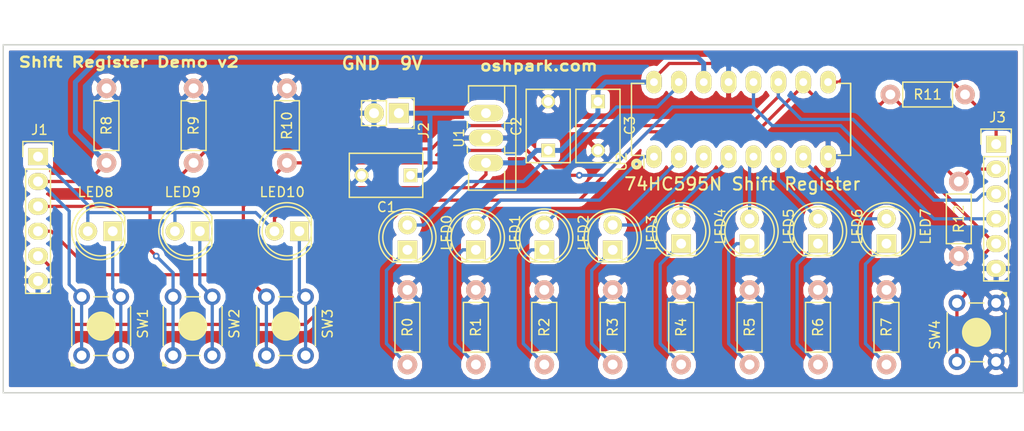
<source format=kicad_pcb>
(kicad_pcb (version 4) (host pcbnew 4.0.3+e1-6302~38~ubuntu14.04.1-stable)

  (general
    (links 76)
    (no_connects 0)
    (area 57.582999 77.2479 162.127001 121.0729)
    (thickness 1.6)
    (drawings 15)
    (tracks 205)
    (zones 0)
    (modules 36)
    (nets 28)
  )

  (page A4)
  (layers
    (0 F.Cu signal)
    (31 B.Cu signal)
    (34 B.Paste user)
    (35 F.Paste user)
    (36 B.SilkS user)
    (37 F.SilkS user)
    (38 B.Mask user)
    (39 F.Mask user)
    (44 Edge.Cuts user)
    (46 B.CrtYd user)
    (47 F.CrtYd user)
    (48 B.Fab user)
    (49 F.Fab user)
  )

  (setup
    (last_trace_width 0.254)
    (user_trace_width 0.1524)
    (user_trace_width 0.254)
    (user_trace_width 0.3302)
    (user_trace_width 0.508)
    (user_trace_width 0.762)
    (trace_clearance 0.254)
    (zone_clearance 0.508)
    (zone_45_only no)
    (trace_min 0.1524)
    (segment_width 0.15)
    (edge_width 0.15)
    (via_size 0.6858)
    (via_drill 0.3302)
    (via_min_size 0.6858)
    (via_min_drill 0.3302)
    (user_via 0.6858 0.3302)
    (user_via 0.762 0.4064)
    (user_via 0.8636 0.508)
    (uvia_size 0.3)
    (uvia_drill 0.1)
    (uvias_allowed no)
    (uvia_min_size 0)
    (uvia_min_drill 0)
    (pcb_text_width 0.3)
    (pcb_text_size 1.5 1.5)
    (mod_edge_width 0.15)
    (mod_text_size 1 1)
    (mod_text_width 0.15)
    (pad_size 10.16 10.16)
    (pad_drill 4.572)
    (pad_to_mask_clearance 0.2)
    (aux_axis_origin 0 0)
    (grid_origin 75.438 103.2129)
    (visible_elements FFFEDF7F)
    (pcbplotparams
      (layerselection 0x20000_00000000)
      (usegerberextensions true)
      (excludeedgelayer true)
      (linewidth 0.100000)
      (plotframeref false)
      (viasonmask false)
      (mode 1)
      (useauxorigin false)
      (hpglpennumber 1)
      (hpglpenspeed 20)
      (hpglpendiameter 15)
      (hpglpenoverlay 2)
      (psnegative false)
      (psa4output false)
      (plotreference true)
      (plotvalue true)
      (plotinvisibletext false)
      (padsonsilk false)
      (subtractmaskfromsilk false)
      (outputformat 1)
      (mirror false)
      (drillshape 0)
      (scaleselection 1)
      (outputdirectory gerbers/))
  )

  (net 0 "")
  (net 1 +9V)
  (net 2 GND)
  (net 3 /SERIAL_DATA_OUT)
  (net 4 /SERIAL_DATA_IN)
  (net 5 +5V)
  (net 6 /CLOCK)
  (net 7 /LATCH)
  (net 8 /RESET)
  (net 9 "Net-(LED0-Pad1)")
  (net 10 "Net-(LED0-Pad2)")
  (net 11 "Net-(LED1-Pad1)")
  (net 12 "Net-(LED1-Pad2)")
  (net 13 "Net-(LED2-Pad1)")
  (net 14 "Net-(LED2-Pad2)")
  (net 15 "Net-(LED3-Pad1)")
  (net 16 "Net-(LED3-Pad2)")
  (net 17 "Net-(LED4-Pad1)")
  (net 18 "Net-(LED4-Pad2)")
  (net 19 "Net-(LED5-Pad1)")
  (net 20 "Net-(LED5-Pad2)")
  (net 21 "Net-(LED6-Pad1)")
  (net 22 "Net-(LED6-Pad2)")
  (net 23 "Net-(LED7-Pad1)")
  (net 24 "Net-(LED7-Pad2)")
  (net 25 "Net-(LED8-Pad1)")
  (net 26 "Net-(LED9-Pad1)")
  (net 27 "Net-(LED10-Pad1)")

  (net_class Default "This is the default net class."
    (clearance 0.254)
    (trace_width 0.254)
    (via_dia 0.6858)
    (via_drill 0.3302)
    (uvia_dia 0.3)
    (uvia_drill 0.1)
    (add_net +5V)
    (add_net +9V)
    (add_net /CLOCK)
    (add_net /LATCH)
    (add_net /RESET)
    (add_net /SERIAL_DATA_IN)
    (add_net /SERIAL_DATA_OUT)
    (add_net GND)
    (add_net "Net-(LED0-Pad1)")
    (add_net "Net-(LED0-Pad2)")
    (add_net "Net-(LED1-Pad1)")
    (add_net "Net-(LED1-Pad2)")
    (add_net "Net-(LED10-Pad1)")
    (add_net "Net-(LED2-Pad1)")
    (add_net "Net-(LED2-Pad2)")
    (add_net "Net-(LED3-Pad1)")
    (add_net "Net-(LED3-Pad2)")
    (add_net "Net-(LED4-Pad1)")
    (add_net "Net-(LED4-Pad2)")
    (add_net "Net-(LED5-Pad1)")
    (add_net "Net-(LED5-Pad2)")
    (add_net "Net-(LED6-Pad1)")
    (add_net "Net-(LED6-Pad2)")
    (add_net "Net-(LED7-Pad1)")
    (add_net "Net-(LED7-Pad2)")
    (add_net "Net-(LED8-Pad1)")
    (add_net "Net-(LED9-Pad1)")
  )

  (module Wickerlib:CAP-DISC-D7.5MM-P5MM (layer F.Cu) (tedit 579D5E22) (tstamp 57C49555)
    (at 99.488 94.9579 180)
    (descr "Capacitor 7.5mm Disc, Pitch 5mm")
    (tags Capacitor)
    (path /57C64067)
    (fp_text reference C1 (at 2.45 0 180) (layer F.Fab)
      (effects (font (size 1 1) (thickness 0.15)))
    )
    (fp_text value 330nF (at 2.5 3.5 180) (layer F.Fab) hide
      (effects (font (size 1 1) (thickness 0.15)))
    )
    (fp_text user %R (at 2.45 -3.25 180) (layer F.SilkS)
      (effects (font (size 1 1) (thickness 0.15)))
    )
    (fp_line (start -1.5 -2.5) (end 6.5 -2.5) (layer F.Fab) (width 0.05))
    (fp_line (start -1.5 2.5) (end -1.5 -2.5) (layer F.Fab) (width 0.05))
    (fp_line (start 6.5 2.5) (end -1.5 2.5) (layer F.Fab) (width 0.05))
    (fp_line (start 6.5 -2.5) (end 6.5 2.5) (layer F.Fab) (width 0.05))
    (fp_line (start -1.5 -2.5) (end 6.5 -2.5) (layer F.CrtYd) (width 0.05))
    (fp_line (start 6.5 -2.5) (end 6.5 2.5) (layer F.CrtYd) (width 0.05))
    (fp_line (start 6.5 2.5) (end -1.5 2.5) (layer F.CrtYd) (width 0.05))
    (fp_line (start -1.5 2.5) (end -1.5 -2.5) (layer F.CrtYd) (width 0.05))
    (fp_line (start -1.25 -2.25) (end 6.25 -2.25) (layer F.SilkS) (width 0.15))
    (fp_line (start 6.25 -2.25) (end 6.25 2.25) (layer F.SilkS) (width 0.15))
    (fp_line (start 6.25 2.25) (end -1.25 2.25) (layer F.SilkS) (width 0.15))
    (fp_line (start -1.25 2.25) (end -1.25 -2.25) (layer F.SilkS) (width 0.15))
    (pad 1 thru_hole rect (at 0 0 180) (size 1.4 1.4) (drill 0.9) (layers *.Cu *.Mask F.SilkS)
      (net 1 +9V))
    (pad 2 thru_hole circle (at 5 0 180) (size 1.4 1.4) (drill 0.9) (layers *.Cu *.Mask F.SilkS)
      (net 2 GND))
  )

  (module Wickerlib:LED-D5MM-2PIN (layer F.Cu) (tedit 57C4CE54) (tstamp 57C4959F)
    (at 134.094228 101.9429 90)
    (descr "LED 5mm round vertical")
    (tags "LED 5mm round vertical")
    (path /57C5EAC0)
    (fp_text reference LED5 (at 1.25 0 90) (layer F.Fab)
      (effects (font (size 1 1) (thickness 0.15)))
    )
    (fp_text value RED (at 1.25 0 90) (layer F.Fab) hide
      (effects (font (size 1 1) (thickness 0.15)))
    )
    (fp_text user %R (at 1.75 4 90) (layer F.SilkS)
      (effects (font (size 1 1) (thickness 0.15)))
    )
    (fp_line (start -1.5 -1.55) (end -1.5 1.55) (layer F.CrtYd) (width 0.05))
    (fp_arc (start 1.3 0) (end -1.5 1.55) (angle -302) (layer F.CrtYd) (width 0.05))
    (fp_arc (start 1.27 0) (end -1.23 -1.5) (angle 297.5) (layer F.SilkS) (width 0.15))
    (fp_line (start -1.23 1.5) (end -1.23 -1.5) (layer F.SilkS) (width 0.15))
    (fp_circle (center 1.27 0) (end 0.97 -2.5) (layer F.SilkS) (width 0.15))
    (fp_arc (start 1.3 0) (end -1.5 1.55) (angle -302) (layer F.Fab) (width 0.05))
    (fp_line (start -1.5 -1.55) (end -1.5 1.55) (layer F.Fab) (width 0.05))
    (pad 1 thru_hole rect (at 0 0 180) (size 2 1.9) (drill 1.00076) (layers *.Cu *.Mask F.SilkS)
      (net 19 "Net-(LED5-Pad1)"))
    (pad 2 thru_hole circle (at 2.54 0 90) (size 1.9 1.9) (drill 1.00076) (layers *.Cu *.Mask F.SilkS)
      (net 20 "Net-(LED5-Pad2)"))
  )

  (module Wickerlib:CAP-DISC-D7.5MM-P5MM (layer F.Cu) (tedit 579D5E22) (tstamp 57C4955B)
    (at 113.538 92.4179 90)
    (descr "Capacitor 7.5mm Disc, Pitch 5mm")
    (tags Capacitor)
    (path /57C64477)
    (fp_text reference C2 (at 2.45 0 90) (layer F.Fab)
      (effects (font (size 1 1) (thickness 0.15)))
    )
    (fp_text value 100nF (at 2.5 3.5 90) (layer F.Fab) hide
      (effects (font (size 1 1) (thickness 0.15)))
    )
    (fp_text user %R (at 2.45 -3.25 90) (layer F.SilkS)
      (effects (font (size 1 1) (thickness 0.15)))
    )
    (fp_line (start -1.5 -2.5) (end 6.5 -2.5) (layer F.Fab) (width 0.05))
    (fp_line (start -1.5 2.5) (end -1.5 -2.5) (layer F.Fab) (width 0.05))
    (fp_line (start 6.5 2.5) (end -1.5 2.5) (layer F.Fab) (width 0.05))
    (fp_line (start 6.5 -2.5) (end 6.5 2.5) (layer F.Fab) (width 0.05))
    (fp_line (start -1.5 -2.5) (end 6.5 -2.5) (layer F.CrtYd) (width 0.05))
    (fp_line (start 6.5 -2.5) (end 6.5 2.5) (layer F.CrtYd) (width 0.05))
    (fp_line (start 6.5 2.5) (end -1.5 2.5) (layer F.CrtYd) (width 0.05))
    (fp_line (start -1.5 2.5) (end -1.5 -2.5) (layer F.CrtYd) (width 0.05))
    (fp_line (start -1.25 -2.25) (end 6.25 -2.25) (layer F.SilkS) (width 0.15))
    (fp_line (start 6.25 -2.25) (end 6.25 2.25) (layer F.SilkS) (width 0.15))
    (fp_line (start 6.25 2.25) (end -1.25 2.25) (layer F.SilkS) (width 0.15))
    (fp_line (start -1.25 2.25) (end -1.25 -2.25) (layer F.SilkS) (width 0.15))
    (pad 1 thru_hole rect (at 0 0 90) (size 1.4 1.4) (drill 0.9) (layers *.Cu *.Mask F.SilkS)
      (net 5 +5V))
    (pad 2 thru_hole circle (at 5 0 90) (size 1.4 1.4) (drill 0.9) (layers *.Cu *.Mask F.SilkS)
      (net 2 GND))
  )

  (module Wickerlib:CAP-DISC-D7.5MM-P5MM (layer F.Cu) (tedit 579D5E22) (tstamp 57C49561)
    (at 118.618 87.4179 270)
    (descr "Capacitor 7.5mm Disc, Pitch 5mm")
    (tags Capacitor)
    (path /57C50DF6)
    (fp_text reference C3 (at 2.45 0 270) (layer F.Fab)
      (effects (font (size 1 1) (thickness 0.15)))
    )
    (fp_text value 100nF (at 2.5 3.5 270) (layer F.Fab) hide
      (effects (font (size 1 1) (thickness 0.15)))
    )
    (fp_text user %R (at 2.45 -3.25 270) (layer F.SilkS)
      (effects (font (size 1 1) (thickness 0.15)))
    )
    (fp_line (start -1.5 -2.5) (end 6.5 -2.5) (layer F.Fab) (width 0.05))
    (fp_line (start -1.5 2.5) (end -1.5 -2.5) (layer F.Fab) (width 0.05))
    (fp_line (start 6.5 2.5) (end -1.5 2.5) (layer F.Fab) (width 0.05))
    (fp_line (start 6.5 -2.5) (end 6.5 2.5) (layer F.Fab) (width 0.05))
    (fp_line (start -1.5 -2.5) (end 6.5 -2.5) (layer F.CrtYd) (width 0.05))
    (fp_line (start 6.5 -2.5) (end 6.5 2.5) (layer F.CrtYd) (width 0.05))
    (fp_line (start 6.5 2.5) (end -1.5 2.5) (layer F.CrtYd) (width 0.05))
    (fp_line (start -1.5 2.5) (end -1.5 -2.5) (layer F.CrtYd) (width 0.05))
    (fp_line (start -1.25 -2.25) (end 6.25 -2.25) (layer F.SilkS) (width 0.15))
    (fp_line (start 6.25 -2.25) (end 6.25 2.25) (layer F.SilkS) (width 0.15))
    (fp_line (start 6.25 2.25) (end -1.25 2.25) (layer F.SilkS) (width 0.15))
    (fp_line (start -1.25 2.25) (end -1.25 -2.25) (layer F.SilkS) (width 0.15))
    (pad 1 thru_hole rect (at 0 0 270) (size 1.4 1.4) (drill 0.9) (layers *.Cu *.Mask F.SilkS)
      (net 5 +5V))
    (pad 2 thru_hole circle (at 5 0 270) (size 1.4 1.4) (drill 0.9) (layers *.Cu *.Mask F.SilkS)
      (net 2 GND))
  )

  (module Wickerlib:CONN-HEADER-STRAIGHT-P2.54MM-1x06 (layer F.Cu) (tedit 57902EFA) (tstamp 57C4956B)
    (at 61.468 93.0529)
    (descr "Through hole pin header")
    (tags "pin header")
    (path /57C57831)
    (fp_text reference J1 (at 0.17 8.39 90) (layer F.Fab)
      (effects (font (size 1 1) (thickness 0.15)))
    )
    (fp_text value CONN_01x06 (at -2.63 6.86 90) (layer F.Fab) hide
      (effects (font (size 1 1) (thickness 0.15)))
    )
    (fp_circle (center 0 0) (end 0.254 0.254) (layer F.Fab) (width 0.3))
    (fp_text user %R (at 0.14 -2.74 180) (layer F.SilkS)
      (effects (font (size 1 1) (thickness 0.15)))
    )
    (fp_line (start -1.75 -1.75) (end -1.75 14.45) (layer F.CrtYd) (width 0.05))
    (fp_line (start 1.75 -1.75) (end 1.75 14.45) (layer F.CrtYd) (width 0.05))
    (fp_line (start -1.75 -1.75) (end 1.75 -1.75) (layer F.CrtYd) (width 0.05))
    (fp_line (start -1.75 14.45) (end 1.75 14.45) (layer F.CrtYd) (width 0.05))
    (fp_line (start 1.27 1.27) (end 1.27 13.97) (layer F.SilkS) (width 0.15))
    (fp_line (start 1.27 13.97) (end -1.27 13.97) (layer F.SilkS) (width 0.15))
    (fp_line (start -1.27 13.97) (end -1.27 1.27) (layer F.SilkS) (width 0.15))
    (fp_line (start 1.55 -1.55) (end 1.55 0) (layer F.SilkS) (width 0.15))
    (fp_line (start 1.27 1.27) (end -1.27 1.27) (layer F.SilkS) (width 0.15))
    (fp_line (start -1.55 0) (end -1.55 -1.55) (layer F.SilkS) (width 0.15))
    (fp_line (start -1.55 -1.55) (end 1.55 -1.55) (layer F.SilkS) (width 0.15))
    (fp_line (start -1.75 -1.75) (end -1.75 14.45) (layer F.Fab) (width 0.05))
    (fp_line (start -1.76 -1.74) (end 1.74 -1.74) (layer F.Fab) (width 0.05))
    (fp_line (start 1.73 -1.76) (end 1.73 14.44) (layer F.Fab) (width 0.05))
    (fp_line (start -1.77 14.43) (end 1.73 14.43) (layer F.Fab) (width 0.05))
    (pad 1 thru_hole rect (at 0 0) (size 2.032 1.7272) (drill 1.016) (layers *.Cu *.Mask F.SilkS)
      (net 5 +5V))
    (pad 2 thru_hole oval (at 0 2.54) (size 2.032 1.7272) (drill 1.016) (layers *.Cu *.Mask F.SilkS)
      (net 4 /SERIAL_DATA_IN))
    (pad 3 thru_hole oval (at 0 5.08) (size 2.032 1.7272) (drill 1.016) (layers *.Cu *.Mask F.SilkS)
      (net 6 /CLOCK))
    (pad 4 thru_hole oval (at 0 7.62) (size 2.032 1.7272) (drill 1.016) (layers *.Cu *.Mask F.SilkS)
      (net 7 /LATCH))
    (pad 5 thru_hole oval (at 0 10.16) (size 2.032 1.7272) (drill 1.016) (layers *.Cu *.Mask F.SilkS)
      (net 8 /RESET))
    (pad 6 thru_hole oval (at 0 12.7) (size 2.032 1.7272) (drill 1.016) (layers *.Cu *.Mask F.SilkS)
      (net 2 GND))
  )

  (module Wickerlib:CONN-ONSHORE-SCREW-GREEN-2PIN-TH (layer F.Cu) (tedit 57902EA8) (tstamp 57C49571)
    (at 98.298 88.6079 270)
    (descr "Through hole pin header")
    (tags "pin header")
    (path /57C61B1C)
    (fp_text reference J2 (at 0 1.27 270) (layer F.Fab)
      (effects (font (size 1 1) (thickness 0.15)))
    )
    (fp_text value VIN (at -2.286 1.27 360) (layer F.Fab) hide
      (effects (font (size 1 1) (thickness 0.15)))
    )
    (fp_text user %R (at 1.778 -2.54 270) (layer F.SilkS)
      (effects (font (size 1 1) (thickness 0.15)))
    )
    (fp_line (start 1.27 1.27) (end 1.27 3.81) (layer F.SilkS) (width 0.15))
    (fp_line (start 1.55 -1.55) (end 1.55 0) (layer F.SilkS) (width 0.15))
    (fp_line (start -3.3 -1.75) (end -3.3 4.3) (layer F.CrtYd) (width 0.05))
    (fp_line (start 3.3 -1.75) (end 3.3 4.3) (layer F.CrtYd) (width 0.05))
    (fp_line (start -3.3 -1.75) (end 3.3 -1.74244) (layer F.CrtYd) (width 0.05))
    (fp_line (start -3.3 4.3) (end 3.3 4.3) (layer F.CrtYd) (width 0.05))
    (fp_line (start 1.27 1.27) (end -1.27 1.27) (layer F.SilkS) (width 0.15))
    (fp_line (start -1.55 0) (end -1.55 -1.55) (layer F.SilkS) (width 0.15))
    (fp_line (start -1.55 -1.55) (end 1.55 -1.55) (layer F.SilkS) (width 0.15))
    (fp_line (start -1.27 1.27) (end -1.27 3.81) (layer F.SilkS) (width 0.15))
    (fp_line (start -1.27 3.81) (end 1.27 3.81) (layer F.SilkS) (width 0.15))
    (fp_line (start -3.3 -1.75) (end 3.3 -1.74244) (layer F.Fab) (width 0.05))
    (fp_line (start -3.3 -1.75) (end -3.3 4.3) (layer F.Fab) (width 0.05))
    (fp_line (start 3.3 -1.75) (end 3.3 4.3) (layer F.Fab) (width 0.05))
    (fp_line (start -3.3 4.3) (end 3.3 4.3) (layer F.Fab) (width 0.05))
    (pad 1 thru_hole rect (at 0 0 270) (size 2.032 2.032) (drill 1.016) (layers *.Cu *.Mask F.SilkS)
      (net 1 +9V))
    (pad 2 thru_hole oval (at 0 2.54 270) (size 2.032 2.032) (drill 1.016) (layers *.Cu *.Mask F.SilkS)
      (net 2 GND))
  )

  (module Wickerlib:CONN-HEADER-STRAIGHT-P2.54MM-1x06 (layer F.Cu) (tedit 57902EFA) (tstamp 57C4957B)
    (at 159.258 91.7829)
    (descr "Through hole pin header")
    (tags "pin header")
    (path /57C609B0)
    (fp_text reference J3 (at 0.17 8.39 90) (layer F.Fab)
      (effects (font (size 1 1) (thickness 0.15)))
    )
    (fp_text value CONN-1X06 (at -2.63 6.86 90) (layer F.Fab) hide
      (effects (font (size 1 1) (thickness 0.15)))
    )
    (fp_circle (center 0 0) (end 0.254 0.254) (layer F.Fab) (width 0.3))
    (fp_text user %R (at 0.14 -2.74 180) (layer F.SilkS)
      (effects (font (size 1 1) (thickness 0.15)))
    )
    (fp_line (start -1.75 -1.75) (end -1.75 14.45) (layer F.CrtYd) (width 0.05))
    (fp_line (start 1.75 -1.75) (end 1.75 14.45) (layer F.CrtYd) (width 0.05))
    (fp_line (start -1.75 -1.75) (end 1.75 -1.75) (layer F.CrtYd) (width 0.05))
    (fp_line (start -1.75 14.45) (end 1.75 14.45) (layer F.CrtYd) (width 0.05))
    (fp_line (start 1.27 1.27) (end 1.27 13.97) (layer F.SilkS) (width 0.15))
    (fp_line (start 1.27 13.97) (end -1.27 13.97) (layer F.SilkS) (width 0.15))
    (fp_line (start -1.27 13.97) (end -1.27 1.27) (layer F.SilkS) (width 0.15))
    (fp_line (start 1.55 -1.55) (end 1.55 0) (layer F.SilkS) (width 0.15))
    (fp_line (start 1.27 1.27) (end -1.27 1.27) (layer F.SilkS) (width 0.15))
    (fp_line (start -1.55 0) (end -1.55 -1.55) (layer F.SilkS) (width 0.15))
    (fp_line (start -1.55 -1.55) (end 1.55 -1.55) (layer F.SilkS) (width 0.15))
    (fp_line (start -1.75 -1.75) (end -1.75 14.45) (layer F.Fab) (width 0.05))
    (fp_line (start -1.76 -1.74) (end 1.74 -1.74) (layer F.Fab) (width 0.05))
    (fp_line (start 1.73 -1.76) (end 1.73 14.44) (layer F.Fab) (width 0.05))
    (fp_line (start -1.77 14.43) (end 1.73 14.43) (layer F.Fab) (width 0.05))
    (pad 1 thru_hole rect (at 0 0) (size 2.032 1.7272) (drill 1.016) (layers *.Cu *.Mask F.SilkS)
      (net 5 +5V))
    (pad 2 thru_hole oval (at 0 2.54) (size 2.032 1.7272) (drill 1.016) (layers *.Cu *.Mask F.SilkS)
      (net 3 /SERIAL_DATA_OUT))
    (pad 3 thru_hole oval (at 0 5.08) (size 2.032 1.7272) (drill 1.016) (layers *.Cu *.Mask F.SilkS)
      (net 6 /CLOCK))
    (pad 4 thru_hole oval (at 0 7.62) (size 2.032 1.7272) (drill 1.016) (layers *.Cu *.Mask F.SilkS)
      (net 7 /LATCH))
    (pad 5 thru_hole oval (at 0 10.16) (size 2.032 1.7272) (drill 1.016) (layers *.Cu *.Mask F.SilkS)
      (net 8 /RESET))
    (pad 6 thru_hole oval (at 0 12.7) (size 2.032 1.7272) (drill 1.016) (layers *.Cu *.Mask F.SilkS)
      (net 2 GND))
  )

  (module Wickerlib:RES-CARBONFILM-7MM (layer F.Cu) (tedit 57D1FDFE) (tstamp 57C495C3)
    (at 99.169228 114.296936 90)
    (descr "Resistor, Axial,  RM 7.62mm, 1/3W,")
    (tags "Resistor Axial RM 7.62mm 1/3W R3")
    (path /57C5BF2D)
    (fp_text reference R0 (at 4.05892 0.30988 90) (layer F.Fab)
      (effects (font (size 1 1) (thickness 0.15)))
    )
    (fp_text value 150 (at 3.81 3.81 90) (layer F.Fab) hide
      (effects (font (size 1 1) (thickness 0.15)))
    )
    (fp_line (start -1.27 -1.524) (end 8.89 -1.524) (layer F.Fab) (width 0.05))
    (fp_line (start -1.27 1.524) (end -1.27 -1.524) (layer F.Fab) (width 0.05))
    (fp_line (start 8.89 1.524) (end -1.27 1.524) (layer F.Fab) (width 0.05))
    (fp_line (start 8.89 -1.524) (end 8.89 1.524) (layer F.Fab) (width 0.05))
    (fp_text user %R (at 3.81 0 90) (layer F.SilkS)
      (effects (font (size 1 1) (thickness 0.15)))
    )
    (fp_line (start -1.25 -1.5) (end 8.85 -1.5) (layer F.CrtYd) (width 0.05))
    (fp_line (start -1.25 1.5) (end -1.25 -1.5) (layer F.CrtYd) (width 0.05))
    (fp_line (start 8.85 -1.5) (end 8.85 1.5) (layer F.CrtYd) (width 0.05))
    (fp_line (start -1.25 1.5) (end 8.85 1.5) (layer F.CrtYd) (width 0.05))
    (fp_line (start 1.27 -1.27) (end 6.35 -1.27) (layer F.SilkS) (width 0.15))
    (fp_line (start 6.35 -1.27) (end 6.35 1.27) (layer F.SilkS) (width 0.15))
    (fp_line (start 6.35 1.27) (end 1.27 1.27) (layer F.SilkS) (width 0.15))
    (fp_line (start 1.27 1.27) (end 1.27 -1.27) (layer F.SilkS) (width 0.15))
    (pad 1 thru_hole circle (at 0 0 90) (size 1.99898 1.99898) (drill 1.00076) (layers *.Cu *.SilkS *.Mask)
      (net 9 "Net-(LED0-Pad1)"))
    (pad 2 thru_hole circle (at 7.62 0 90) (size 1.99898 1.99898) (drill 1.00076) (layers *.Cu *.SilkS *.Mask)
      (net 2 GND))
  )

  (module Wickerlib:RES-CARBONFILM-7MM (layer F.Cu) (tedit 57D1FDFE) (tstamp 57C495C9)
    (at 106.154228 114.296936 90)
    (descr "Resistor, Axial,  RM 7.62mm, 1/3W,")
    (tags "Resistor Axial RM 7.62mm 1/3W R3")
    (path /57C5BF18)
    (fp_text reference R1 (at 4.05892 0.30988 90) (layer F.Fab)
      (effects (font (size 1 1) (thickness 0.15)))
    )
    (fp_text value 150 (at 3.81 3.81 90) (layer F.Fab) hide
      (effects (font (size 1 1) (thickness 0.15)))
    )
    (fp_line (start -1.27 -1.524) (end 8.89 -1.524) (layer F.Fab) (width 0.05))
    (fp_line (start -1.27 1.524) (end -1.27 -1.524) (layer F.Fab) (width 0.05))
    (fp_line (start 8.89 1.524) (end -1.27 1.524) (layer F.Fab) (width 0.05))
    (fp_line (start 8.89 -1.524) (end 8.89 1.524) (layer F.Fab) (width 0.05))
    (fp_text user %R (at 3.81 0 90) (layer F.SilkS)
      (effects (font (size 1 1) (thickness 0.15)))
    )
    (fp_line (start -1.25 -1.5) (end 8.85 -1.5) (layer F.CrtYd) (width 0.05))
    (fp_line (start -1.25 1.5) (end -1.25 -1.5) (layer F.CrtYd) (width 0.05))
    (fp_line (start 8.85 -1.5) (end 8.85 1.5) (layer F.CrtYd) (width 0.05))
    (fp_line (start -1.25 1.5) (end 8.85 1.5) (layer F.CrtYd) (width 0.05))
    (fp_line (start 1.27 -1.27) (end 6.35 -1.27) (layer F.SilkS) (width 0.15))
    (fp_line (start 6.35 -1.27) (end 6.35 1.27) (layer F.SilkS) (width 0.15))
    (fp_line (start 6.35 1.27) (end 1.27 1.27) (layer F.SilkS) (width 0.15))
    (fp_line (start 1.27 1.27) (end 1.27 -1.27) (layer F.SilkS) (width 0.15))
    (pad 1 thru_hole circle (at 0 0 90) (size 1.99898 1.99898) (drill 1.00076) (layers *.Cu *.SilkS *.Mask)
      (net 11 "Net-(LED1-Pad1)"))
    (pad 2 thru_hole circle (at 7.62 0 90) (size 1.99898 1.99898) (drill 1.00076) (layers *.Cu *.SilkS *.Mask)
      (net 2 GND))
  )

  (module Wickerlib:RES-CARBONFILM-7MM (layer F.Cu) (tedit 57D1FDFE) (tstamp 57C495CF)
    (at 113.139228 114.296936 90)
    (descr "Resistor, Axial,  RM 7.62mm, 1/3W,")
    (tags "Resistor Axial RM 7.62mm 1/3W R3")
    (path /57C5BF03)
    (fp_text reference R2 (at 4.05892 0.30988 90) (layer F.Fab)
      (effects (font (size 1 1) (thickness 0.15)))
    )
    (fp_text value 150 (at 3.81 3.81 90) (layer F.Fab) hide
      (effects (font (size 1 1) (thickness 0.15)))
    )
    (fp_line (start -1.27 -1.524) (end 8.89 -1.524) (layer F.Fab) (width 0.05))
    (fp_line (start -1.27 1.524) (end -1.27 -1.524) (layer F.Fab) (width 0.05))
    (fp_line (start 8.89 1.524) (end -1.27 1.524) (layer F.Fab) (width 0.05))
    (fp_line (start 8.89 -1.524) (end 8.89 1.524) (layer F.Fab) (width 0.05))
    (fp_text user %R (at 3.81 0 90) (layer F.SilkS)
      (effects (font (size 1 1) (thickness 0.15)))
    )
    (fp_line (start -1.25 -1.5) (end 8.85 -1.5) (layer F.CrtYd) (width 0.05))
    (fp_line (start -1.25 1.5) (end -1.25 -1.5) (layer F.CrtYd) (width 0.05))
    (fp_line (start 8.85 -1.5) (end 8.85 1.5) (layer F.CrtYd) (width 0.05))
    (fp_line (start -1.25 1.5) (end 8.85 1.5) (layer F.CrtYd) (width 0.05))
    (fp_line (start 1.27 -1.27) (end 6.35 -1.27) (layer F.SilkS) (width 0.15))
    (fp_line (start 6.35 -1.27) (end 6.35 1.27) (layer F.SilkS) (width 0.15))
    (fp_line (start 6.35 1.27) (end 1.27 1.27) (layer F.SilkS) (width 0.15))
    (fp_line (start 1.27 1.27) (end 1.27 -1.27) (layer F.SilkS) (width 0.15))
    (pad 1 thru_hole circle (at 0 0 90) (size 1.99898 1.99898) (drill 1.00076) (layers *.Cu *.SilkS *.Mask)
      (net 13 "Net-(LED2-Pad1)"))
    (pad 2 thru_hole circle (at 7.62 0 90) (size 1.99898 1.99898) (drill 1.00076) (layers *.Cu *.SilkS *.Mask)
      (net 2 GND))
  )

  (module Wickerlib:RES-CARBONFILM-7MM (layer F.Cu) (tedit 57D1FDFE) (tstamp 57C495D5)
    (at 120.124228 114.296936 90)
    (descr "Resistor, Axial,  RM 7.62mm, 1/3W,")
    (tags "Resistor Axial RM 7.62mm 1/3W R3")
    (path /57C5BEEE)
    (fp_text reference R3 (at 4.05892 0.30988 90) (layer F.Fab)
      (effects (font (size 1 1) (thickness 0.15)))
    )
    (fp_text value 150 (at 3.81 3.81 90) (layer F.Fab) hide
      (effects (font (size 1 1) (thickness 0.15)))
    )
    (fp_line (start -1.27 -1.524) (end 8.89 -1.524) (layer F.Fab) (width 0.05))
    (fp_line (start -1.27 1.524) (end -1.27 -1.524) (layer F.Fab) (width 0.05))
    (fp_line (start 8.89 1.524) (end -1.27 1.524) (layer F.Fab) (width 0.05))
    (fp_line (start 8.89 -1.524) (end 8.89 1.524) (layer F.Fab) (width 0.05))
    (fp_text user %R (at 3.81 0 90) (layer F.SilkS)
      (effects (font (size 1 1) (thickness 0.15)))
    )
    (fp_line (start -1.25 -1.5) (end 8.85 -1.5) (layer F.CrtYd) (width 0.05))
    (fp_line (start -1.25 1.5) (end -1.25 -1.5) (layer F.CrtYd) (width 0.05))
    (fp_line (start 8.85 -1.5) (end 8.85 1.5) (layer F.CrtYd) (width 0.05))
    (fp_line (start -1.25 1.5) (end 8.85 1.5) (layer F.CrtYd) (width 0.05))
    (fp_line (start 1.27 -1.27) (end 6.35 -1.27) (layer F.SilkS) (width 0.15))
    (fp_line (start 6.35 -1.27) (end 6.35 1.27) (layer F.SilkS) (width 0.15))
    (fp_line (start 6.35 1.27) (end 1.27 1.27) (layer F.SilkS) (width 0.15))
    (fp_line (start 1.27 1.27) (end 1.27 -1.27) (layer F.SilkS) (width 0.15))
    (pad 1 thru_hole circle (at 0 0 90) (size 1.99898 1.99898) (drill 1.00076) (layers *.Cu *.SilkS *.Mask)
      (net 15 "Net-(LED3-Pad1)"))
    (pad 2 thru_hole circle (at 7.62 0 90) (size 1.99898 1.99898) (drill 1.00076) (layers *.Cu *.SilkS *.Mask)
      (net 2 GND))
  )

  (module Wickerlib:RES-CARBONFILM-7MM (layer F.Cu) (tedit 57D1FDFE) (tstamp 57C495DB)
    (at 127.109228 114.296936 90)
    (descr "Resistor, Axial,  RM 7.62mm, 1/3W,")
    (tags "Resistor Axial RM 7.62mm 1/3W R3")
    (path /57C5BD22)
    (fp_text reference R4 (at 4.05892 0.30988 90) (layer F.Fab)
      (effects (font (size 1 1) (thickness 0.15)))
    )
    (fp_text value 150 (at 3.81 3.81 90) (layer F.Fab) hide
      (effects (font (size 1 1) (thickness 0.15)))
    )
    (fp_line (start -1.27 -1.524) (end 8.89 -1.524) (layer F.Fab) (width 0.05))
    (fp_line (start -1.27 1.524) (end -1.27 -1.524) (layer F.Fab) (width 0.05))
    (fp_line (start 8.89 1.524) (end -1.27 1.524) (layer F.Fab) (width 0.05))
    (fp_line (start 8.89 -1.524) (end 8.89 1.524) (layer F.Fab) (width 0.05))
    (fp_text user %R (at 3.81 0 90) (layer F.SilkS)
      (effects (font (size 1 1) (thickness 0.15)))
    )
    (fp_line (start -1.25 -1.5) (end 8.85 -1.5) (layer F.CrtYd) (width 0.05))
    (fp_line (start -1.25 1.5) (end -1.25 -1.5) (layer F.CrtYd) (width 0.05))
    (fp_line (start 8.85 -1.5) (end 8.85 1.5) (layer F.CrtYd) (width 0.05))
    (fp_line (start -1.25 1.5) (end 8.85 1.5) (layer F.CrtYd) (width 0.05))
    (fp_line (start 1.27 -1.27) (end 6.35 -1.27) (layer F.SilkS) (width 0.15))
    (fp_line (start 6.35 -1.27) (end 6.35 1.27) (layer F.SilkS) (width 0.15))
    (fp_line (start 6.35 1.27) (end 1.27 1.27) (layer F.SilkS) (width 0.15))
    (fp_line (start 1.27 1.27) (end 1.27 -1.27) (layer F.SilkS) (width 0.15))
    (pad 1 thru_hole circle (at 0 0 90) (size 1.99898 1.99898) (drill 1.00076) (layers *.Cu *.SilkS *.Mask)
      (net 17 "Net-(LED4-Pad1)"))
    (pad 2 thru_hole circle (at 7.62 0 90) (size 1.99898 1.99898) (drill 1.00076) (layers *.Cu *.SilkS *.Mask)
      (net 2 GND))
  )

  (module Wickerlib:RES-CARBONFILM-7MM (layer F.Cu) (tedit 57D1FDFE) (tstamp 57C495E1)
    (at 134.094228 114.296936 90)
    (descr "Resistor, Axial,  RM 7.62mm, 1/3W,")
    (tags "Resistor Axial RM 7.62mm 1/3W R3")
    (path /57C5BD0D)
    (fp_text reference R5 (at 4.05892 0.30988 90) (layer F.Fab)
      (effects (font (size 1 1) (thickness 0.15)))
    )
    (fp_text value 150 (at 3.81 3.81 90) (layer F.Fab) hide
      (effects (font (size 1 1) (thickness 0.15)))
    )
    (fp_line (start -1.27 -1.524) (end 8.89 -1.524) (layer F.Fab) (width 0.05))
    (fp_line (start -1.27 1.524) (end -1.27 -1.524) (layer F.Fab) (width 0.05))
    (fp_line (start 8.89 1.524) (end -1.27 1.524) (layer F.Fab) (width 0.05))
    (fp_line (start 8.89 -1.524) (end 8.89 1.524) (layer F.Fab) (width 0.05))
    (fp_text user %R (at 3.81 0 90) (layer F.SilkS)
      (effects (font (size 1 1) (thickness 0.15)))
    )
    (fp_line (start -1.25 -1.5) (end 8.85 -1.5) (layer F.CrtYd) (width 0.05))
    (fp_line (start -1.25 1.5) (end -1.25 -1.5) (layer F.CrtYd) (width 0.05))
    (fp_line (start 8.85 -1.5) (end 8.85 1.5) (layer F.CrtYd) (width 0.05))
    (fp_line (start -1.25 1.5) (end 8.85 1.5) (layer F.CrtYd) (width 0.05))
    (fp_line (start 1.27 -1.27) (end 6.35 -1.27) (layer F.SilkS) (width 0.15))
    (fp_line (start 6.35 -1.27) (end 6.35 1.27) (layer F.SilkS) (width 0.15))
    (fp_line (start 6.35 1.27) (end 1.27 1.27) (layer F.SilkS) (width 0.15))
    (fp_line (start 1.27 1.27) (end 1.27 -1.27) (layer F.SilkS) (width 0.15))
    (pad 1 thru_hole circle (at 0 0 90) (size 1.99898 1.99898) (drill 1.00076) (layers *.Cu *.SilkS *.Mask)
      (net 19 "Net-(LED5-Pad1)"))
    (pad 2 thru_hole circle (at 7.62 0 90) (size 1.99898 1.99898) (drill 1.00076) (layers *.Cu *.SilkS *.Mask)
      (net 2 GND))
  )

  (module Wickerlib:RES-CARBONFILM-7MM (layer F.Cu) (tedit 57D1FDFE) (tstamp 57C495E7)
    (at 141.079228 114.296936 90)
    (descr "Resistor, Axial,  RM 7.62mm, 1/3W,")
    (tags "Resistor Axial RM 7.62mm 1/3W R3")
    (path /57C5BC1C)
    (fp_text reference R6 (at 4.05892 0.30988 90) (layer F.Fab)
      (effects (font (size 1 1) (thickness 0.15)))
    )
    (fp_text value 150 (at 3.81 3.81 90) (layer F.Fab) hide
      (effects (font (size 1 1) (thickness 0.15)))
    )
    (fp_line (start -1.27 -1.524) (end 8.89 -1.524) (layer F.Fab) (width 0.05))
    (fp_line (start -1.27 1.524) (end -1.27 -1.524) (layer F.Fab) (width 0.05))
    (fp_line (start 8.89 1.524) (end -1.27 1.524) (layer F.Fab) (width 0.05))
    (fp_line (start 8.89 -1.524) (end 8.89 1.524) (layer F.Fab) (width 0.05))
    (fp_text user %R (at 3.81 0 90) (layer F.SilkS)
      (effects (font (size 1 1) (thickness 0.15)))
    )
    (fp_line (start -1.25 -1.5) (end 8.85 -1.5) (layer F.CrtYd) (width 0.05))
    (fp_line (start -1.25 1.5) (end -1.25 -1.5) (layer F.CrtYd) (width 0.05))
    (fp_line (start 8.85 -1.5) (end 8.85 1.5) (layer F.CrtYd) (width 0.05))
    (fp_line (start -1.25 1.5) (end 8.85 1.5) (layer F.CrtYd) (width 0.05))
    (fp_line (start 1.27 -1.27) (end 6.35 -1.27) (layer F.SilkS) (width 0.15))
    (fp_line (start 6.35 -1.27) (end 6.35 1.27) (layer F.SilkS) (width 0.15))
    (fp_line (start 6.35 1.27) (end 1.27 1.27) (layer F.SilkS) (width 0.15))
    (fp_line (start 1.27 1.27) (end 1.27 -1.27) (layer F.SilkS) (width 0.15))
    (pad 1 thru_hole circle (at 0 0 90) (size 1.99898 1.99898) (drill 1.00076) (layers *.Cu *.SilkS *.Mask)
      (net 21 "Net-(LED6-Pad1)"))
    (pad 2 thru_hole circle (at 7.62 0 90) (size 1.99898 1.99898) (drill 1.00076) (layers *.Cu *.SilkS *.Mask)
      (net 2 GND))
  )

  (module Wickerlib:RES-CARBONFILM-7MM (layer F.Cu) (tedit 57D1FDFE) (tstamp 57C495ED)
    (at 148.064228 114.296936 90)
    (descr "Resistor, Axial,  RM 7.62mm, 1/3W,")
    (tags "Resistor Axial RM 7.62mm 1/3W R3")
    (path /57C5B354)
    (fp_text reference R7 (at 4.05892 0.30988 90) (layer F.Fab)
      (effects (font (size 1 1) (thickness 0.15)))
    )
    (fp_text value 150 (at 3.81 3.81 90) (layer F.Fab) hide
      (effects (font (size 1 1) (thickness 0.15)))
    )
    (fp_line (start -1.27 -1.524) (end 8.89 -1.524) (layer F.Fab) (width 0.05))
    (fp_line (start -1.27 1.524) (end -1.27 -1.524) (layer F.Fab) (width 0.05))
    (fp_line (start 8.89 1.524) (end -1.27 1.524) (layer F.Fab) (width 0.05))
    (fp_line (start 8.89 -1.524) (end 8.89 1.524) (layer F.Fab) (width 0.05))
    (fp_text user %R (at 3.81 0 90) (layer F.SilkS)
      (effects (font (size 1 1) (thickness 0.15)))
    )
    (fp_line (start -1.25 -1.5) (end 8.85 -1.5) (layer F.CrtYd) (width 0.05))
    (fp_line (start -1.25 1.5) (end -1.25 -1.5) (layer F.CrtYd) (width 0.05))
    (fp_line (start 8.85 -1.5) (end 8.85 1.5) (layer F.CrtYd) (width 0.05))
    (fp_line (start -1.25 1.5) (end 8.85 1.5) (layer F.CrtYd) (width 0.05))
    (fp_line (start 1.27 -1.27) (end 6.35 -1.27) (layer F.SilkS) (width 0.15))
    (fp_line (start 6.35 -1.27) (end 6.35 1.27) (layer F.SilkS) (width 0.15))
    (fp_line (start 6.35 1.27) (end 1.27 1.27) (layer F.SilkS) (width 0.15))
    (fp_line (start 1.27 1.27) (end 1.27 -1.27) (layer F.SilkS) (width 0.15))
    (pad 1 thru_hole circle (at 0 0 90) (size 1.99898 1.99898) (drill 1.00076) (layers *.Cu *.SilkS *.Mask)
      (net 23 "Net-(LED7-Pad1)"))
    (pad 2 thru_hole circle (at 7.62 0 90) (size 1.99898 1.99898) (drill 1.00076) (layers *.Cu *.SilkS *.Mask)
      (net 2 GND))
  )

  (module Wickerlib:RES-CARBONFILM-7MM (layer F.Cu) (tedit 57D1FDFE) (tstamp 57C495F3)
    (at 68.453 93.6879 90)
    (descr "Resistor, Axial,  RM 7.62mm, 1/3W,")
    (tags "Resistor Axial RM 7.62mm 1/3W R3")
    (path /57C587C4)
    (fp_text reference R8 (at 4.05892 0.30988 90) (layer F.Fab)
      (effects (font (size 1 1) (thickness 0.15)))
    )
    (fp_text value 1K (at 3.81 3.81 90) (layer F.Fab) hide
      (effects (font (size 1 1) (thickness 0.15)))
    )
    (fp_line (start -1.27 -1.524) (end 8.89 -1.524) (layer F.Fab) (width 0.05))
    (fp_line (start -1.27 1.524) (end -1.27 -1.524) (layer F.Fab) (width 0.05))
    (fp_line (start 8.89 1.524) (end -1.27 1.524) (layer F.Fab) (width 0.05))
    (fp_line (start 8.89 -1.524) (end 8.89 1.524) (layer F.Fab) (width 0.05))
    (fp_text user %R (at 3.81 0 90) (layer F.SilkS)
      (effects (font (size 1 1) (thickness 0.15)))
    )
    (fp_line (start -1.25 -1.5) (end 8.85 -1.5) (layer F.CrtYd) (width 0.05))
    (fp_line (start -1.25 1.5) (end -1.25 -1.5) (layer F.CrtYd) (width 0.05))
    (fp_line (start 8.85 -1.5) (end 8.85 1.5) (layer F.CrtYd) (width 0.05))
    (fp_line (start -1.25 1.5) (end 8.85 1.5) (layer F.CrtYd) (width 0.05))
    (fp_line (start 1.27 -1.27) (end 6.35 -1.27) (layer F.SilkS) (width 0.15))
    (fp_line (start 6.35 -1.27) (end 6.35 1.27) (layer F.SilkS) (width 0.15))
    (fp_line (start 6.35 1.27) (end 1.27 1.27) (layer F.SilkS) (width 0.15))
    (fp_line (start 1.27 1.27) (end 1.27 -1.27) (layer F.SilkS) (width 0.15))
    (pad 1 thru_hole circle (at 0 0 90) (size 1.99898 1.99898) (drill 1.00076) (layers *.Cu *.SilkS *.Mask)
      (net 4 /SERIAL_DATA_IN))
    (pad 2 thru_hole circle (at 7.62 0 90) (size 1.99898 1.99898) (drill 1.00076) (layers *.Cu *.SilkS *.Mask)
      (net 2 GND))
  )

  (module Wickerlib:RES-CARBONFILM-7MM (layer F.Cu) (tedit 57D1FDFE) (tstamp 57C495F9)
    (at 77.343 93.6879 90)
    (descr "Resistor, Axial,  RM 7.62mm, 1/3W,")
    (tags "Resistor Axial RM 7.62mm 1/3W R3")
    (path /57C58890)
    (fp_text reference R9 (at 4.05892 0.30988 90) (layer F.Fab)
      (effects (font (size 1 1) (thickness 0.15)))
    )
    (fp_text value 1K (at 3.81 3.81 90) (layer F.Fab) hide
      (effects (font (size 1 1) (thickness 0.15)))
    )
    (fp_line (start -1.27 -1.524) (end 8.89 -1.524) (layer F.Fab) (width 0.05))
    (fp_line (start -1.27 1.524) (end -1.27 -1.524) (layer F.Fab) (width 0.05))
    (fp_line (start 8.89 1.524) (end -1.27 1.524) (layer F.Fab) (width 0.05))
    (fp_line (start 8.89 -1.524) (end 8.89 1.524) (layer F.Fab) (width 0.05))
    (fp_text user %R (at 3.81 0 90) (layer F.SilkS)
      (effects (font (size 1 1) (thickness 0.15)))
    )
    (fp_line (start -1.25 -1.5) (end 8.85 -1.5) (layer F.CrtYd) (width 0.05))
    (fp_line (start -1.25 1.5) (end -1.25 -1.5) (layer F.CrtYd) (width 0.05))
    (fp_line (start 8.85 -1.5) (end 8.85 1.5) (layer F.CrtYd) (width 0.05))
    (fp_line (start -1.25 1.5) (end 8.85 1.5) (layer F.CrtYd) (width 0.05))
    (fp_line (start 1.27 -1.27) (end 6.35 -1.27) (layer F.SilkS) (width 0.15))
    (fp_line (start 6.35 -1.27) (end 6.35 1.27) (layer F.SilkS) (width 0.15))
    (fp_line (start 6.35 1.27) (end 1.27 1.27) (layer F.SilkS) (width 0.15))
    (fp_line (start 1.27 1.27) (end 1.27 -1.27) (layer F.SilkS) (width 0.15))
    (pad 1 thru_hole circle (at 0 0 90) (size 1.99898 1.99898) (drill 1.00076) (layers *.Cu *.SilkS *.Mask)
      (net 6 /CLOCK))
    (pad 2 thru_hole circle (at 7.62 0 90) (size 1.99898 1.99898) (drill 1.00076) (layers *.Cu *.SilkS *.Mask)
      (net 2 GND))
  )

  (module Wickerlib:RES-CARBONFILM-7MM (layer F.Cu) (tedit 57D1FDFE) (tstamp 57C495FF)
    (at 86.868 93.6879 90)
    (descr "Resistor, Axial,  RM 7.62mm, 1/3W,")
    (tags "Resistor Axial RM 7.62mm 1/3W R3")
    (path /57C5894F)
    (fp_text reference R10 (at 4.05892 0.30988 90) (layer F.Fab)
      (effects (font (size 1 1) (thickness 0.15)))
    )
    (fp_text value 1K (at 3.81 3.81 90) (layer F.Fab) hide
      (effects (font (size 1 1) (thickness 0.15)))
    )
    (fp_line (start -1.27 -1.524) (end 8.89 -1.524) (layer F.Fab) (width 0.05))
    (fp_line (start -1.27 1.524) (end -1.27 -1.524) (layer F.Fab) (width 0.05))
    (fp_line (start 8.89 1.524) (end -1.27 1.524) (layer F.Fab) (width 0.05))
    (fp_line (start 8.89 -1.524) (end 8.89 1.524) (layer F.Fab) (width 0.05))
    (fp_text user %R (at 3.81 0 90) (layer F.SilkS)
      (effects (font (size 1 1) (thickness 0.15)))
    )
    (fp_line (start -1.25 -1.5) (end 8.85 -1.5) (layer F.CrtYd) (width 0.05))
    (fp_line (start -1.25 1.5) (end -1.25 -1.5) (layer F.CrtYd) (width 0.05))
    (fp_line (start 8.85 -1.5) (end 8.85 1.5) (layer F.CrtYd) (width 0.05))
    (fp_line (start -1.25 1.5) (end 8.85 1.5) (layer F.CrtYd) (width 0.05))
    (fp_line (start 1.27 -1.27) (end 6.35 -1.27) (layer F.SilkS) (width 0.15))
    (fp_line (start 6.35 -1.27) (end 6.35 1.27) (layer F.SilkS) (width 0.15))
    (fp_line (start 6.35 1.27) (end 1.27 1.27) (layer F.SilkS) (width 0.15))
    (fp_line (start 1.27 1.27) (end 1.27 -1.27) (layer F.SilkS) (width 0.15))
    (pad 1 thru_hole circle (at 0 0 90) (size 1.99898 1.99898) (drill 1.00076) (layers *.Cu *.SilkS *.Mask)
      (net 7 /LATCH))
    (pad 2 thru_hole circle (at 7.62 0 90) (size 1.99898 1.99898) (drill 1.00076) (layers *.Cu *.SilkS *.Mask)
      (net 2 GND))
  )

  (module Wickerlib:RES-CARBONFILM-7MM (layer F.Cu) (tedit 57D1FDFE) (tstamp 57C49605)
    (at 156.083 86.7029 180)
    (descr "Resistor, Axial,  RM 7.62mm, 1/3W,")
    (tags "Resistor Axial RM 7.62mm 1/3W R3")
    (path /57C535B5)
    (fp_text reference R11 (at 4.05892 0.30988 180) (layer F.Fab)
      (effects (font (size 1 1) (thickness 0.15)))
    )
    (fp_text value 1K (at 3.81 3.81 180) (layer F.Fab) hide
      (effects (font (size 1 1) (thickness 0.15)))
    )
    (fp_line (start -1.27 -1.524) (end 8.89 -1.524) (layer F.Fab) (width 0.05))
    (fp_line (start -1.27 1.524) (end -1.27 -1.524) (layer F.Fab) (width 0.05))
    (fp_line (start 8.89 1.524) (end -1.27 1.524) (layer F.Fab) (width 0.05))
    (fp_line (start 8.89 -1.524) (end 8.89 1.524) (layer F.Fab) (width 0.05))
    (fp_text user %R (at 3.81 0 180) (layer F.SilkS)
      (effects (font (size 1 1) (thickness 0.15)))
    )
    (fp_line (start -1.25 -1.5) (end 8.85 -1.5) (layer F.CrtYd) (width 0.05))
    (fp_line (start -1.25 1.5) (end -1.25 -1.5) (layer F.CrtYd) (width 0.05))
    (fp_line (start 8.85 -1.5) (end 8.85 1.5) (layer F.CrtYd) (width 0.05))
    (fp_line (start -1.25 1.5) (end 8.85 1.5) (layer F.CrtYd) (width 0.05))
    (fp_line (start 1.27 -1.27) (end 6.35 -1.27) (layer F.SilkS) (width 0.15))
    (fp_line (start 6.35 -1.27) (end 6.35 1.27) (layer F.SilkS) (width 0.15))
    (fp_line (start 6.35 1.27) (end 1.27 1.27) (layer F.SilkS) (width 0.15))
    (fp_line (start 1.27 1.27) (end 1.27 -1.27) (layer F.SilkS) (width 0.15))
    (pad 1 thru_hole circle (at 0 0 180) (size 1.99898 1.99898) (drill 1.00076) (layers *.Cu *.SilkS *.Mask)
      (net 5 +5V))
    (pad 2 thru_hole circle (at 7.62 0 180) (size 1.99898 1.99898) (drill 1.00076) (layers *.Cu *.SilkS *.Mask)
      (net 8 /RESET))
  )

  (module Wickerlib:RES-CARBONFILM-7MM (layer F.Cu) (tedit 57D1FDFE) (tstamp 57C4960B)
    (at 155.448 95.5929 270)
    (descr "Resistor, Axial,  RM 7.62mm, 1/3W,")
    (tags "Resistor Axial RM 7.62mm 1/3W R3")
    (path /57C5FC6F)
    (fp_text reference R12 (at 4.05892 0.30988 270) (layer F.Fab)
      (effects (font (size 1 1) (thickness 0.15)))
    )
    (fp_text value 1K (at 3.81 3.81 270) (layer F.Fab) hide
      (effects (font (size 1 1) (thickness 0.15)))
    )
    (fp_line (start -1.27 -1.524) (end 8.89 -1.524) (layer F.Fab) (width 0.05))
    (fp_line (start -1.27 1.524) (end -1.27 -1.524) (layer F.Fab) (width 0.05))
    (fp_line (start 8.89 1.524) (end -1.27 1.524) (layer F.Fab) (width 0.05))
    (fp_line (start 8.89 -1.524) (end 8.89 1.524) (layer F.Fab) (width 0.05))
    (fp_text user %R (at 3.81 0 270) (layer F.SilkS)
      (effects (font (size 1 1) (thickness 0.15)))
    )
    (fp_line (start -1.25 -1.5) (end 8.85 -1.5) (layer F.CrtYd) (width 0.05))
    (fp_line (start -1.25 1.5) (end -1.25 -1.5) (layer F.CrtYd) (width 0.05))
    (fp_line (start 8.85 -1.5) (end 8.85 1.5) (layer F.CrtYd) (width 0.05))
    (fp_line (start -1.25 1.5) (end 8.85 1.5) (layer F.CrtYd) (width 0.05))
    (fp_line (start 1.27 -1.27) (end 6.35 -1.27) (layer F.SilkS) (width 0.15))
    (fp_line (start 6.35 -1.27) (end 6.35 1.27) (layer F.SilkS) (width 0.15))
    (fp_line (start 6.35 1.27) (end 1.27 1.27) (layer F.SilkS) (width 0.15))
    (fp_line (start 1.27 1.27) (end 1.27 -1.27) (layer F.SilkS) (width 0.15))
    (pad 1 thru_hole circle (at 0 0 270) (size 1.99898 1.99898) (drill 1.00076) (layers *.Cu *.SilkS *.Mask)
      (net 3 /SERIAL_DATA_OUT))
    (pad 2 thru_hole circle (at 7.62 0 270) (size 1.99898 1.99898) (drill 1.00076) (layers *.Cu *.SilkS *.Mask)
      (net 2 GND))
  )

  (module Wickerlib:SWITCH-OMRON-MOMENTARY-TH-B3F-10XX (layer F.Cu) (tedit 57C4CEE6) (tstamp 57C49613)
    (at 65.913 113.3729 90)
    (descr SWITCH-OMRON-MOMENTARY-TH-B3F-10XX)
    (tags "Omron B3F-10xx")
    (path /57C4E9D7)
    (fp_text reference SW1 (at 3 2 90) (layer F.Fab)
      (effects (font (size 1 1) (thickness 0.15)))
    )
    (fp_text value DATA (at 3.25 2 90) (layer F.Fab) hide
      (effects (font (size 1 1) (thickness 0.15)))
    )
    (fp_text user %R (at 3.25 6.25 90) (layer F.SilkS)
      (effects (font (size 1 1) (thickness 0.15)))
    )
    (fp_line (start 7 5) (end 7 -1) (layer F.Fab) (width 0.05))
    (fp_line (start -1 5) (end 7 5) (layer F.Fab) (width 0.05))
    (fp_line (start -1 -1) (end -1 5) (layer F.Fab) (width 0.05))
    (fp_line (start 7 -1) (end -1 -1) (layer F.Fab) (width 0.05))
    (fp_line (start -0.95 -1) (end -0.95 -0.9) (layer F.SilkS) (width 0.15))
    (fp_line (start -1.05 -1.05) (end -0.7 -1.05) (layer F.SilkS) (width 0.15))
    (fp_arc (start 0 0) (end -1.05 -0.7) (angle 22.61986495) (layer F.SilkS) (width 0.15))
    (fp_line (start -1.05 -1.05) (end -1.05 -0.7) (layer F.SilkS) (width 0.15))
    (fp_line (start 7.15 -1.15) (end 0.45 -1.15) (layer F.CrtYd) (width 0.05))
    (fp_line (start 7.15 5.15) (end 7.15 -1.15) (layer F.CrtYd) (width 0.05))
    (fp_line (start -1.15 5.15) (end 7.15 5.15) (layer F.CrtYd) (width 0.05))
    (fp_line (start -1.15 0) (end -1.15 5.15) (layer F.CrtYd) (width 0.05))
    (fp_line (start -1.15 -1.15) (end 0.45 -1.15) (layer F.CrtYd) (width 0.05))
    (fp_line (start -1.15 0) (end -1.15 -1.15) (layer F.CrtYd) (width 0.05))
    (fp_circle (center 3 2) (end 4 3) (layer F.SilkS) (width 0.15))
    (fp_line (start 1 5) (end 5 5) (layer F.SilkS) (width 0.15))
    (fp_line (start 1 -1) (end 5 -1) (layer F.SilkS) (width 0.15))
    (fp_line (start 0 2.75) (end 0 1.25) (layer F.SilkS) (width 0.15))
    (fp_line (start 6 1.25) (end 6 2.75) (layer F.SilkS) (width 0.15))
    (fp_line (start 0 2) (end 0 2) (layer F.SilkS) (width 0))
    (fp_line (start 5 5) (end 1 5) (layer F.SilkS) (width 0))
    (fp_line (start 5 -1) (end 1 -1) (layer F.SilkS) (width 0))
    (fp_line (start 6 2) (end 6 2) (layer F.SilkS) (width 0))
    (fp_circle (center 3 2) (end 4 3) (layer F.SilkS) (width 0))
    (pad 4 thru_hole circle (at 6 4 90) (size 1.7 1.7) (drill 1) (layers *.Cu *.Mask)
      (net 25 "Net-(LED8-Pad1)"))
    (pad 3 thru_hole circle (at 0 4 90) (size 1.7 1.7) (drill 1) (layers *.Cu *.Mask)
      (net 25 "Net-(LED8-Pad1)"))
    (pad 2 thru_hole circle (at 6 0 90) (size 1.7 1.7) (drill 1) (layers *.Cu *.Mask)
      (net 4 /SERIAL_DATA_IN))
    (pad 1 thru_hole circle (at 0 0 90) (size 1.7 1.7) (drill 1) (layers *.Cu *.Mask)
      (net 4 /SERIAL_DATA_IN))
  )

  (module Wickerlib:SWITCH-OMRON-MOMENTARY-TH-B3F-10XX (layer F.Cu) (tedit 57C4CEE6) (tstamp 57C4961B)
    (at 75.248 113.3729 90)
    (descr SWITCH-OMRON-MOMENTARY-TH-B3F-10XX)
    (tags "Omron B3F-10xx")
    (path /57C4EAC1)
    (fp_text reference SW2 (at 3 2 90) (layer F.Fab)
      (effects (font (size 1 1) (thickness 0.15)))
    )
    (fp_text value CLOCK (at 3.25 2 90) (layer F.Fab) hide
      (effects (font (size 1 1) (thickness 0.15)))
    )
    (fp_text user %R (at 3.25 6.25 90) (layer F.SilkS)
      (effects (font (size 1 1) (thickness 0.15)))
    )
    (fp_line (start 7 5) (end 7 -1) (layer F.Fab) (width 0.05))
    (fp_line (start -1 5) (end 7 5) (layer F.Fab) (width 0.05))
    (fp_line (start -1 -1) (end -1 5) (layer F.Fab) (width 0.05))
    (fp_line (start 7 -1) (end -1 -1) (layer F.Fab) (width 0.05))
    (fp_line (start -0.95 -1) (end -0.95 -0.9) (layer F.SilkS) (width 0.15))
    (fp_line (start -1.05 -1.05) (end -0.7 -1.05) (layer F.SilkS) (width 0.15))
    (fp_arc (start 0 0) (end -1.05 -0.7) (angle 22.61986495) (layer F.SilkS) (width 0.15))
    (fp_line (start -1.05 -1.05) (end -1.05 -0.7) (layer F.SilkS) (width 0.15))
    (fp_line (start 7.15 -1.15) (end 0.45 -1.15) (layer F.CrtYd) (width 0.05))
    (fp_line (start 7.15 5.15) (end 7.15 -1.15) (layer F.CrtYd) (width 0.05))
    (fp_line (start -1.15 5.15) (end 7.15 5.15) (layer F.CrtYd) (width 0.05))
    (fp_line (start -1.15 0) (end -1.15 5.15) (layer F.CrtYd) (width 0.05))
    (fp_line (start -1.15 -1.15) (end 0.45 -1.15) (layer F.CrtYd) (width 0.05))
    (fp_line (start -1.15 0) (end -1.15 -1.15) (layer F.CrtYd) (width 0.05))
    (fp_circle (center 3 2) (end 4 3) (layer F.SilkS) (width 0.15))
    (fp_line (start 1 5) (end 5 5) (layer F.SilkS) (width 0.15))
    (fp_line (start 1 -1) (end 5 -1) (layer F.SilkS) (width 0.15))
    (fp_line (start 0 2.75) (end 0 1.25) (layer F.SilkS) (width 0.15))
    (fp_line (start 6 1.25) (end 6 2.75) (layer F.SilkS) (width 0.15))
    (fp_line (start 0 2) (end 0 2) (layer F.SilkS) (width 0))
    (fp_line (start 5 5) (end 1 5) (layer F.SilkS) (width 0))
    (fp_line (start 5 -1) (end 1 -1) (layer F.SilkS) (width 0))
    (fp_line (start 6 2) (end 6 2) (layer F.SilkS) (width 0))
    (fp_circle (center 3 2) (end 4 3) (layer F.SilkS) (width 0))
    (pad 4 thru_hole circle (at 6 4 90) (size 1.7 1.7) (drill 1) (layers *.Cu *.Mask)
      (net 26 "Net-(LED9-Pad1)"))
    (pad 3 thru_hole circle (at 0 4 90) (size 1.7 1.7) (drill 1) (layers *.Cu *.Mask)
      (net 26 "Net-(LED9-Pad1)"))
    (pad 2 thru_hole circle (at 6 0 90) (size 1.7 1.7) (drill 1) (layers *.Cu *.Mask)
      (net 6 /CLOCK))
    (pad 1 thru_hole circle (at 0 0 90) (size 1.7 1.7) (drill 1) (layers *.Cu *.Mask)
      (net 6 /CLOCK))
  )

  (module Wickerlib:SWITCH-OMRON-MOMENTARY-TH-B3F-10XX (layer F.Cu) (tedit 57C4CEE6) (tstamp 57C49623)
    (at 84.773 113.3729 90)
    (descr SWITCH-OMRON-MOMENTARY-TH-B3F-10XX)
    (tags "Omron B3F-10xx")
    (path /57C4EB71)
    (fp_text reference SW3 (at 3 2 90) (layer F.Fab)
      (effects (font (size 1 1) (thickness 0.15)))
    )
    (fp_text value LATCH (at 3.25 2 90) (layer F.Fab) hide
      (effects (font (size 1 1) (thickness 0.15)))
    )
    (fp_text user %R (at 3.25 6.25 90) (layer F.SilkS)
      (effects (font (size 1 1) (thickness 0.15)))
    )
    (fp_line (start 7 5) (end 7 -1) (layer F.Fab) (width 0.05))
    (fp_line (start -1 5) (end 7 5) (layer F.Fab) (width 0.05))
    (fp_line (start -1 -1) (end -1 5) (layer F.Fab) (width 0.05))
    (fp_line (start 7 -1) (end -1 -1) (layer F.Fab) (width 0.05))
    (fp_line (start -0.95 -1) (end -0.95 -0.9) (layer F.SilkS) (width 0.15))
    (fp_line (start -1.05 -1.05) (end -0.7 -1.05) (layer F.SilkS) (width 0.15))
    (fp_arc (start 0 0) (end -1.05 -0.7) (angle 22.61986495) (layer F.SilkS) (width 0.15))
    (fp_line (start -1.05 -1.05) (end -1.05 -0.7) (layer F.SilkS) (width 0.15))
    (fp_line (start 7.15 -1.15) (end 0.45 -1.15) (layer F.CrtYd) (width 0.05))
    (fp_line (start 7.15 5.15) (end 7.15 -1.15) (layer F.CrtYd) (width 0.05))
    (fp_line (start -1.15 5.15) (end 7.15 5.15) (layer F.CrtYd) (width 0.05))
    (fp_line (start -1.15 0) (end -1.15 5.15) (layer F.CrtYd) (width 0.05))
    (fp_line (start -1.15 -1.15) (end 0.45 -1.15) (layer F.CrtYd) (width 0.05))
    (fp_line (start -1.15 0) (end -1.15 -1.15) (layer F.CrtYd) (width 0.05))
    (fp_circle (center 3 2) (end 4 3) (layer F.SilkS) (width 0.15))
    (fp_line (start 1 5) (end 5 5) (layer F.SilkS) (width 0.15))
    (fp_line (start 1 -1) (end 5 -1) (layer F.SilkS) (width 0.15))
    (fp_line (start 0 2.75) (end 0 1.25) (layer F.SilkS) (width 0.15))
    (fp_line (start 6 1.25) (end 6 2.75) (layer F.SilkS) (width 0.15))
    (fp_line (start 0 2) (end 0 2) (layer F.SilkS) (width 0))
    (fp_line (start 5 5) (end 1 5) (layer F.SilkS) (width 0))
    (fp_line (start 5 -1) (end 1 -1) (layer F.SilkS) (width 0))
    (fp_line (start 6 2) (end 6 2) (layer F.SilkS) (width 0))
    (fp_circle (center 3 2) (end 4 3) (layer F.SilkS) (width 0))
    (pad 4 thru_hole circle (at 6 4 90) (size 1.7 1.7) (drill 1) (layers *.Cu *.Mask)
      (net 27 "Net-(LED10-Pad1)"))
    (pad 3 thru_hole circle (at 0 4 90) (size 1.7 1.7) (drill 1) (layers *.Cu *.Mask)
      (net 27 "Net-(LED10-Pad1)"))
    (pad 2 thru_hole circle (at 6 0 90) (size 1.7 1.7) (drill 1) (layers *.Cu *.Mask)
      (net 7 /LATCH))
    (pad 1 thru_hole circle (at 0 0 90) (size 1.7 1.7) (drill 1) (layers *.Cu *.Mask)
      (net 7 /LATCH))
  )

  (module Wickerlib:SWITCH-OMRON-MOMENTARY-TH-B3F-10XX (layer F.Cu) (tedit 57C4CEE6) (tstamp 57C4962B)
    (at 159.258 108.0079 270)
    (descr SWITCH-OMRON-MOMENTARY-TH-B3F-10XX)
    (tags "Omron B3F-10xx")
    (path /57C539DA)
    (fp_text reference SW4 (at 3 2 270) (layer F.Fab)
      (effects (font (size 1 1) (thickness 0.15)))
    )
    (fp_text value RESET (at 3.25 2 270) (layer F.Fab) hide
      (effects (font (size 1 1) (thickness 0.15)))
    )
    (fp_text user %R (at 3.25 6.25 270) (layer F.SilkS)
      (effects (font (size 1 1) (thickness 0.15)))
    )
    (fp_line (start 7 5) (end 7 -1) (layer F.Fab) (width 0.05))
    (fp_line (start -1 5) (end 7 5) (layer F.Fab) (width 0.05))
    (fp_line (start -1 -1) (end -1 5) (layer F.Fab) (width 0.05))
    (fp_line (start 7 -1) (end -1 -1) (layer F.Fab) (width 0.05))
    (fp_line (start -0.95 -1) (end -0.95 -0.9) (layer F.SilkS) (width 0.15))
    (fp_line (start -1.05 -1.05) (end -0.7 -1.05) (layer F.SilkS) (width 0.15))
    (fp_arc (start 0 0) (end -1.05 -0.7) (angle 22.61986495) (layer F.SilkS) (width 0.15))
    (fp_line (start -1.05 -1.05) (end -1.05 -0.7) (layer F.SilkS) (width 0.15))
    (fp_line (start 7.15 -1.15) (end 0.45 -1.15) (layer F.CrtYd) (width 0.05))
    (fp_line (start 7.15 5.15) (end 7.15 -1.15) (layer F.CrtYd) (width 0.05))
    (fp_line (start -1.15 5.15) (end 7.15 5.15) (layer F.CrtYd) (width 0.05))
    (fp_line (start -1.15 0) (end -1.15 5.15) (layer F.CrtYd) (width 0.05))
    (fp_line (start -1.15 -1.15) (end 0.45 -1.15) (layer F.CrtYd) (width 0.05))
    (fp_line (start -1.15 0) (end -1.15 -1.15) (layer F.CrtYd) (width 0.05))
    (fp_circle (center 3 2) (end 4 3) (layer F.SilkS) (width 0.15))
    (fp_line (start 1 5) (end 5 5) (layer F.SilkS) (width 0.15))
    (fp_line (start 1 -1) (end 5 -1) (layer F.SilkS) (width 0.15))
    (fp_line (start 0 2.75) (end 0 1.25) (layer F.SilkS) (width 0.15))
    (fp_line (start 6 1.25) (end 6 2.75) (layer F.SilkS) (width 0.15))
    (fp_line (start 0 2) (end 0 2) (layer F.SilkS) (width 0))
    (fp_line (start 5 5) (end 1 5) (layer F.SilkS) (width 0))
    (fp_line (start 5 -1) (end 1 -1) (layer F.SilkS) (width 0))
    (fp_line (start 6 2) (end 6 2) (layer F.SilkS) (width 0))
    (fp_circle (center 3 2) (end 4 3) (layer F.SilkS) (width 0))
    (pad 4 thru_hole circle (at 6 4 270) (size 1.7 1.7) (drill 1) (layers *.Cu *.Mask)
      (net 8 /RESET))
    (pad 3 thru_hole circle (at 0 4 270) (size 1.7 1.7) (drill 1) (layers *.Cu *.Mask)
      (net 8 /RESET))
    (pad 2 thru_hole circle (at 6 0 270) (size 1.7 1.7) (drill 1) (layers *.Cu *.Mask)
      (net 2 GND))
    (pad 1 thru_hole circle (at 0 0 270) (size 1.7 1.7) (drill 1) (layers *.Cu *.Mask)
      (net 2 GND))
  )

  (module Wickerlib:TO-220-NEUTRAL123-VERT-LONGPADS (layer F.Cu) (tedit 579D5D16) (tstamp 57C49632)
    (at 107.188 91.1479 270)
    (descr "TO-220, Neutral, Vertical, Large Pads,")
    (tags "TO-220, Neutral, Vertical, Large Pads,")
    (path /57C64228)
    (fp_text reference U1 (at 0 0 270) (layer F.Fab)
      (effects (font (size 1 1) (thickness 0.15)))
    )
    (fp_text value NCP7805 (at 0 3.81 270) (layer F.Fab) hide
      (effects (font (size 1 1) (thickness 0.15)))
    )
    (fp_line (start 5.5 2) (end 5.5 -3.25) (layer F.CrtYd) (width 0.05))
    (fp_line (start -5.5 2) (end 5.5 2) (layer F.CrtYd) (width 0.05))
    (fp_line (start -5.5 -3.25) (end -5.5 2) (layer F.CrtYd) (width 0.05))
    (fp_line (start 5.5 -3.25) (end -5.5 -3.25) (layer F.CrtYd) (width 0.05))
    (fp_line (start -3.5 -2) (end -5.5 -2) (layer F.Fab) (width 0.05))
    (fp_line (start -1.5 -2) (end -1.5 -3.25) (layer F.Fab) (width 0.05))
    (fp_line (start -1 -2) (end -1.5 -2) (layer F.Fab) (width 0.05))
    (fp_line (start 1.75 -2) (end 1.75 -3.25) (layer F.Fab) (width 0.05))
    (fp_line (start 1.75 -2) (end 0.75 -2) (layer F.Fab) (width 0.05))
    (fp_line (start 5.5 -2) (end 3.25 -2) (layer F.Fab) (width 0.05))
    (fp_line (start 5.5 -3) (end 5.5 -3.25) (layer F.Fab) (width 0.05))
    (fp_line (start 5.5 -3.25) (end -5.5 -3.25) (layer F.Fab) (width 0.05))
    (fp_line (start -5.5 2) (end -5.5 -3.25) (layer F.Fab) (width 0.05))
    (fp_line (start 5.5 2) (end -5.5 2) (layer F.Fab) (width 0.05))
    (fp_line (start 5.5 1.75) (end 5.5 2) (layer F.Fab) (width 0.05))
    (fp_line (start 5.5 -3) (end 5.5 1.75) (layer F.Fab) (width 0.05))
    (fp_text user %R (at 0 2.75 270) (layer F.SilkS)
      (effects (font (size 1 1) (thickness 0.15)))
    )
    (fp_line (start 5.334 -1.905) (end 3.429 -1.905) (layer F.SilkS) (width 0.15))
    (fp_line (start 0.889 -1.905) (end 1.651 -1.905) (layer F.SilkS) (width 0.15))
    (fp_line (start -1.524 -1.905) (end -1.651 -1.905) (layer F.SilkS) (width 0.15))
    (fp_line (start -1.524 -1.905) (end -0.889 -1.905) (layer F.SilkS) (width 0.15))
    (fp_line (start -5.334 -1.905) (end -3.556 -1.905) (layer F.SilkS) (width 0.15))
    (fp_line (start -5.334 1.778) (end -3.683 1.778) (layer F.SilkS) (width 0.15))
    (fp_line (start -1.016 1.905) (end -1.651 1.905) (layer F.SilkS) (width 0.15))
    (fp_line (start 1.524 1.905) (end 0.889 1.905) (layer F.SilkS) (width 0.15))
    (fp_line (start 5.334 1.778) (end 3.683 1.778) (layer F.SilkS) (width 0.15))
    (fp_line (start -1.524 -3.048) (end -1.524 -1.905) (layer F.SilkS) (width 0.15))
    (fp_line (start 1.524 -3.048) (end 1.524 -1.905) (layer F.SilkS) (width 0.15))
    (fp_line (start 5.334 -1.905) (end 5.334 1.778) (layer F.SilkS) (width 0.15))
    (fp_line (start -5.334 1.778) (end -5.334 -1.905) (layer F.SilkS) (width 0.15))
    (fp_line (start 5.334 -3.048) (end 5.334 -1.905) (layer F.SilkS) (width 0.15))
    (fp_line (start -5.334 -1.905) (end -5.334 -3.048) (layer F.SilkS) (width 0.15))
    (fp_line (start 0 -3.048) (end -5.334 -3.048) (layer F.SilkS) (width 0.15))
    (fp_line (start 0 -3.048) (end 5.334 -3.048) (layer F.SilkS) (width 0.15))
    (pad 2 thru_hole oval (at 0 0) (size 3.50012 1.69926) (drill 1.00076) (layers *.Cu *.Mask F.SilkS)
      (net 2 GND))
    (pad 1 thru_hole oval (at -2.54 0) (size 3.50012 1.69926) (drill 1.00076) (layers *.Cu *.Mask F.SilkS)
      (net 1 +9V))
    (pad 3 thru_hole oval (at 2.54 0) (size 3.50012 1.69926) (drill 1.00076) (layers *.Cu *.Mask F.SilkS)
      (net 5 +5V))
  )

  (module Wickerlib:DIP-16-W7.62MM-LONGPADS (layer F.Cu) (tedit 579044C0) (tstamp 57C49646)
    (at 124.333 93.0529 90)
    (descr "16-lead dip package, row spacing 7.62 mm (300 mils), longer pads")
    (tags "dil dip 2.54 300")
    (path /57C6A78C)
    (fp_text reference U2 (at 4.064 8.128 90) (layer F.Fab)
      (effects (font (size 1 1) (thickness 0.15)))
    )
    (fp_text value 74HC595 (at 4.064 9.144 180) (layer F.Fab) hide
      (effects (font (size 1 1) (thickness 0.15)))
    )
    (fp_circle (center 0 0) (end 0.254 0.254) (layer F.Fab) (width 0.4))
    (fp_text user %R (at -0.508 -3.302 90) (layer F.SilkS)
      (effects (font (size 1 1) (thickness 0.15)))
    )
    (fp_line (start -1.4 -2.45) (end -1.4 20.25) (layer F.CrtYd) (width 0.05))
    (fp_line (start 9 -2.45) (end 9 20.25) (layer F.Fab) (width 0.05))
    (fp_line (start -1.4 -2.45) (end 9 -2.45) (layer F.CrtYd) (width 0.05))
    (fp_line (start -1.4 20.25) (end 9 20.25) (layer F.Fab) (width 0.05))
    (fp_line (start 0.135 -2.295) (end 0.135 -1.025) (layer F.SilkS) (width 0.15))
    (fp_line (start 7.485 -2.295) (end 7.485 -1.025) (layer F.SilkS) (width 0.15))
    (fp_line (start 7.485 20.075) (end 7.485 18.805) (layer F.SilkS) (width 0.15))
    (fp_line (start 0.135 20.075) (end 0.135 18.805) (layer F.SilkS) (width 0.15))
    (fp_line (start 0.135 -2.295) (end 7.485 -2.295) (layer F.SilkS) (width 0.15))
    (fp_line (start 0.135 20.075) (end 7.485 20.075) (layer F.SilkS) (width 0.15))
    (fp_line (start 0.135 -1.025) (end -1.15 -1.025) (layer F.SilkS) (width 0.15))
    (fp_line (start -1.4 -2.45) (end -1.4 20.25) (layer F.Fab) (width 0.05))
    (fp_line (start -1.4 20.25) (end 9 20.25) (layer F.CrtYd) (width 0.05))
    (fp_line (start 0.135 20.075) (end 7.485 20.075) (layer F.SilkS) (width 0.15))
    (fp_line (start 9 -2.45) (end 9 20.25) (layer F.CrtYd) (width 0.05))
    (fp_line (start -1.4 -2.45) (end 9 -2.45) (layer F.Fab) (width 0.05))
    (fp_circle (center -0.762 -1.778) (end -0.508 -1.524) (layer F.SilkS) (width 0.4))
    (pad 1 thru_hole oval (at 0 0 90) (size 2.3 1.6) (drill 0.8) (layers *.Cu *.Mask F.SilkS)
      (net 12 "Net-(LED1-Pad2)"))
    (pad 2 thru_hole oval (at 0 2.54 90) (size 2.3 1.6) (drill 0.8) (layers *.Cu *.Mask F.SilkS)
      (net 14 "Net-(LED2-Pad2)"))
    (pad 3 thru_hole oval (at 0 5.08 90) (size 2.3 1.6) (drill 0.8) (layers *.Cu *.Mask F.SilkS)
      (net 16 "Net-(LED3-Pad2)"))
    (pad 4 thru_hole oval (at 0 7.62 90) (size 2.3 1.6) (drill 0.8) (layers *.Cu *.Mask F.SilkS)
      (net 18 "Net-(LED4-Pad2)"))
    (pad 5 thru_hole oval (at 0 10.16 90) (size 2.3 1.6) (drill 0.8) (layers *.Cu *.Mask F.SilkS)
      (net 20 "Net-(LED5-Pad2)"))
    (pad 6 thru_hole oval (at 0 12.7 90) (size 2.3 1.6) (drill 0.8) (layers *.Cu *.Mask F.SilkS)
      (net 22 "Net-(LED6-Pad2)"))
    (pad 7 thru_hole oval (at 0 15.24 90) (size 2.3 1.6) (drill 0.8) (layers *.Cu *.Mask F.SilkS)
      (net 24 "Net-(LED7-Pad2)"))
    (pad 8 thru_hole oval (at 0 17.78 90) (size 2.3 1.6) (drill 0.8) (layers *.Cu *.Mask F.SilkS)
      (net 2 GND))
    (pad 9 thru_hole oval (at 7.62 17.78 90) (size 2.3 1.6) (drill 0.8) (layers *.Cu *.Mask F.SilkS)
      (net 3 /SERIAL_DATA_OUT))
    (pad 10 thru_hole oval (at 7.62 15.24 90) (size 2.3 1.6) (drill 0.8) (layers *.Cu *.Mask F.SilkS)
      (net 8 /RESET))
    (pad 11 thru_hole oval (at 7.62 12.7 90) (size 2.3 1.6) (drill 0.8) (layers *.Cu *.Mask F.SilkS)
      (net 6 /CLOCK))
    (pad 12 thru_hole oval (at 7.62 10.16 90) (size 2.3 1.6) (drill 0.8) (layers *.Cu *.Mask F.SilkS)
      (net 7 /LATCH))
    (pad 13 thru_hole oval (at 7.62 7.62 90) (size 2.3 1.6) (drill 0.8) (layers *.Cu *.Mask F.SilkS)
      (net 2 GND))
    (pad 14 thru_hole oval (at 7.62 5.08 90) (size 2.3 1.6) (drill 0.8) (layers *.Cu *.Mask F.SilkS)
      (net 4 /SERIAL_DATA_IN))
    (pad 15 thru_hole oval (at 7.62 2.54 90) (size 2.3 1.6) (drill 0.8) (layers *.Cu *.Mask F.SilkS)
      (net 10 "Net-(LED0-Pad2)"))
    (pad 16 thru_hole oval (at 7.62 0 90) (size 2.3 1.6) (drill 0.8) (layers *.Cu *.Mask F.SilkS)
      (net 5 +5V))
  )

  (module Wickerlib:LED-D5MM-2PIN (layer F.Cu) (tedit 57C4CE54) (tstamp 57C495AB)
    (at 148.064228 101.9429 90)
    (descr "LED 5mm round vertical")
    (tags "LED 5mm round vertical")
    (path /57C5E550)
    (fp_text reference LED7 (at 1.25 0 90) (layer F.Fab)
      (effects (font (size 1 1) (thickness 0.15)))
    )
    (fp_text value RED (at 1.25 0 90) (layer F.Fab) hide
      (effects (font (size 1 1) (thickness 0.15)))
    )
    (fp_text user %R (at 1.75 4 90) (layer F.SilkS)
      (effects (font (size 1 1) (thickness 0.15)))
    )
    (fp_line (start -1.5 -1.55) (end -1.5 1.55) (layer F.CrtYd) (width 0.05))
    (fp_arc (start 1.3 0) (end -1.5 1.55) (angle -302) (layer F.CrtYd) (width 0.05))
    (fp_arc (start 1.27 0) (end -1.23 -1.5) (angle 297.5) (layer F.SilkS) (width 0.15))
    (fp_line (start -1.23 1.5) (end -1.23 -1.5) (layer F.SilkS) (width 0.15))
    (fp_circle (center 1.27 0) (end 0.97 -2.5) (layer F.SilkS) (width 0.15))
    (fp_arc (start 1.3 0) (end -1.5 1.55) (angle -302) (layer F.Fab) (width 0.05))
    (fp_line (start -1.5 -1.55) (end -1.5 1.55) (layer F.Fab) (width 0.05))
    (pad 1 thru_hole rect (at 0 0 180) (size 2 1.9) (drill 1.00076) (layers *.Cu *.Mask F.SilkS)
      (net 23 "Net-(LED7-Pad1)"))
    (pad 2 thru_hole circle (at 2.54 0 90) (size 1.9 1.9) (drill 1.00076) (layers *.Cu *.Mask F.SilkS)
      (net 24 "Net-(LED7-Pad2)"))
  )

  (module Wickerlib:LED-D5MM-2PIN (layer F.Cu) (tedit 57C4CE54) (tstamp 57C495A5)
    (at 141.079228 101.9429 90)
    (descr "LED 5mm round vertical")
    (tags "LED 5mm round vertical")
    (path /57C5E89A)
    (fp_text reference LED6 (at 1.25 0 90) (layer F.Fab)
      (effects (font (size 1 1) (thickness 0.15)))
    )
    (fp_text value RED (at 1.25 0 90) (layer F.Fab) hide
      (effects (font (size 1 1) (thickness 0.15)))
    )
    (fp_text user %R (at 1.75 4 90) (layer F.SilkS)
      (effects (font (size 1 1) (thickness 0.15)))
    )
    (fp_line (start -1.5 -1.55) (end -1.5 1.55) (layer F.CrtYd) (width 0.05))
    (fp_arc (start 1.3 0) (end -1.5 1.55) (angle -302) (layer F.CrtYd) (width 0.05))
    (fp_arc (start 1.27 0) (end -1.23 -1.5) (angle 297.5) (layer F.SilkS) (width 0.15))
    (fp_line (start -1.23 1.5) (end -1.23 -1.5) (layer F.SilkS) (width 0.15))
    (fp_circle (center 1.27 0) (end 0.97 -2.5) (layer F.SilkS) (width 0.15))
    (fp_arc (start 1.3 0) (end -1.5 1.55) (angle -302) (layer F.Fab) (width 0.05))
    (fp_line (start -1.5 -1.55) (end -1.5 1.55) (layer F.Fab) (width 0.05))
    (pad 1 thru_hole rect (at 0 0 180) (size 2 1.9) (drill 1.00076) (layers *.Cu *.Mask F.SilkS)
      (net 21 "Net-(LED6-Pad1)"))
    (pad 2 thru_hole circle (at 2.54 0 90) (size 1.9 1.9) (drill 1.00076) (layers *.Cu *.Mask F.SilkS)
      (net 22 "Net-(LED6-Pad2)"))
  )

  (module Wickerlib:LED-D5MM-2PIN (layer F.Cu) (tedit 57C4CE54) (tstamp 57C49599)
    (at 127.109228 101.9429 90)
    (descr "LED 5mm round vertical")
    (tags "LED 5mm round vertical")
    (path /57C5F0AC)
    (fp_text reference LED4 (at 1.25 0 90) (layer F.Fab)
      (effects (font (size 1 1) (thickness 0.15)))
    )
    (fp_text value RED (at 1.25 0 90) (layer F.Fab) hide
      (effects (font (size 1 1) (thickness 0.15)))
    )
    (fp_text user %R (at 1.75 4 90) (layer F.SilkS)
      (effects (font (size 1 1) (thickness 0.15)))
    )
    (fp_line (start -1.5 -1.55) (end -1.5 1.55) (layer F.CrtYd) (width 0.05))
    (fp_arc (start 1.3 0) (end -1.5 1.55) (angle -302) (layer F.CrtYd) (width 0.05))
    (fp_arc (start 1.27 0) (end -1.23 -1.5) (angle 297.5) (layer F.SilkS) (width 0.15))
    (fp_line (start -1.23 1.5) (end -1.23 -1.5) (layer F.SilkS) (width 0.15))
    (fp_circle (center 1.27 0) (end 0.97 -2.5) (layer F.SilkS) (width 0.15))
    (fp_arc (start 1.3 0) (end -1.5 1.55) (angle -302) (layer F.Fab) (width 0.05))
    (fp_line (start -1.5 -1.55) (end -1.5 1.55) (layer F.Fab) (width 0.05))
    (pad 1 thru_hole rect (at 0 0 180) (size 2 1.9) (drill 1.00076) (layers *.Cu *.Mask F.SilkS)
      (net 17 "Net-(LED4-Pad1)"))
    (pad 2 thru_hole circle (at 2.54 0 90) (size 1.9 1.9) (drill 1.00076) (layers *.Cu *.Mask F.SilkS)
      (net 18 "Net-(LED4-Pad2)"))
  )

  (module Wickerlib:LED-D5MM-2PIN (layer F.Cu) (tedit 57C4CE54) (tstamp 57C49593)
    (at 120.124228 102.5779 90)
    (descr "LED 5mm round vertical")
    (tags "LED 5mm round vertical")
    (path /57C5F0B9)
    (fp_text reference LED3 (at 1.25 0 90) (layer F.Fab)
      (effects (font (size 1 1) (thickness 0.15)))
    )
    (fp_text value RED (at 1.25 0 90) (layer F.Fab) hide
      (effects (font (size 1 1) (thickness 0.15)))
    )
    (fp_text user %R (at 1.75 4 90) (layer F.SilkS)
      (effects (font (size 1 1) (thickness 0.15)))
    )
    (fp_line (start -1.5 -1.55) (end -1.5 1.55) (layer F.CrtYd) (width 0.05))
    (fp_arc (start 1.3 0) (end -1.5 1.55) (angle -302) (layer F.CrtYd) (width 0.05))
    (fp_arc (start 1.27 0) (end -1.23 -1.5) (angle 297.5) (layer F.SilkS) (width 0.15))
    (fp_line (start -1.23 1.5) (end -1.23 -1.5) (layer F.SilkS) (width 0.15))
    (fp_circle (center 1.27 0) (end 0.97 -2.5) (layer F.SilkS) (width 0.15))
    (fp_arc (start 1.3 0) (end -1.5 1.55) (angle -302) (layer F.Fab) (width 0.05))
    (fp_line (start -1.5 -1.55) (end -1.5 1.55) (layer F.Fab) (width 0.05))
    (pad 1 thru_hole rect (at 0 0 180) (size 2 1.9) (drill 1.00076) (layers *.Cu *.Mask F.SilkS)
      (net 15 "Net-(LED3-Pad1)"))
    (pad 2 thru_hole circle (at 2.54 0 90) (size 1.9 1.9) (drill 1.00076) (layers *.Cu *.Mask F.SilkS)
      (net 16 "Net-(LED3-Pad2)"))
  )

  (module Wickerlib:LED-D5MM-2PIN (layer F.Cu) (tedit 57C4CE54) (tstamp 57C4958D)
    (at 113.139228 102.5779 90)
    (descr "LED 5mm round vertical")
    (tags "LED 5mm round vertical")
    (path /57C5F0C6)
    (fp_text reference LED2 (at 1.25 0 90) (layer F.Fab)
      (effects (font (size 1 1) (thickness 0.15)))
    )
    (fp_text value RED (at 1.25 0 90) (layer F.Fab) hide
      (effects (font (size 1 1) (thickness 0.15)))
    )
    (fp_text user %R (at 1.75 4 90) (layer F.SilkS)
      (effects (font (size 1 1) (thickness 0.15)))
    )
    (fp_line (start -1.5 -1.55) (end -1.5 1.55) (layer F.CrtYd) (width 0.05))
    (fp_arc (start 1.3 0) (end -1.5 1.55) (angle -302) (layer F.CrtYd) (width 0.05))
    (fp_arc (start 1.27 0) (end -1.23 -1.5) (angle 297.5) (layer F.SilkS) (width 0.15))
    (fp_line (start -1.23 1.5) (end -1.23 -1.5) (layer F.SilkS) (width 0.15))
    (fp_circle (center 1.27 0) (end 0.97 -2.5) (layer F.SilkS) (width 0.15))
    (fp_arc (start 1.3 0) (end -1.5 1.55) (angle -302) (layer F.Fab) (width 0.05))
    (fp_line (start -1.5 -1.55) (end -1.5 1.55) (layer F.Fab) (width 0.05))
    (pad 1 thru_hole rect (at 0 0 180) (size 2 1.9) (drill 1.00076) (layers *.Cu *.Mask F.SilkS)
      (net 13 "Net-(LED2-Pad1)"))
    (pad 2 thru_hole circle (at 2.54 0 90) (size 1.9 1.9) (drill 1.00076) (layers *.Cu *.Mask F.SilkS)
      (net 14 "Net-(LED2-Pad2)"))
  )

  (module Wickerlib:LED-D5MM-2PIN (layer F.Cu) (tedit 57C4CE54) (tstamp 57C49587)
    (at 106.154228 102.5779 90)
    (descr "LED 5mm round vertical")
    (tags "LED 5mm round vertical")
    (path /57C5F223)
    (fp_text reference LED1 (at 1.25 0 90) (layer F.Fab)
      (effects (font (size 1 1) (thickness 0.15)))
    )
    (fp_text value RED (at 1.25 0 90) (layer F.Fab) hide
      (effects (font (size 1 1) (thickness 0.15)))
    )
    (fp_text user %R (at 1.75 4 90) (layer F.SilkS)
      (effects (font (size 1 1) (thickness 0.15)))
    )
    (fp_line (start -1.5 -1.55) (end -1.5 1.55) (layer F.CrtYd) (width 0.05))
    (fp_arc (start 1.3 0) (end -1.5 1.55) (angle -302) (layer F.CrtYd) (width 0.05))
    (fp_arc (start 1.27 0) (end -1.23 -1.5) (angle 297.5) (layer F.SilkS) (width 0.15))
    (fp_line (start -1.23 1.5) (end -1.23 -1.5) (layer F.SilkS) (width 0.15))
    (fp_circle (center 1.27 0) (end 0.97 -2.5) (layer F.SilkS) (width 0.15))
    (fp_arc (start 1.3 0) (end -1.5 1.55) (angle -302) (layer F.Fab) (width 0.05))
    (fp_line (start -1.5 -1.55) (end -1.5 1.55) (layer F.Fab) (width 0.05))
    (pad 1 thru_hole rect (at 0 0 180) (size 2 1.9) (drill 1.00076) (layers *.Cu *.Mask F.SilkS)
      (net 11 "Net-(LED1-Pad1)"))
    (pad 2 thru_hole circle (at 2.54 0 90) (size 1.9 1.9) (drill 1.00076) (layers *.Cu *.Mask F.SilkS)
      (net 12 "Net-(LED1-Pad2)"))
  )

  (module Wickerlib:LED-D5MM-2PIN (layer F.Cu) (tedit 57C4CE54) (tstamp 57C49581)
    (at 99.169228 102.5779 90)
    (descr "LED 5mm round vertical")
    (tags "LED 5mm round vertical")
    (path /57C5F2BC)
    (fp_text reference LED0 (at 1.25 0 90) (layer F.Fab)
      (effects (font (size 1 1) (thickness 0.15)))
    )
    (fp_text value RED (at 1.25 0 90) (layer F.Fab) hide
      (effects (font (size 1 1) (thickness 0.15)))
    )
    (fp_text user %R (at 1.75 4 90) (layer F.SilkS)
      (effects (font (size 1 1) (thickness 0.15)))
    )
    (fp_line (start -1.5 -1.55) (end -1.5 1.55) (layer F.CrtYd) (width 0.05))
    (fp_arc (start 1.3 0) (end -1.5 1.55) (angle -302) (layer F.CrtYd) (width 0.05))
    (fp_arc (start 1.27 0) (end -1.23 -1.5) (angle 297.5) (layer F.SilkS) (width 0.15))
    (fp_line (start -1.23 1.5) (end -1.23 -1.5) (layer F.SilkS) (width 0.15))
    (fp_circle (center 1.27 0) (end 0.97 -2.5) (layer F.SilkS) (width 0.15))
    (fp_arc (start 1.3 0) (end -1.5 1.55) (angle -302) (layer F.Fab) (width 0.05))
    (fp_line (start -1.5 -1.55) (end -1.5 1.55) (layer F.Fab) (width 0.05))
    (pad 1 thru_hole rect (at 0 0 180) (size 2 1.9) (drill 1.00076) (layers *.Cu *.Mask F.SilkS)
      (net 9 "Net-(LED0-Pad1)"))
    (pad 2 thru_hole circle (at 2.54 0 90) (size 1.9 1.9) (drill 1.00076) (layers *.Cu *.Mask F.SilkS)
      (net 10 "Net-(LED0-Pad2)"))
  )

  (module Wickerlib:LED-D5MM-2PIN (layer F.Cu) (tedit 57C4CE54) (tstamp 57C495BD)
    (at 88.138 100.6729 180)
    (descr "LED 5mm round vertical")
    (tags "LED 5mm round vertical")
    (path /57C56AB3)
    (fp_text reference LED10 (at 1.25 0 180) (layer F.Fab)
      (effects (font (size 1 1) (thickness 0.15)))
    )
    (fp_text value GREEN (at 1.25 0 180) (layer F.Fab) hide
      (effects (font (size 1 1) (thickness 0.15)))
    )
    (fp_text user %R (at 1.75 4 180) (layer F.SilkS)
      (effects (font (size 1 1) (thickness 0.15)))
    )
    (fp_line (start -1.5 -1.55) (end -1.5 1.55) (layer F.CrtYd) (width 0.05))
    (fp_arc (start 1.3 0) (end -1.5 1.55) (angle -302) (layer F.CrtYd) (width 0.05))
    (fp_arc (start 1.27 0) (end -1.23 -1.5) (angle 297.5) (layer F.SilkS) (width 0.15))
    (fp_line (start -1.23 1.5) (end -1.23 -1.5) (layer F.SilkS) (width 0.15))
    (fp_circle (center 1.27 0) (end 0.97 -2.5) (layer F.SilkS) (width 0.15))
    (fp_arc (start 1.3 0) (end -1.5 1.55) (angle -302) (layer F.Fab) (width 0.05))
    (fp_line (start -1.5 -1.55) (end -1.5 1.55) (layer F.Fab) (width 0.05))
    (pad 1 thru_hole rect (at 0 0 270) (size 2 1.9) (drill 1.00076) (layers *.Cu *.Mask F.SilkS)
      (net 27 "Net-(LED10-Pad1)"))
    (pad 2 thru_hole circle (at 2.54 0 180) (size 1.9 1.9) (drill 1.00076) (layers *.Cu *.Mask F.SilkS)
      (net 5 +5V))
  )

  (module Wickerlib:LED-D5MM-2PIN (layer F.Cu) (tedit 57C4CE54) (tstamp 57C495B7)
    (at 77.978 100.6729 180)
    (descr "LED 5mm round vertical")
    (tags "LED 5mm round vertical")
    (path /57C56EA3)
    (fp_text reference LED9 (at 1.25 0 180) (layer F.Fab)
      (effects (font (size 1 1) (thickness 0.15)))
    )
    (fp_text value GREEN (at 1.25 0 180) (layer F.Fab) hide
      (effects (font (size 1 1) (thickness 0.15)))
    )
    (fp_text user %R (at 1.75 4 180) (layer F.SilkS)
      (effects (font (size 1 1) (thickness 0.15)))
    )
    (fp_line (start -1.5 -1.55) (end -1.5 1.55) (layer F.CrtYd) (width 0.05))
    (fp_arc (start 1.3 0) (end -1.5 1.55) (angle -302) (layer F.CrtYd) (width 0.05))
    (fp_arc (start 1.27 0) (end -1.23 -1.5) (angle 297.5) (layer F.SilkS) (width 0.15))
    (fp_line (start -1.23 1.5) (end -1.23 -1.5) (layer F.SilkS) (width 0.15))
    (fp_circle (center 1.27 0) (end 0.97 -2.5) (layer F.SilkS) (width 0.15))
    (fp_arc (start 1.3 0) (end -1.5 1.55) (angle -302) (layer F.Fab) (width 0.05))
    (fp_line (start -1.5 -1.55) (end -1.5 1.55) (layer F.Fab) (width 0.05))
    (pad 1 thru_hole rect (at 0 0 270) (size 2 1.9) (drill 1.00076) (layers *.Cu *.Mask F.SilkS)
      (net 26 "Net-(LED9-Pad1)"))
    (pad 2 thru_hole circle (at 2.54 0 180) (size 1.9 1.9) (drill 1.00076) (layers *.Cu *.Mask F.SilkS)
      (net 5 +5V))
  )

  (module Wickerlib:LED-D5MM-2PIN (layer F.Cu) (tedit 57C4CE54) (tstamp 57C495B1)
    (at 69.088 100.6729 180)
    (descr "LED 5mm round vertical")
    (tags "LED 5mm round vertical")
    (path /57C56FD9)
    (fp_text reference LED8 (at 1.25 0 180) (layer F.Fab)
      (effects (font (size 1 1) (thickness 0.15)))
    )
    (fp_text value GREEN (at 1.25 0 180) (layer F.Fab) hide
      (effects (font (size 1 1) (thickness 0.15)))
    )
    (fp_text user %R (at 1.75 4 180) (layer F.SilkS)
      (effects (font (size 1 1) (thickness 0.15)))
    )
    (fp_line (start -1.5 -1.55) (end -1.5 1.55) (layer F.CrtYd) (width 0.05))
    (fp_arc (start 1.3 0) (end -1.5 1.55) (angle -302) (layer F.CrtYd) (width 0.05))
    (fp_arc (start 1.27 0) (end -1.23 -1.5) (angle 297.5) (layer F.SilkS) (width 0.15))
    (fp_line (start -1.23 1.5) (end -1.23 -1.5) (layer F.SilkS) (width 0.15))
    (fp_circle (center 1.27 0) (end 0.97 -2.5) (layer F.SilkS) (width 0.15))
    (fp_arc (start 1.3 0) (end -1.5 1.55) (angle -302) (layer F.Fab) (width 0.05))
    (fp_line (start -1.5 -1.55) (end -1.5 1.55) (layer F.Fab) (width 0.05))
    (pad 1 thru_hole rect (at 0 0 270) (size 2 1.9) (drill 1.00076) (layers *.Cu *.Mask F.SilkS)
      (net 25 "Net-(LED8-Pad1)"))
    (pad 2 thru_hole circle (at 2.54 0 180) (size 1.9 1.9) (drill 1.00076) (layers *.Cu *.Mask F.SilkS)
      (net 5 +5V))
  )

  (gr_text 9/8/16 (at 154.813 119.7229) (layer F.Fab)
    (effects (font (size 1.5 1.5) (thickness 0.3)))
  )
  (gr_text "Laen's Shift Register Demo v2" (at 142.748 78.4479) (layer F.Fab)
    (effects (font (size 1.5 1.5) (thickness 0.3)))
  )
  (gr_line (start 57.658 81.6229) (end 161.798 81.6229) (layer F.Fab) (width 0.15))
  (gr_line (start 57.658 117.1829) (end 57.658 81.6229) (layer F.Fab) (width 0.15))
  (gr_line (start 161.798 117.1829) (end 57.658 117.1829) (layer F.Fab) (width 0.15))
  (gr_line (start 161.798 81.6229) (end 161.798 117.1829) (layer F.Fab) (width 0.15))
  (gr_text "oshpark.com\n" (at 112.5855 83.7819) (layer F.SilkS) (tstamp 57C4D1D9)
    (effects (font (size 1.016 1.27) (thickness 0.254)))
  )
  (gr_text "Shift Register Demo v2" (at 70.739 83.4009) (layer F.SilkS)
    (effects (font (size 1.016 1.27) (thickness 0.254)))
  )
  (gr_text "74HC595N Shift Register" (at 133.35 95.8469) (layer F.SilkS)
    (effects (font (size 1.27 1.27) (thickness 0.2032)))
  )
  (gr_text "GND\n" (at 94.4245 83.5279) (layer F.SilkS) (tstamp 57C4D153)
    (effects (font (size 1.27 1.27) (thickness 0.254)))
  )
  (gr_text 9V (at 99.568 83.5279) (layer F.SilkS)
    (effects (font (size 1.27 1.27) (thickness 0.254)))
  )
  (gr_line (start 162.052 117.1829) (end 162.052 81.6229) (angle 90) (layer Edge.Cuts) (width 0.15))
  (gr_line (start 57.912 117.1829) (end 162.052 117.1829) (angle 90) (layer Edge.Cuts) (width 0.15))
  (gr_line (start 57.912 81.6229) (end 57.912 117.1829) (angle 90) (layer Edge.Cuts) (width 0.15))
  (gr_line (start 162.052 81.6229) (end 57.912 81.6229) (angle 90) (layer Edge.Cuts) (width 0.15))

  (segment (start 98.298 88.6079) (end 101.473 88.6079) (width 0.508) (layer B.Cu) (net 1))
  (segment (start 107.188 88.6079) (end 101.473 88.6079) (width 0.508) (layer B.Cu) (net 1))
  (segment (start 101.473 88.6079) (end 101.473 94.1809) (width 0.508) (layer B.Cu) (net 1))
  (segment (start 101.473 94.1809) (end 100.696 94.9579) (width 0.508) (layer B.Cu) (net 1))
  (segment (start 100.696 94.9579) (end 99.488 94.9579) (width 0.508) (layer B.Cu) (net 1))
  (segment (start 154.178 87.3379) (end 154.178 94.3229) (width 0.3302) (layer F.Cu) (net 3))
  (segment (start 154.178 94.3229) (end 155.448 95.5929) (width 0.3302) (layer F.Cu) (net 3))
  (segment (start 151.638 84.7979) (end 154.178 87.3379) (width 0.3302) (layer F.Cu) (net 3))
  (segment (start 143.8782 84.7979) (end 151.638 84.7979) (width 0.3302) (layer F.Cu) (net 3))
  (segment (start 142.113 85.4329) (end 143.2432 85.4329) (width 0.3302) (layer F.Cu) (net 3))
  (segment (start 143.2432 85.4329) (end 143.8782 84.7979) (width 0.3302) (layer F.Cu) (net 3))
  (segment (start 159.258 94.3229) (end 156.718 94.3229) (width 0.3302) (layer F.Cu) (net 3))
  (segment (start 156.718 94.3229) (end 155.448 95.5929) (width 0.3302) (layer F.Cu) (net 3))
  (segment (start 61.468 95.5929) (end 66.548 95.5929) (width 0.3302) (layer F.Cu) (net 4))
  (segment (start 66.548 95.5929) (end 68.453 93.6879) (width 0.3302) (layer F.Cu) (net 4))
  (segment (start 68.453 93.6879) (end 65.278 90.5129) (width 0.508) (layer B.Cu) (net 4))
  (segment (start 65.278 90.5129) (end 65.278 85.4329) (width 0.508) (layer B.Cu) (net 4))
  (segment (start 65.278 85.4329) (end 67.818 82.8929) (width 0.508) (layer B.Cu) (net 4))
  (segment (start 67.818 82.8929) (end 128.778 82.8929) (width 0.508) (layer B.Cu) (net 4))
  (segment (start 128.778 82.8929) (end 129.413 83.5279) (width 0.508) (layer B.Cu) (net 4))
  (segment (start 129.413 83.5279) (end 129.413 85.4329) (width 0.508) (layer B.Cu) (net 4))
  (segment (start 64.643 98.6155) (end 64.643 106.1029) (width 0.3302) (layer B.Cu) (net 4))
  (segment (start 64.643 106.1029) (end 65.913 107.3729) (width 0.3302) (layer B.Cu) (net 4))
  (segment (start 61.468 95.5929) (end 61.6204 95.5929) (width 0.3302) (layer B.Cu) (net 4))
  (segment (start 61.6204 95.5929) (end 64.643 98.6155) (width 0.3302) (layer B.Cu) (net 4))
  (segment (start 65.913 113.3729) (end 65.913 107.3729) (width 0.3302) (layer B.Cu) (net 4))
  (segment (start 107.188 93.6879) (end 107.188 94.86773) (width 0.3302) (layer F.Cu) (net 5))
  (segment (start 107.188 94.86773) (end 105.82783 96.2279) (width 0.3302) (layer F.Cu) (net 5))
  (segment (start 105.82783 96.2279) (end 89.408 96.2279) (width 0.3302) (layer F.Cu) (net 5))
  (segment (start 89.408 96.2279) (end 86.547999 99.087901) (width 0.3302) (layer F.Cu) (net 5))
  (segment (start 85.839497 99.087901) (end 85.598 99.329398) (width 0.3302) (layer F.Cu) (net 5))
  (segment (start 86.547999 99.087901) (end 85.839497 99.087901) (width 0.3302) (layer F.Cu) (net 5))
  (segment (start 85.598 99.329398) (end 85.598 100.6729) (width 0.3302) (layer F.Cu) (net 5))
  (segment (start 159.258 91.7829) (end 159.258 89.8779) (width 0.3302) (layer F.Cu) (net 5))
  (segment (start 159.258 89.8779) (end 156.083 86.7029) (width 0.3302) (layer F.Cu) (net 5))
  (segment (start 152.908 83.5279) (end 125.888 83.5279) (width 0.3302) (layer F.Cu) (net 5))
  (segment (start 125.888 83.5279) (end 124.333 85.0829) (width 0.3302) (layer F.Cu) (net 5))
  (segment (start 124.333 85.0829) (end 124.333 85.4329) (width 0.3302) (layer F.Cu) (net 5))
  (segment (start 156.083 86.7029) (end 152.908 83.5279) (width 0.3302) (layer F.Cu) (net 5))
  (segment (start 124.333 85.4329) (end 119.395 85.4329) (width 0.508) (layer B.Cu) (net 5))
  (segment (start 119.395 85.4329) (end 118.618 86.2099) (width 0.508) (layer B.Cu) (net 5))
  (segment (start 118.618 86.2099) (end 118.618 87.4179) (width 0.508) (layer B.Cu) (net 5))
  (segment (start 118.618 87.4179) (end 118.618 88.6259) (width 0.508) (layer B.Cu) (net 5))
  (segment (start 118.618 88.6259) (end 114.826 92.4179) (width 0.508) (layer B.Cu) (net 5))
  (segment (start 114.826 92.4179) (end 114.746 92.4179) (width 0.508) (layer B.Cu) (net 5))
  (segment (start 114.746 92.4179) (end 113.538 92.4179) (width 0.508) (layer B.Cu) (net 5))
  (segment (start 113.538 92.4179) (end 112.33 92.4179) (width 0.508) (layer B.Cu) (net 5))
  (segment (start 112.33 92.4179) (end 111.06 93.6879) (width 0.508) (layer B.Cu) (net 5))
  (segment (start 111.06 93.6879) (end 109.44606 93.6879) (width 0.508) (layer B.Cu) (net 5))
  (segment (start 109.44606 93.6879) (end 107.188 93.6879) (width 0.508) (layer B.Cu) (net 5))
  (segment (start 66.548 98.7679) (end 75.438 98.7679) (width 0.3302) (layer B.Cu) (net 5))
  (segment (start 75.438 98.7679) (end 83.693 98.7679) (width 0.3302) (layer B.Cu) (net 5))
  (segment (start 75.438 100.6729) (end 75.438 98.7679) (width 0.3302) (layer B.Cu) (net 5))
  (segment (start 83.693 98.7679) (end 85.598 100.6729) (width 0.3302) (layer B.Cu) (net 5))
  (segment (start 66.548 97.9805) (end 66.548 98.7679) (width 0.3302) (layer B.Cu) (net 5))
  (segment (start 66.548 98.7679) (end 66.548 99.329398) (width 0.3302) (layer B.Cu) (net 5))
  (segment (start 66.548 99.329398) (end 66.548 100.6729) (width 0.3302) (layer B.Cu) (net 5))
  (segment (start 61.468 93.0529) (end 61.6204 93.0529) (width 0.3302) (layer B.Cu) (net 5))
  (segment (start 61.6204 93.0529) (end 66.548 97.9805) (width 0.3302) (layer B.Cu) (net 5))
  (segment (start 77.343 93.6879) (end 78.761591 92.269309) (width 0.3302) (layer F.Cu) (net 6))
  (segment (start 78.761591 92.269309) (end 101.621591 92.269309) (width 0.3302) (layer F.Cu) (net 6))
  (segment (start 101.621591 92.269309) (end 104.01174 89.87916) (width 0.3302) (layer F.Cu) (net 6))
  (segment (start 104.01174 89.87916) (end 134.06694 89.87916) (width 0.3302) (layer F.Cu) (net 6))
  (segment (start 134.06694 89.87916) (end 137.033 86.9131) (width 0.3302) (layer F.Cu) (net 6))
  (segment (start 137.033 86.9131) (end 137.033 85.4329) (width 0.3302) (layer F.Cu) (net 6))
  (segment (start 73.533 103.2129) (end 75.248 104.9279) (width 0.3302) (layer B.Cu) (net 6))
  (segment (start 75.248 104.9279) (end 75.248 107.3729) (width 0.3302) (layer B.Cu) (net 6))
  (segment (start 72.898 102.5779) (end 73.533 103.2129) (width 0.3302) (layer F.Cu) (net 6))
  (via (at 73.533 103.2129) (size 0.6858) (drill 0.3302) (layers F.Cu B.Cu) (net 6))
  (segment (start 72.898 98.1329) (end 72.898 102.5779) (width 0.3302) (layer F.Cu) (net 6))
  (segment (start 152.908 97.4979) (end 157.2768 97.4979) (width 0.3302) (layer B.Cu) (net 6))
  (segment (start 157.2768 97.4979) (end 157.9118 96.8629) (width 0.3302) (layer B.Cu) (net 6))
  (segment (start 157.9118 96.8629) (end 159.258 96.8629) (width 0.3302) (layer B.Cu) (net 6))
  (segment (start 144.653 89.2429) (end 152.908 97.4979) (width 0.3302) (layer B.Cu) (net 6))
  (segment (start 139.3628 89.2429) (end 144.653 89.2429) (width 0.3302) (layer B.Cu) (net 6))
  (segment (start 137.033 85.4329) (end 137.033 86.9131) (width 0.3302) (layer B.Cu) (net 6))
  (segment (start 137.033 86.9131) (end 139.3628 89.2429) (width 0.3302) (layer B.Cu) (net 6))
  (segment (start 61.468 98.1329) (end 72.898 98.1329) (width 0.3302) (layer F.Cu) (net 6))
  (segment (start 72.898 98.1329) (end 77.343 93.6879) (width 0.3302) (layer F.Cu) (net 6))
  (segment (start 75.248 113.3729) (end 75.248 112.170819) (width 0.3302) (layer B.Cu) (net 6))
  (segment (start 75.248 112.170819) (end 75.248 107.3729) (width 0.3302) (layer B.Cu) (net 6))
  (segment (start 134.493 87.9729) (end 126.238 87.9729) (width 0.3302) (layer B.Cu) (net 7))
  (segment (start 119.253 94.9579) (end 126.238 87.9729) (width 0.3302) (layer B.Cu) (net 7))
  (segment (start 116.713 94.9579) (end 119.253 94.9579) (width 0.3302) (layer B.Cu) (net 7))
  (segment (start 113.923618 94.9579) (end 116.713 94.9579) (width 0.3302) (layer F.Cu) (net 7))
  (via (at 116.713 94.9579) (size 0.6858) (drill 0.3302) (layers F.Cu B.Cu) (net 7))
  (segment (start 86.868 93.6879) (end 103.547382 93.6879) (width 0.3302) (layer F.Cu) (net 7))
  (segment (start 103.547382 93.6879) (end 104.817382 92.4179) (width 0.3302) (layer F.Cu) (net 7))
  (segment (start 104.817382 92.4179) (end 111.383618 92.4179) (width 0.3302) (layer F.Cu) (net 7))
  (segment (start 111.383618 92.4179) (end 113.923618 94.9579) (width 0.3302) (layer F.Cu) (net 7))
  (segment (start 82.423 105.1179) (end 82.518 105.1179) (width 0.3302) (layer F.Cu) (net 7))
  (segment (start 82.423 98.1329) (end 82.423 105.1179) (width 0.3302) (layer F.Cu) (net 7))
  (segment (start 86.868 93.6879) (end 82.423 98.1329) (width 0.3302) (layer F.Cu) (net 7))
  (segment (start 136.398 89.8779) (end 134.493 87.9729) (width 0.3302) (layer B.Cu) (net 7))
  (segment (start 134.493 87.9729) (end 134.493 85.4329) (width 0.3302) (layer B.Cu) (net 7))
  (segment (start 143.383 89.8779) (end 136.398 89.8779) (width 0.3302) (layer B.Cu) (net 7))
  (segment (start 152.908 99.4029) (end 143.383 89.8779) (width 0.3302) (layer B.Cu) (net 7))
  (segment (start 159.258 99.4029) (end 152.908 99.4029) (width 0.3302) (layer B.Cu) (net 7))
  (segment (start 67.2592 105.1179) (end 82.518 105.1179) (width 0.3302) (layer F.Cu) (net 7))
  (segment (start 82.518 105.1179) (end 84.773 107.3729) (width 0.3302) (layer F.Cu) (net 7))
  (segment (start 61.468 100.6729) (end 62.8142 100.6729) (width 0.3302) (layer F.Cu) (net 7))
  (segment (start 62.8142 100.6729) (end 67.2592 105.1179) (width 0.3302) (layer F.Cu) (net 7))
  (segment (start 84.773 113.3729) (end 84.773 112.170819) (width 0.3302) (layer B.Cu) (net 7))
  (segment (start 84.773 112.170819) (end 84.773 107.3729) (width 0.3302) (layer B.Cu) (net 7))
  (segment (start 139.573 85.7829) (end 134.843 90.5129) (width 0.3302) (layer F.Cu) (net 8))
  (segment (start 61.6204 103.2129) (end 61.468 103.2129) (width 0.3302) (layer F.Cu) (net 8))
  (segment (start 134.843 90.5129) (end 123.698 90.5129) (width 0.3302) (layer F.Cu) (net 8))
  (segment (start 123.698 90.5129) (end 116.713 97.4979) (width 0.3302) (layer F.Cu) (net 8))
  (segment (start 64.643 110.1979) (end 63.373 108.9279) (width 0.3302) (layer F.Cu) (net 8))
  (segment (start 116.713 97.4979) (end 99.568 97.4979) (width 0.3302) (layer F.Cu) (net 8))
  (segment (start 99.568 97.4979) (end 93.853 103.2129) (width 0.3302) (layer F.Cu) (net 8))
  (segment (start 63.373 104.9655) (end 61.6204 103.2129) (width 0.3302) (layer F.Cu) (net 8))
  (segment (start 93.853 103.2129) (end 93.853 105.1179) (width 0.3302) (layer F.Cu) (net 8))
  (segment (start 93.853 105.1179) (end 88.773 110.1979) (width 0.3302) (layer F.Cu) (net 8))
  (segment (start 88.773 110.1979) (end 64.643 110.1979) (width 0.3302) (layer F.Cu) (net 8))
  (segment (start 63.373 108.9279) (end 63.373 104.9655) (width 0.3302) (layer F.Cu) (net 8))
  (segment (start 155.258 114.0079) (end 155.258 112.805819) (width 0.3302) (layer F.Cu) (net 8))
  (segment (start 155.258 112.805819) (end 155.258 108.0079) (width 0.3302) (layer F.Cu) (net 8))
  (segment (start 155.258 108.0079) (end 156.107999 107.157901) (width 0.3302) (layer F.Cu) (net 8))
  (segment (start 159.1056 101.9429) (end 159.258 101.9429) (width 0.3302) (layer F.Cu) (net 8))
  (segment (start 156.107999 107.157901) (end 156.107999 104.940501) (width 0.3302) (layer F.Cu) (net 8))
  (segment (start 156.107999 104.940501) (end 159.1056 101.9429) (width 0.3302) (layer F.Cu) (net 8))
  (segment (start 139.573 85.4329) (end 139.573 85.7829) (width 0.3302) (layer F.Cu) (net 8))
  (segment (start 139.573 85.7829) (end 141.492489 87.702389) (width 0.3302) (layer F.Cu) (net 8))
  (segment (start 141.492489 87.702389) (end 147.463511 87.702389) (width 0.3302) (layer F.Cu) (net 8))
  (segment (start 147.463511 87.702389) (end 148.463 86.7029) (width 0.3302) (layer F.Cu) (net 8))
  (segment (start 153.543 96.3803) (end 153.543 91.7829) (width 0.3302) (layer F.Cu) (net 8))
  (segment (start 153.543 91.7829) (end 148.463 86.7029) (width 0.3302) (layer F.Cu) (net 8))
  (segment (start 159.1056 101.9429) (end 153.543 96.3803) (width 0.3302) (layer F.Cu) (net 8))
  (segment (start 97.028 104.669128) (end 97.028 112.155708) (width 0.3302) (layer B.Cu) (net 9))
  (segment (start 97.028 112.155708) (end 99.169228 114.296936) (width 0.3302) (layer B.Cu) (net 9))
  (segment (start 99.169228 102.5779) (end 99.119228 102.5779) (width 0.3302) (layer B.Cu) (net 9))
  (segment (start 99.119228 102.5779) (end 97.028 104.669128) (width 0.3302) (layer B.Cu) (net 9))
  (segment (start 105.283 95.5929) (end 100.838 100.0379) (width 0.3302) (layer B.Cu) (net 10))
  (segment (start 100.838 100.0379) (end 99.169228 100.0379) (width 0.3302) (layer B.Cu) (net 10))
  (segment (start 110.998 95.5929) (end 105.283 95.5929) (width 0.3302) (layer B.Cu) (net 10))
  (segment (start 112.903 93.6879) (end 110.998 95.5929) (width 0.3302) (layer B.Cu) (net 10))
  (segment (start 114.808 93.6879) (end 112.903 93.6879) (width 0.3302) (layer B.Cu) (net 10))
  (segment (start 120.523 87.9729) (end 114.808 93.6879) (width 0.3302) (layer B.Cu) (net 10))
  (segment (start 124.683 87.9729) (end 120.523 87.9729) (width 0.3302) (layer B.Cu) (net 10))
  (segment (start 126.873 85.4329) (end 126.873 85.7829) (width 0.3302) (layer B.Cu) (net 10))
  (segment (start 126.873 85.7829) (end 124.683 87.9729) (width 0.3302) (layer B.Cu) (net 10))
  (segment (start 104.013 103.388928) (end 104.013 112.155708) (width 0.3302) (layer B.Cu) (net 11))
  (segment (start 104.013 112.155708) (end 106.154228 114.296936) (width 0.3302) (layer B.Cu) (net 11))
  (segment (start 106.154228 102.5779) (end 104.824028 102.5779) (width 0.3302) (layer B.Cu) (net 11))
  (segment (start 104.824028 102.5779) (end 104.013 103.388928) (width 0.3302) (layer B.Cu) (net 11))
  (segment (start 118.7578 97.4979) (end 108.694228 97.4979) (width 0.3302) (layer B.Cu) (net 12))
  (segment (start 108.694228 97.4979) (end 106.154228 100.0379) (width 0.3302) (layer B.Cu) (net 12))
  (segment (start 124.333 93.0529) (end 123.2028 93.0529) (width 0.3302) (layer B.Cu) (net 12))
  (segment (start 123.2028 93.0529) (end 118.7578 97.4979) (width 0.3302) (layer B.Cu) (net 12))
  (segment (start 110.998 103.388928) (end 110.998 112.155708) (width 0.3302) (layer B.Cu) (net 13))
  (segment (start 110.998 112.155708) (end 113.139228 114.296936) (width 0.3302) (layer B.Cu) (net 13))
  (segment (start 113.139228 102.5779) (end 111.809028 102.5779) (width 0.3302) (layer B.Cu) (net 13))
  (segment (start 111.809028 102.5779) (end 110.998 103.388928) (width 0.3302) (layer B.Cu) (net 13))
  (segment (start 113.139228 100.0379) (end 114.508329 98.668799) (width 0.3302) (layer B.Cu) (net 14))
  (segment (start 114.508329 98.668799) (end 121.607101 98.668799) (width 0.3302) (layer B.Cu) (net 14))
  (segment (start 121.607101 98.668799) (end 126.873 93.4029) (width 0.3302) (layer B.Cu) (net 14))
  (segment (start 126.873 93.4029) (end 126.873 93.0529) (width 0.3302) (layer B.Cu) (net 14))
  (segment (start 117.983 104.669128) (end 117.983 112.155708) (width 0.3302) (layer B.Cu) (net 15))
  (segment (start 117.983 112.155708) (end 120.124228 114.296936) (width 0.3302) (layer B.Cu) (net 15))
  (segment (start 120.124228 102.5779) (end 120.074228 102.5779) (width 0.3302) (layer B.Cu) (net 15))
  (segment (start 120.074228 102.5779) (end 117.983 104.669128) (width 0.3302) (layer B.Cu) (net 15))
  (segment (start 120.124228 100.0379) (end 122.778 100.0379) (width 0.3302) (layer B.Cu) (net 16))
  (segment (start 122.778 100.0379) (end 129.413 93.4029) (width 0.3302) (layer B.Cu) (net 16))
  (segment (start 129.413 93.4029) (end 129.413 93.0529) (width 0.3302) (layer B.Cu) (net 16))
  (segment (start 124.968 104.034128) (end 124.968 112.155708) (width 0.3302) (layer B.Cu) (net 17))
  (segment (start 124.968 112.155708) (end 127.109228 114.296936) (width 0.3302) (layer B.Cu) (net 17))
  (segment (start 127.109228 101.9429) (end 127.059228 101.9429) (width 0.3302) (layer B.Cu) (net 17))
  (segment (start 127.059228 101.9429) (end 124.968 104.034128) (width 0.3302) (layer B.Cu) (net 17))
  (segment (start 127.109228 99.4029) (end 127.109228 97.896672) (width 0.3302) (layer B.Cu) (net 18))
  (segment (start 127.109228 97.896672) (end 130.4728 94.5331) (width 0.3302) (layer B.Cu) (net 18))
  (segment (start 130.4728 94.5331) (end 130.8228 94.5331) (width 0.3302) (layer B.Cu) (net 18))
  (segment (start 130.8228 94.5331) (end 131.953 93.4029) (width 0.3302) (layer B.Cu) (net 18))
  (segment (start 131.953 93.4029) (end 131.953 93.0529) (width 0.3302) (layer B.Cu) (net 18))
  (segment (start 134.094228 101.9429) (end 132.764028 101.9429) (width 0.3302) (layer B.Cu) (net 19))
  (segment (start 132.764028 101.9429) (end 131.953 102.753928) (width 0.3302) (layer B.Cu) (net 19))
  (segment (start 131.953 102.753928) (end 131.953 112.155708) (width 0.3302) (layer B.Cu) (net 19))
  (segment (start 131.953 112.155708) (end 133.094739 113.297447) (width 0.3302) (layer B.Cu) (net 19))
  (segment (start 133.094739 113.297447) (end 134.094228 114.296936) (width 0.3302) (layer B.Cu) (net 19))
  (segment (start 134.094228 101.9429) (end 134.044228 101.9429) (width 0.3302) (layer B.Cu) (net 19))
  (segment (start 134.094228 99.4029) (end 134.094228 93.451672) (width 0.3302) (layer B.Cu) (net 20))
  (segment (start 134.094228 93.451672) (end 134.493 93.0529) (width 0.3302) (layer B.Cu) (net 20))
  (segment (start 138.938 104.034128) (end 138.938 112.155708) (width 0.3302) (layer B.Cu) (net 21))
  (segment (start 138.938 112.155708) (end 141.079228 114.296936) (width 0.3302) (layer B.Cu) (net 21))
  (segment (start 141.079228 101.9429) (end 141.029228 101.9429) (width 0.3302) (layer B.Cu) (net 21))
  (segment (start 141.029228 101.9429) (end 138.938 104.034128) (width 0.3302) (layer B.Cu) (net 21))
  (segment (start 141.079228 99.4029) (end 137.033 95.356672) (width 0.3302) (layer B.Cu) (net 22))
  (segment (start 137.033 95.356672) (end 137.033 93.0529) (width 0.3302) (layer B.Cu) (net 22))
  (segment (start 145.923 104.034128) (end 145.923 112.155708) (width 0.3302) (layer B.Cu) (net 23))
  (segment (start 145.923 112.155708) (end 148.064228 114.296936) (width 0.3302) (layer B.Cu) (net 23))
  (segment (start 148.064228 101.9429) (end 148.014228 101.9429) (width 0.3302) (layer B.Cu) (net 23))
  (segment (start 148.014228 101.9429) (end 145.923 104.034128) (width 0.3302) (layer B.Cu) (net 23))
  (segment (start 148.064228 99.4029) (end 145.573 99.4029) (width 0.3302) (layer B.Cu) (net 24))
  (segment (start 145.573 99.4029) (end 139.573 93.4029) (width 0.3302) (layer B.Cu) (net 24))
  (segment (start 139.573 93.4029) (end 139.573 93.0529) (width 0.3302) (layer B.Cu) (net 24))
  (segment (start 69.913 107.3729) (end 69.913 113.3729) (width 0.3302) (layer B.Cu) (net 25))
  (segment (start 69.088 100.6729) (end 69.088 106.5479) (width 0.3302) (layer B.Cu) (net 25))
  (segment (start 69.088 106.5479) (end 69.913 107.3729) (width 0.3302) (layer B.Cu) (net 25))
  (segment (start 79.248 113.3729) (end 79.248 112.170819) (width 0.3302) (layer B.Cu) (net 26))
  (segment (start 79.248 112.170819) (end 79.248 107.3729) (width 0.3302) (layer B.Cu) (net 26))
  (segment (start 77.978 100.6729) (end 77.978 106.1029) (width 0.3302) (layer B.Cu) (net 26))
  (segment (start 77.978 106.1029) (end 79.248 107.3729) (width 0.3302) (layer B.Cu) (net 26))
  (segment (start 88.773 107.3729) (end 88.773 113.3729) (width 0.3302) (layer B.Cu) (net 27))
  (segment (start 88.138 100.6729) (end 88.138 106.7379) (width 0.3302) (layer B.Cu) (net 27))
  (segment (start 88.138 106.7379) (end 88.773 107.3729) (width 0.3302) (layer B.Cu) (net 27))

  (zone (net 2) (net_name GND) (layer F.Cu) (tstamp 56BC3C14) (hatch edge 0.508)
    (connect_pads (clearance 0.508))
    (min_thickness 0.254)
    (fill yes (arc_segments 16) (thermal_gap 0.508) (thermal_bridge_width 0.508))
    (polygon
      (pts
        (xy 57.912 117.1829) (xy 57.912 81.6229) (xy 162.052 81.6229) (xy 162.052 117.1829)
      )
    )
    (filled_polygon
      (pts
        (xy 161.342 116.4729) (xy 58.622 116.4729) (xy 58.622 113.666989) (xy 64.427743 113.666989) (xy 64.653344 114.212986)
        (xy 65.070717 114.631088) (xy 65.616319 114.857642) (xy 66.207089 114.858157) (xy 66.753086 114.632556) (xy 67.171188 114.215183)
        (xy 67.397742 113.669581) (xy 67.397744 113.666989) (xy 68.427743 113.666989) (xy 68.653344 114.212986) (xy 69.070717 114.631088)
        (xy 69.616319 114.857642) (xy 70.207089 114.858157) (xy 70.753086 114.632556) (xy 71.171188 114.215183) (xy 71.397742 113.669581)
        (xy 71.397744 113.666989) (xy 73.762743 113.666989) (xy 73.988344 114.212986) (xy 74.405717 114.631088) (xy 74.951319 114.857642)
        (xy 75.542089 114.858157) (xy 76.088086 114.632556) (xy 76.506188 114.215183) (xy 76.732742 113.669581) (xy 76.732744 113.666989)
        (xy 77.762743 113.666989) (xy 77.988344 114.212986) (xy 78.405717 114.631088) (xy 78.951319 114.857642) (xy 79.542089 114.858157)
        (xy 80.088086 114.632556) (xy 80.506188 114.215183) (xy 80.732742 113.669581) (xy 80.732744 113.666989) (xy 83.287743 113.666989)
        (xy 83.513344 114.212986) (xy 83.930717 114.631088) (xy 84.476319 114.857642) (xy 85.067089 114.858157) (xy 85.613086 114.632556)
        (xy 86.031188 114.215183) (xy 86.257742 113.669581) (xy 86.257744 113.666989) (xy 87.287743 113.666989) (xy 87.513344 114.212986)
        (xy 87.930717 114.631088) (xy 88.476319 114.857642) (xy 89.067089 114.858157) (xy 89.613086 114.632556) (xy 89.625032 114.62063)
        (xy 97.534454 114.62063) (xy 97.782766 115.221591) (xy 98.242155 115.681782) (xy 98.842681 115.931142) (xy 99.492922 115.93171)
        (xy 100.093883 115.683398) (xy 100.554074 115.224009) (xy 100.803434 114.623483) (xy 100.803436 114.62063) (xy 104.519454 114.62063)
        (xy 104.767766 115.221591) (xy 105.227155 115.681782) (xy 105.827681 115.931142) (xy 106.477922 115.93171) (xy 107.078883 115.683398)
        (xy 107.539074 115.224009) (xy 107.788434 114.623483) (xy 107.788436 114.62063) (xy 111.504454 114.62063) (xy 111.752766 115.221591)
        (xy 112.212155 115.681782) (xy 112.812681 115.931142) (xy 113.462922 115.93171) (xy 114.063883 115.683398) (xy 114.524074 115.224009)
        (xy 114.773434 114.623483) (xy 114.773436 114.62063) (xy 118.489454 114.62063) (xy 118.737766 115.221591) (xy 119.197155 115.681782)
        (xy 119.797681 115.931142) (xy 120.447922 115.93171) (xy 121.048883 115.683398) (xy 121.509074 115.224009) (xy 121.758434 114.623483)
        (xy 121.758436 114.62063) (xy 125.474454 114.62063) (xy 125.722766 115.221591) (xy 126.182155 115.681782) (xy 126.782681 115.931142)
        (xy 127.432922 115.93171) (xy 128.033883 115.683398) (xy 128.494074 115.224009) (xy 128.743434 114.623483) (xy 128.743436 114.62063)
        (xy 132.459454 114.62063) (xy 132.707766 115.221591) (xy 133.167155 115.681782) (xy 133.767681 115.931142) (xy 134.417922 115.93171)
        (xy 135.018883 115.683398) (xy 135.479074 115.224009) (xy 135.728434 114.623483) (xy 135.728436 114.62063) (xy 139.444454 114.62063)
        (xy 139.692766 115.221591) (xy 140.152155 115.681782) (xy 140.752681 115.931142) (xy 141.402922 115.93171) (xy 142.003883 115.683398)
        (xy 142.464074 115.224009) (xy 142.713434 114.623483) (xy 142.713436 114.62063) (xy 146.429454 114.62063) (xy 146.677766 115.221591)
        (xy 147.137155 115.681782) (xy 147.737681 115.931142) (xy 148.387922 115.93171) (xy 148.988883 115.683398) (xy 149.449074 115.224009)
        (xy 149.698434 114.623483) (xy 149.699002 113.973242) (xy 149.45069 113.372281) (xy 148.991301 112.91209) (xy 148.390775 112.66273)
        (xy 147.740534 112.662162) (xy 147.139573 112.910474) (xy 146.679382 113.369863) (xy 146.430022 113.970389) (xy 146.429454 114.62063)
        (xy 142.713436 114.62063) (xy 142.714002 113.973242) (xy 142.46569 113.372281) (xy 142.006301 112.91209) (xy 141.405775 112.66273)
        (xy 140.755534 112.662162) (xy 140.154573 112.910474) (xy 139.694382 113.369863) (xy 139.445022 113.970389) (xy 139.444454 114.62063)
        (xy 135.728436 114.62063) (xy 135.729002 113.973242) (xy 135.48069 113.372281) (xy 135.021301 112.91209) (xy 134.420775 112.66273)
        (xy 133.770534 112.662162) (xy 133.169573 112.910474) (xy 132.709382 113.369863) (xy 132.460022 113.970389) (xy 132.459454 114.62063)
        (xy 128.743436 114.62063) (xy 128.744002 113.973242) (xy 128.49569 113.372281) (xy 128.036301 112.91209) (xy 127.435775 112.66273)
        (xy 126.785534 112.662162) (xy 126.184573 112.910474) (xy 125.724382 113.369863) (xy 125.475022 113.970389) (xy 125.474454 114.62063)
        (xy 121.758436 114.62063) (xy 121.759002 113.973242) (xy 121.51069 113.372281) (xy 121.051301 112.91209) (xy 120.450775 112.66273)
        (xy 119.800534 112.662162) (xy 119.199573 112.910474) (xy 118.739382 113.369863) (xy 118.490022 113.970389) (xy 118.489454 114.62063)
        (xy 114.773436 114.62063) (xy 114.774002 113.973242) (xy 114.52569 113.372281) (xy 114.066301 112.91209) (xy 113.465775 112.66273)
        (xy 112.815534 112.662162) (xy 112.214573 112.910474) (xy 111.754382 113.369863) (xy 111.505022 113.970389) (xy 111.504454 114.62063)
        (xy 107.788436 114.62063) (xy 107.789002 113.973242) (xy 107.54069 113.372281) (xy 107.081301 112.91209) (xy 106.480775 112.66273)
        (xy 105.830534 112.662162) (xy 105.229573 112.910474) (xy 104.769382 113.369863) (xy 104.520022 113.970389) (xy 104.519454 114.62063)
        (xy 100.803436 114.62063) (xy 100.804002 113.973242) (xy 100.55569 113.372281) (xy 100.096301 112.91209) (xy 99.495775 112.66273)
        (xy 98.845534 112.662162) (xy 98.244573 112.910474) (xy 97.784382 113.369863) (xy 97.535022 113.970389) (xy 97.534454 114.62063)
        (xy 89.625032 114.62063) (xy 90.031188 114.215183) (xy 90.257742 113.669581) (xy 90.258257 113.078811) (xy 90.032656 112.532814)
        (xy 89.615283 112.114712) (xy 89.069681 111.888158) (xy 88.478911 111.887643) (xy 87.932914 112.113244) (xy 87.514812 112.530617)
        (xy 87.288258 113.076219) (xy 87.287743 113.666989) (xy 86.257744 113.666989) (xy 86.258257 113.078811) (xy 86.032656 112.532814)
        (xy 85.615283 112.114712) (xy 85.069681 111.888158) (xy 84.478911 111.887643) (xy 83.932914 112.113244) (xy 83.514812 112.530617)
        (xy 83.288258 113.076219) (xy 83.287743 113.666989) (xy 80.732744 113.666989) (xy 80.733257 113.078811) (xy 80.507656 112.532814)
        (xy 80.090283 112.114712) (xy 79.544681 111.888158) (xy 78.953911 111.887643) (xy 78.407914 112.113244) (xy 77.989812 112.530617)
        (xy 77.763258 113.076219) (xy 77.762743 113.666989) (xy 76.732744 113.666989) (xy 76.733257 113.078811) (xy 76.507656 112.532814)
        (xy 76.090283 112.114712) (xy 75.544681 111.888158) (xy 74.953911 111.887643) (xy 74.407914 112.113244) (xy 73.989812 112.530617)
        (xy 73.763258 113.076219) (xy 73.762743 113.666989) (xy 71.397744 113.666989) (xy 71.398257 113.078811) (xy 71.172656 112.532814)
        (xy 70.755283 112.114712) (xy 70.209681 111.888158) (xy 69.618911 111.887643) (xy 69.072914 112.113244) (xy 68.654812 112.530617)
        (xy 68.428258 113.076219) (xy 68.427743 113.666989) (xy 67.397744 113.666989) (xy 67.398257 113.078811) (xy 67.172656 112.532814)
        (xy 66.755283 112.114712) (xy 66.209681 111.888158) (xy 65.618911 111.887643) (xy 65.072914 112.113244) (xy 64.654812 112.530617)
        (xy 64.428258 113.076219) (xy 64.427743 113.666989) (xy 58.622 113.666989) (xy 58.622 106.111926) (xy 59.860642 106.111926)
        (xy 59.863291 106.127691) (xy 60.117268 106.654936) (xy 60.55368 107.044854) (xy 61.106087 107.238084) (xy 61.341 107.093824)
        (xy 61.341 105.8799) (xy 59.981783 105.8799) (xy 59.860642 106.111926) (xy 58.622 106.111926) (xy 58.622 95.5929)
        (xy 59.784655 95.5929) (xy 59.898729 96.166389) (xy 60.223585 96.65257) (xy 60.538366 96.8629) (xy 60.223585 97.07323)
        (xy 59.898729 97.559411) (xy 59.784655 98.1329) (xy 59.898729 98.706389) (xy 60.223585 99.19257) (xy 60.538366 99.4029)
        (xy 60.223585 99.61323) (xy 59.898729 100.099411) (xy 59.784655 100.6729) (xy 59.898729 101.246389) (xy 60.223585 101.73257)
        (xy 60.538366 101.9429) (xy 60.223585 102.15323) (xy 59.898729 102.639411) (xy 59.784655 103.2129) (xy 59.898729 103.786389)
        (xy 60.223585 104.27257) (xy 60.533069 104.479361) (xy 60.117268 104.850864) (xy 59.863291 105.378109) (xy 59.860642 105.393874)
        (xy 59.981783 105.6259) (xy 61.341 105.6259) (xy 61.341 105.6059) (xy 61.595 105.6059) (xy 61.595 105.6259)
        (xy 61.615 105.6259) (xy 61.615 105.8799) (xy 61.595 105.8799) (xy 61.595 107.093824) (xy 61.829913 107.238084)
        (xy 62.38232 107.044854) (xy 62.5729 106.874578) (xy 62.5729 108.9279) (xy 62.633804 109.234085) (xy 62.807244 109.493656)
        (xy 64.077244 110.763656) (xy 64.336815 110.937096) (xy 64.643 110.998) (xy 88.773 110.998) (xy 89.079185 110.937096)
        (xy 89.338756 110.763656) (xy 92.273313 107.829099) (xy 98.196671 107.829099) (xy 98.29527 108.095901) (xy 98.90481 108.322337)
        (xy 99.554605 108.298277) (xy 100.043186 108.095901) (xy 100.141785 107.829099) (xy 105.181671 107.829099) (xy 105.28027 108.095901)
        (xy 105.88981 108.322337) (xy 106.539605 108.298277) (xy 107.028186 108.095901) (xy 107.126785 107.829099) (xy 112.166671 107.829099)
        (xy 112.26527 108.095901) (xy 112.87481 108.322337) (xy 113.524605 108.298277) (xy 114.013186 108.095901) (xy 114.111785 107.829099)
        (xy 119.151671 107.829099) (xy 119.25027 108.095901) (xy 119.85981 108.322337) (xy 120.509605 108.298277) (xy 120.998186 108.095901)
        (xy 121.096785 107.829099) (xy 126.136671 107.829099) (xy 126.23527 108.095901) (xy 126.84481 108.322337) (xy 127.494605 108.298277)
        (xy 127.983186 108.095901) (xy 128.081785 107.829099) (xy 133.121671 107.829099) (xy 133.22027 108.095901) (xy 133.82981 108.322337)
        (xy 134.479605 108.298277) (xy 134.968186 108.095901) (xy 135.066785 107.829099) (xy 140.106671 107.829099) (xy 140.20527 108.095901)
        (xy 140.81481 108.322337) (xy 141.464605 108.298277) (xy 141.953186 108.095901) (xy 142.051785 107.829099) (xy 147.091671 107.829099)
        (xy 147.19027 108.095901) (xy 147.79981 108.322337) (xy 148.449605 108.298277) (xy 148.938186 108.095901) (xy 149.036785 107.829099)
        (xy 148.064228 106.856541) (xy 147.091671 107.829099) (xy 142.051785 107.829099) (xy 141.079228 106.856541) (xy 140.106671 107.829099)
        (xy 135.066785 107.829099) (xy 134.094228 106.856541) (xy 133.121671 107.829099) (xy 128.081785 107.829099) (xy 127.109228 106.856541)
        (xy 126.136671 107.829099) (xy 121.096785 107.829099) (xy 120.124228 106.856541) (xy 119.151671 107.829099) (xy 114.111785 107.829099)
        (xy 113.139228 106.856541) (xy 112.166671 107.829099) (xy 107.126785 107.829099) (xy 106.154228 106.856541) (xy 105.181671 107.829099)
        (xy 100.141785 107.829099) (xy 99.169228 106.856541) (xy 98.196671 107.829099) (xy 92.273313 107.829099) (xy 93.689894 106.412518)
        (xy 97.523827 106.412518) (xy 97.547887 107.062313) (xy 97.750263 107.550894) (xy 98.017065 107.649493) (xy 98.989623 106.676936)
        (xy 99.348833 106.676936) (xy 100.321391 107.649493) (xy 100.588193 107.550894) (xy 100.814629 106.941354) (xy 100.795048 106.412518)
        (xy 104.508827 106.412518) (xy 104.532887 107.062313) (xy 104.735263 107.550894) (xy 105.002065 107.649493) (xy 105.974623 106.676936)
        (xy 106.333833 106.676936) (xy 107.306391 107.649493) (xy 107.573193 107.550894) (xy 107.799629 106.941354) (xy 107.780048 106.412518)
        (xy 111.493827 106.412518) (xy 111.517887 107.062313) (xy 111.720263 107.550894) (xy 111.987065 107.649493) (xy 112.959623 106.676936)
        (xy 113.318833 106.676936) (xy 114.291391 107.649493) (xy 114.558193 107.550894) (xy 114.784629 106.941354) (xy 114.765048 106.412518)
        (xy 118.478827 106.412518) (xy 118.502887 107.062313) (xy 118.705263 107.550894) (xy 118.972065 107.649493) (xy 119.944623 106.676936)
        (xy 120.303833 106.676936) (xy 121.276391 107.649493) (xy 121.543193 107.550894) (xy 121.769629 106.941354) (xy 121.750048 106.412518)
        (xy 125.463827 106.412518) (xy 125.487887 107.062313) (xy 125.690263 107.550894) (xy 125.957065 107.649493) (xy 126.929623 106.676936)
        (xy 127.288833 106.676936) (xy 128.261391 107.649493) (xy 128.528193 107.550894) (xy 128.754629 106.941354) (xy 128.735048 106.412518)
        (xy 132.448827 106.412518) (xy 132.472887 107.062313) (xy 132.675263 107.550894) (xy 132.942065 107.649493) (xy 133.914623 106.676936)
        (xy 134.273833 106.676936) (xy 135.246391 107.649493) (xy 135.513193 107.550894) (xy 135.739629 106.941354) (xy 135.720048 106.412518)
        (xy 139.433827 106.412518) (xy 139.457887 107.062313) (xy 139.660263 107.550894) (xy 139.927065 107.649493) (xy 140.899623 106.676936)
        (xy 141.258833 106.676936) (xy 142.231391 107.649493) (xy 142.498193 107.550894) (xy 142.724629 106.941354) (xy 142.705048 106.412518)
        (xy 146.418827 106.412518) (xy 146.442887 107.062313) (xy 146.645263 107.550894) (xy 146.912065 107.649493) (xy 147.884623 106.676936)
        (xy 148.243833 106.676936) (xy 149.216391 107.649493) (xy 149.483193 107.550894) (xy 149.709629 106.941354) (xy 149.685569 106.291559)
        (xy 149.483193 105.802978) (xy 149.216391 105.704379) (xy 148.243833 106.676936) (xy 147.884623 106.676936) (xy 146.912065 105.704379)
        (xy 146.645263 105.802978) (xy 146.418827 106.412518) (xy 142.705048 106.412518) (xy 142.700569 106.291559) (xy 142.498193 105.802978)
        (xy 142.231391 105.704379) (xy 141.258833 106.676936) (xy 140.899623 106.676936) (xy 139.927065 105.704379) (xy 139.660263 105.802978)
        (xy 139.433827 106.412518) (xy 135.720048 106.412518) (xy 135.715569 106.291559) (xy 135.513193 105.802978) (xy 135.246391 105.704379)
        (xy 134.273833 106.676936) (xy 133.914623 106.676936) (xy 132.942065 105.704379) (xy 132.675263 105.802978) (xy 132.448827 106.412518)
        (xy 128.735048 106.412518) (xy 128.730569 106.291559) (xy 128.528193 105.802978) (xy 128.261391 105.704379) (xy 127.288833 106.676936)
        (xy 126.929623 106.676936) (xy 125.957065 105.704379) (xy 125.690263 105.802978) (xy 125.463827 106.412518) (xy 121.750048 106.412518)
        (xy 121.745569 106.291559) (xy 121.543193 105.802978) (xy 121.276391 105.704379) (xy 120.303833 106.676936) (xy 119.944623 106.676936)
        (xy 118.972065 105.704379) (xy 118.705263 105.802978) (xy 118.478827 106.412518) (xy 114.765048 106.412518) (xy 114.760569 106.291559)
        (xy 114.558193 105.802978) (xy 114.291391 105.704379) (xy 113.318833 106.676936) (xy 112.959623 106.676936) (xy 111.987065 105.704379)
        (xy 111.720263 105.802978) (xy 111.493827 106.412518) (xy 107.780048 106.412518) (xy 107.775569 106.291559) (xy 107.573193 105.802978)
        (xy 107.306391 105.704379) (xy 106.333833 106.676936) (xy 105.974623 106.676936) (xy 105.002065 105.704379) (xy 104.735263 105.802978)
        (xy 104.508827 106.412518) (xy 100.795048 106.412518) (xy 100.790569 106.291559) (xy 100.588193 105.802978) (xy 100.321391 105.704379)
        (xy 99.348833 106.676936) (xy 98.989623 106.676936) (xy 98.017065 105.704379) (xy 97.750263 105.802978) (xy 97.523827 106.412518)
        (xy 93.689894 106.412518) (xy 94.418756 105.683656) (xy 94.524918 105.524773) (xy 98.196671 105.524773) (xy 99.169228 106.497331)
        (xy 100.141785 105.524773) (xy 105.181671 105.524773) (xy 106.154228 106.497331) (xy 107.126785 105.524773) (xy 112.166671 105.524773)
        (xy 113.139228 106.497331) (xy 114.111785 105.524773) (xy 119.151671 105.524773) (xy 120.124228 106.497331) (xy 121.096785 105.524773)
        (xy 126.136671 105.524773) (xy 127.109228 106.497331) (xy 128.081785 105.524773) (xy 133.121671 105.524773) (xy 134.094228 106.497331)
        (xy 135.066785 105.524773) (xy 140.106671 105.524773) (xy 141.079228 106.497331) (xy 142.051785 105.524773) (xy 147.091671 105.524773)
        (xy 148.064228 106.497331) (xy 149.036785 105.524773) (xy 148.938186 105.257971) (xy 148.328646 105.031535) (xy 147.678851 105.055595)
        (xy 147.19027 105.257971) (xy 147.091671 105.524773) (xy 142.051785 105.524773) (xy 141.953186 105.257971) (xy 141.343646 105.031535)
        (xy 140.693851 105.055595) (xy 140.20527 105.257971) (xy 140.106671 105.524773) (xy 135.066785 105.524773) (xy 134.968186 105.257971)
        (xy 134.358646 105.031535) (xy 133.708851 105.055595) (xy 133.22027 105.257971) (xy 133.121671 105.524773) (xy 128.081785 105.524773)
        (xy 127.983186 105.257971) (xy 127.373646 105.031535) (xy 126.723851 105.055595) (xy 126.23527 105.257971) (xy 126.136671 105.524773)
        (xy 121.096785 105.524773) (xy 120.998186 105.257971) (xy 120.388646 105.031535) (xy 119.738851 105.055595) (xy 119.25027 105.257971)
        (xy 119.151671 105.524773) (xy 114.111785 105.524773) (xy 114.013186 105.257971) (xy 113.403646 105.031535) (xy 112.753851 105.055595)
        (xy 112.26527 105.257971) (xy 112.166671 105.524773) (xy 107.126785 105.524773) (xy 107.028186 105.257971) (xy 106.418646 105.031535)
        (xy 105.768851 105.055595) (xy 105.28027 105.257971) (xy 105.181671 105.524773) (xy 100.141785 105.524773) (xy 100.043186 105.257971)
        (xy 99.433646 105.031535) (xy 98.783851 105.055595) (xy 98.29527 105.257971) (xy 98.196671 105.524773) (xy 94.524918 105.524773)
        (xy 94.592196 105.424085) (xy 94.6531 105.1179) (xy 94.6531 103.544312) (xy 97.66046 100.536952) (xy 97.824747 100.934557)
        (xy 97.922257 101.032237) (xy 97.717787 101.16381) (xy 97.572797 101.37601) (xy 97.521788 101.6279) (xy 97.521788 103.5279)
        (xy 97.566066 103.763217) (xy 97.705138 103.979341) (xy 97.917338 104.124331) (xy 98.169228 104.17534) (xy 100.169228 104.17534)
        (xy 100.404545 104.131062) (xy 100.620669 103.99199) (xy 100.765659 103.77979) (xy 100.816668 103.5279) (xy 100.816668 101.6279)
        (xy 104.506788 101.6279) (xy 104.506788 103.5279) (xy 104.551066 103.763217) (xy 104.690138 103.979341) (xy 104.902338 104.124331)
        (xy 105.154228 104.17534) (xy 107.154228 104.17534) (xy 107.389545 104.131062) (xy 107.605669 103.99199) (xy 107.750659 103.77979)
        (xy 107.801668 103.5279) (xy 107.801668 101.6279) (xy 111.491788 101.6279) (xy 111.491788 103.5279) (xy 111.536066 103.763217)
        (xy 111.675138 103.979341) (xy 111.887338 104.124331) (xy 112.139228 104.17534) (xy 114.139228 104.17534) (xy 114.374545 104.131062)
        (xy 114.590669 103.99199) (xy 114.735659 103.77979) (xy 114.786668 103.5279) (xy 114.786668 101.6279) (xy 118.476788 101.6279)
        (xy 118.476788 103.5279) (xy 118.521066 103.763217) (xy 118.660138 103.979341) (xy 118.872338 104.124331) (xy 119.124228 104.17534)
        (xy 121.124228 104.17534) (xy 121.359545 104.131062) (xy 121.575669 103.99199) (xy 121.720659 103.77979) (xy 121.771668 103.5279)
        (xy 121.771668 101.6279) (xy 121.72739 101.392583) (xy 121.588318 101.176459) (xy 121.376118 101.031469) (xy 121.373036 101.030845)
        (xy 121.411047 100.9929) (xy 125.461788 100.9929) (xy 125.461788 102.8929) (xy 125.506066 103.128217) (xy 125.645138 103.344341)
        (xy 125.857338 103.489331) (xy 126.109228 103.54034) (xy 128.109228 103.54034) (xy 128.344545 103.496062) (xy 128.560669 103.35699)
        (xy 128.705659 103.14479) (xy 128.756668 102.8929) (xy 128.756668 100.9929) (xy 132.446788 100.9929) (xy 132.446788 102.8929)
        (xy 132.491066 103.128217) (xy 132.630138 103.344341) (xy 132.842338 103.489331) (xy 133.094228 103.54034) (xy 135.094228 103.54034)
        (xy 135.329545 103.496062) (xy 135.545669 103.35699) (xy 135.690659 103.14479) (xy 135.741668 102.8929) (xy 135.741668 100.9929)
        (xy 139.431788 100.9929) (xy 139.431788 102.8929) (xy 139.476066 103.128217) (xy 139.615138 103.344341) (xy 139.827338 103.489331)
        (xy 140.079228 103.54034) (xy 142.079228 103.54034) (xy 142.314545 103.496062) (xy 142.530669 103.35699) (xy 142.675659 103.14479)
        (xy 142.726668 102.8929) (xy 142.726668 100.9929) (xy 146.416788 100.9929) (xy 146.416788 102.8929) (xy 146.461066 103.128217)
        (xy 146.600138 103.344341) (xy 146.812338 103.489331) (xy 147.064228 103.54034) (xy 149.064228 103.54034) (xy 149.299545 103.496062)
        (xy 149.515669 103.35699) (xy 149.660659 103.14479) (xy 149.700412 102.948482) (xy 153.802599 102.948482) (xy 153.826659 103.598277)
        (xy 154.029035 104.086858) (xy 154.295837 104.185457) (xy 155.268395 103.2129) (xy 154.295837 102.240343) (xy 154.029035 102.338942)
        (xy 153.802599 102.948482) (xy 149.700412 102.948482) (xy 149.711668 102.8929) (xy 149.711668 102.060737) (xy 154.475443 102.060737)
        (xy 155.448 103.033295) (xy 156.420557 102.060737) (xy 156.321958 101.793935) (xy 155.712418 101.567499) (xy 155.062623 101.591559)
        (xy 154.574042 101.793935) (xy 154.475443 102.060737) (xy 149.711668 102.060737) (xy 149.711668 100.9929) (xy 149.66739 100.757583)
        (xy 149.528318 100.541459) (xy 149.316118 100.396469) (xy 149.313036 100.395845) (xy 149.407142 100.301903) (xy 149.648952 99.719559)
        (xy 149.649503 99.089007) (xy 149.408709 98.506243) (xy 148.963231 98.059986) (xy 148.380887 97.818176) (xy 147.750335 97.817625)
        (xy 147.167571 98.058419) (xy 146.721314 98.503897) (xy 146.479504 99.086241) (xy 146.478953 99.716793) (xy 146.719747 100.299557)
        (xy 146.817257 100.397237) (xy 146.612787 100.52881) (xy 146.467797 100.74101) (xy 146.416788 100.9929) (xy 142.726668 100.9929)
        (xy 142.68239 100.757583) (xy 142.543318 100.541459) (xy 142.331118 100.396469) (xy 142.328036 100.395845) (xy 142.422142 100.301903)
        (xy 142.663952 99.719559) (xy 142.664503 99.089007) (xy 142.423709 98.506243) (xy 141.978231 98.059986) (xy 141.395887 97.818176)
        (xy 140.765335 97.817625) (xy 140.182571 98.058419) (xy 139.736314 98.503897) (xy 139.494504 99.086241) (xy 139.493953 99.716793)
        (xy 139.734747 100.299557) (xy 139.832257 100.397237) (xy 139.627787 100.52881) (xy 139.482797 100.74101) (xy 139.431788 100.9929)
        (xy 135.741668 100.9929) (xy 135.69739 100.757583) (xy 135.558318 100.541459) (xy 135.346118 100.396469) (xy 135.343036 100.395845)
        (xy 135.437142 100.301903) (xy 135.678952 99.719559) (xy 135.679503 99.089007) (xy 135.438709 98.506243) (xy 134.993231 98.059986)
        (xy 134.410887 97.818176) (xy 133.780335 97.817625) (xy 133.197571 98.058419) (xy 132.751314 98.503897) (xy 132.509504 99.086241)
        (xy 132.508953 99.716793) (xy 132.749747 100.299557) (xy 132.847257 100.397237) (xy 132.642787 100.52881) (xy 132.497797 100.74101)
        (xy 132.446788 100.9929) (xy 128.756668 100.9929) (xy 128.71239 100.757583) (xy 128.573318 100.541459) (xy 128.361118 100.396469)
        (xy 128.358036 100.395845) (xy 128.452142 100.301903) (xy 128.693952 99.719559) (xy 128.694503 99.089007) (xy 128.453709 98.506243)
        (xy 128.008231 98.059986) (xy 127.425887 97.818176) (xy 126.795335 97.817625) (xy 126.212571 98.058419) (xy 125.766314 98.503897)
        (xy 125.524504 99.086241) (xy 125.523953 99.716793) (xy 125.764747 100.299557) (xy 125.862257 100.397237) (xy 125.657787 100.52881)
        (xy 125.512797 100.74101) (xy 125.461788 100.9929) (xy 121.411047 100.9929) (xy 121.467142 100.936903) (xy 121.708952 100.354559)
        (xy 121.709503 99.724007) (xy 121.468709 99.141243) (xy 121.023231 98.694986) (xy 120.440887 98.453176) (xy 119.810335 98.452625)
        (xy 119.227571 98.693419) (xy 118.781314 99.138897) (xy 118.539504 99.721241) (xy 118.538953 100.351793) (xy 118.779747 100.934557)
        (xy 118.877257 101.032237) (xy 118.672787 101.16381) (xy 118.527797 101.37601) (xy 118.476788 101.6279) (xy 114.786668 101.6279)
        (xy 114.74239 101.392583) (xy 114.603318 101.176459) (xy 114.391118 101.031469) (xy 114.388036 101.030845) (xy 114.482142 100.936903)
        (xy 114.723952 100.354559) (xy 114.724503 99.724007) (xy 114.483709 99.141243) (xy 114.038231 98.694986) (xy 113.455887 98.453176)
        (xy 112.825335 98.452625) (xy 112.242571 98.693419) (xy 111.796314 99.138897) (xy 111.554504 99.721241) (xy 111.553953 100.351793)
        (xy 111.794747 100.934557) (xy 111.892257 101.032237) (xy 111.687787 101.16381) (xy 111.542797 101.37601) (xy 111.491788 101.6279)
        (xy 107.801668 101.6279) (xy 107.75739 101.392583) (xy 107.618318 101.176459) (xy 107.406118 101.031469) (xy 107.403036 101.030845)
        (xy 107.497142 100.936903) (xy 107.738952 100.354559) (xy 107.739503 99.724007) (xy 107.498709 99.141243) (xy 107.053231 98.694986)
        (xy 106.470887 98.453176) (xy 105.840335 98.452625) (xy 105.257571 98.693419) (xy 104.811314 99.138897) (xy 104.569504 99.721241)
        (xy 104.568953 100.351793) (xy 104.809747 100.934557) (xy 104.907257 101.032237) (xy 104.702787 101.16381) (xy 104.557797 101.37601)
        (xy 104.506788 101.6279) (xy 100.816668 101.6279) (xy 100.77239 101.392583) (xy 100.633318 101.176459) (xy 100.421118 101.031469)
        (xy 100.418036 101.030845) (xy 100.512142 100.936903) (xy 100.753952 100.354559) (xy 100.754503 99.724007) (xy 100.513709 99.141243)
        (xy 100.068231 98.694986) (xy 99.668435 98.528977) (xy 99.899412 98.298) (xy 116.713 98.298) (xy 117.019185 98.237096)
        (xy 117.278756 98.063656) (xy 122.9535 92.388912) (xy 122.898 92.66793) (xy 122.898 93.43787) (xy 123.007233 93.987021)
        (xy 123.318302 94.452568) (xy 123.783849 94.763637) (xy 124.333 94.87287) (xy 124.882151 94.763637) (xy 125.347698 94.452568)
        (xy 125.603 94.070482) (xy 125.858302 94.452568) (xy 126.323849 94.763637) (xy 126.873 94.87287) (xy 127.422151 94.763637)
        (xy 127.887698 94.452568) (xy 128.143 94.070482) (xy 128.398302 94.452568) (xy 128.863849 94.763637) (xy 129.413 94.87287)
        (xy 129.962151 94.763637) (xy 130.427698 94.452568) (xy 130.683 94.070482) (xy 130.938302 94.452568) (xy 131.403849 94.763637)
        (xy 131.953 94.87287) (xy 132.502151 94.763637) (xy 132.967698 94.452568) (xy 133.223 94.070482) (xy 133.478302 94.452568)
        (xy 133.943849 94.763637) (xy 134.493 94.87287) (xy 135.042151 94.763637) (xy 135.507698 94.452568) (xy 135.763 94.070482)
        (xy 136.018302 94.452568) (xy 136.483849 94.763637) (xy 137.033 94.87287) (xy 137.582151 94.763637) (xy 138.047698 94.452568)
        (xy 138.303 94.070482) (xy 138.558302 94.452568) (xy 139.023849 94.763637) (xy 139.573 94.87287) (xy 140.122151 94.763637)
        (xy 140.587698 94.452568) (xy 140.840149 94.074749) (xy 141.188104 94.5074) (xy 141.681181 94.777267) (xy 141.763961 94.794804)
        (xy 141.986 94.672815) (xy 141.986 93.1799) (xy 142.24 93.1799) (xy 142.24 94.672815) (xy 142.462039 94.794804)
        (xy 142.544819 94.777267) (xy 143.037896 94.5074) (xy 143.390166 94.069383) (xy 143.548 93.5299) (xy 143.548 93.1799)
        (xy 142.24 93.1799) (xy 141.986 93.1799) (xy 141.966 93.1799) (xy 141.966 92.9259) (xy 141.986 92.9259)
        (xy 141.986 91.432985) (xy 142.24 91.432985) (xy 142.24 92.9259) (xy 143.548 92.9259) (xy 143.548 92.5759)
        (xy 143.390166 92.036417) (xy 143.037896 91.5984) (xy 142.544819 91.328533) (xy 142.462039 91.310996) (xy 142.24 91.432985)
        (xy 141.986 91.432985) (xy 141.763961 91.310996) (xy 141.681181 91.328533) (xy 141.188104 91.5984) (xy 140.840149 92.031051)
        (xy 140.587698 91.653232) (xy 140.122151 91.342163) (xy 139.573 91.23293) (xy 139.023849 91.342163) (xy 138.558302 91.653232)
        (xy 138.303 92.035318) (xy 138.047698 91.653232) (xy 137.582151 91.342163) (xy 137.033 91.23293) (xy 136.483849 91.342163)
        (xy 136.018302 91.653232) (xy 135.763 92.035318) (xy 135.507698 91.653232) (xy 135.042151 91.342163) (xy 134.869269 91.307775)
        (xy 135.149185 91.252096) (xy 135.408756 91.078656) (xy 139.290696 87.196716) (xy 139.573 87.25287) (xy 139.855304 87.196716)
        (xy 140.926733 88.268145) (xy 141.186304 88.441585) (xy 141.492489 88.502489) (xy 147.463511 88.502489) (xy 147.769696 88.441585)
        (xy 148.006696 88.283226) (xy 148.136453 88.337106) (xy 148.786694 88.337674) (xy 148.91376 88.285172) (xy 152.7429 92.114312)
        (xy 152.7429 96.3803) (xy 152.803804 96.686485) (xy 152.977244 96.946056) (xy 157.640925 101.609737) (xy 157.574655 101.9429)
        (xy 157.640925 102.276063) (xy 157.07006 102.846928) (xy 157.069341 102.827523) (xy 156.866965 102.338942) (xy 156.600163 102.240343)
        (xy 155.627605 103.2129) (xy 155.641748 103.227042) (xy 155.462142 103.406648) (xy 155.448 103.392505) (xy 154.475443 104.365063)
        (xy 154.574042 104.631865) (xy 155.183582 104.858301) (xy 155.325293 104.853054) (xy 155.307899 104.940501) (xy 155.307899 106.522943)
        (xy 154.963911 106.522643) (xy 154.417914 106.748244) (xy 153.999812 107.165617) (xy 153.773258 107.711219) (xy 153.772743 108.301989)
        (xy 153.998344 108.847986) (xy 154.415717 109.266088) (xy 154.4579 109.283604) (xy 154.4579 112.731722) (xy 154.417914 112.748244)
        (xy 153.999812 113.165617) (xy 153.773258 113.711219) (xy 153.772743 114.301989) (xy 153.998344 114.847986) (xy 154.415717 115.266088)
        (xy 154.961319 115.492642) (xy 155.552089 115.493157) (xy 156.098086 115.267556) (xy 156.31416 115.051858) (xy 158.393647 115.051858)
        (xy 158.47392 115.303159) (xy 159.029279 115.504618) (xy 159.619458 115.478215) (xy 160.04208 115.303159) (xy 160.122353 115.051858)
        (xy 159.258 114.187505) (xy 158.393647 115.051858) (xy 156.31416 115.051858) (xy 156.516188 114.850183) (xy 156.742742 114.304581)
        (xy 156.7432 113.779179) (xy 157.761282 113.779179) (xy 157.787685 114.369358) (xy 157.962741 114.79198) (xy 158.214042 114.872253)
        (xy 159.078395 114.0079) (xy 159.437605 114.0079) (xy 160.301958 114.872253) (xy 160.553259 114.79198) (xy 160.754718 114.236621)
        (xy 160.728315 113.646442) (xy 160.553259 113.22382) (xy 160.301958 113.143547) (xy 159.437605 114.0079) (xy 159.078395 114.0079)
        (xy 158.214042 113.143547) (xy 157.962741 113.22382) (xy 157.761282 113.779179) (xy 156.7432 113.779179) (xy 156.743257 113.713811)
        (xy 156.517656 113.167814) (xy 156.31414 112.963942) (xy 158.393647 112.963942) (xy 159.258 113.828295) (xy 160.122353 112.963942)
        (xy 160.04208 112.712641) (xy 159.486721 112.511182) (xy 158.896542 112.537585) (xy 158.47392 112.712641) (xy 158.393647 112.963942)
        (xy 156.31414 112.963942) (xy 156.100283 112.749712) (xy 156.0581 112.732196) (xy 156.0581 109.284078) (xy 156.098086 109.267556)
        (xy 156.31416 109.051858) (xy 158.393647 109.051858) (xy 158.47392 109.303159) (xy 159.029279 109.504618) (xy 159.619458 109.478215)
        (xy 160.04208 109.303159) (xy 160.122353 109.051858) (xy 159.258 108.187505) (xy 158.393647 109.051858) (xy 156.31416 109.051858)
        (xy 156.516188 108.850183) (xy 156.742742 108.304581) (xy 156.7432 107.779179) (xy 157.761282 107.779179) (xy 157.787685 108.369358)
        (xy 157.962741 108.79198) (xy 158.214042 108.872253) (xy 159.078395 108.0079) (xy 159.437605 108.0079) (xy 160.301958 108.872253)
        (xy 160.553259 108.79198) (xy 160.754718 108.236621) (xy 160.728315 107.646442) (xy 160.553259 107.22382) (xy 160.301958 107.143547)
        (xy 159.437605 108.0079) (xy 159.078395 108.0079) (xy 158.214042 107.143547) (xy 157.962741 107.22382) (xy 157.761282 107.779179)
        (xy 156.7432 107.779179) (xy 156.743257 107.713811) (xy 156.719214 107.655623) (xy 156.847195 107.464086) (xy 156.908099 107.157901)
        (xy 156.908099 106.963942) (xy 158.393647 106.963942) (xy 159.258 107.828295) (xy 160.122353 106.963942) (xy 160.04208 106.712641)
        (xy 159.486721 106.511182) (xy 158.896542 106.537585) (xy 158.47392 106.712641) (xy 158.393647 106.963942) (xy 156.908099 106.963942)
        (xy 156.908099 105.271913) (xy 157.607 104.573012) (xy 157.607 104.609902) (xy 157.771782 104.609902) (xy 157.650642 104.841926)
        (xy 157.653291 104.857691) (xy 157.907268 105.384936) (xy 158.34368 105.774854) (xy 158.896087 105.968084) (xy 159.131 105.823824)
        (xy 159.131 104.6099) (xy 159.385 104.6099) (xy 159.385 105.823824) (xy 159.619913 105.968084) (xy 160.17232 105.774854)
        (xy 160.608732 105.384936) (xy 160.862709 104.857691) (xy 160.865358 104.841926) (xy 160.744217 104.6099) (xy 159.385 104.6099)
        (xy 159.131 104.6099) (xy 159.111 104.6099) (xy 159.111 104.3559) (xy 159.131 104.3559) (xy 159.131 104.3359)
        (xy 159.385 104.3359) (xy 159.385 104.3559) (xy 160.744217 104.3559) (xy 160.865358 104.123874) (xy 160.862709 104.108109)
        (xy 160.608732 103.580864) (xy 160.192931 103.209361) (xy 160.502415 103.00257) (xy 160.827271 102.516389) (xy 160.941345 101.9429)
        (xy 160.827271 101.369411) (xy 160.502415 100.88323) (xy 160.187634 100.6729) (xy 160.502415 100.46257) (xy 160.827271 99.976389)
        (xy 160.941345 99.4029) (xy 160.827271 98.829411) (xy 160.502415 98.34323) (xy 160.187634 98.1329) (xy 160.502415 97.92257)
        (xy 160.827271 97.436389) (xy 160.941345 96.8629) (xy 160.827271 96.289411) (xy 160.502415 95.80323) (xy 160.187634 95.5929)
        (xy 160.502415 95.38257) (xy 160.827271 94.896389) (xy 160.941345 94.3229) (xy 160.827271 93.749411) (xy 160.502415 93.26323)
        (xy 160.488087 93.253657) (xy 160.509317 93.249662) (xy 160.725441 93.11059) (xy 160.870431 92.89839) (xy 160.92144 92.6465)
        (xy 160.92144 90.9193) (xy 160.877162 90.683983) (xy 160.73809 90.467859) (xy 160.52589 90.322869) (xy 160.274 90.27186)
        (xy 160.0581 90.27186) (xy 160.0581 89.8779) (xy 159.997196 89.571715) (xy 159.823756 89.312144) (xy 157.665524 87.153912)
        (xy 157.717206 87.029447) (xy 157.717774 86.379206) (xy 157.469462 85.778245) (xy 157.010073 85.318054) (xy 156.409547 85.068694)
        (xy 155.759306 85.068126) (xy 155.63224 85.120628) (xy 153.473756 82.962144) (xy 153.214185 82.788704) (xy 152.908 82.7278)
        (xy 125.888 82.7278) (xy 125.581815 82.788704) (xy 125.322244 82.962144) (xy 124.615304 83.669084) (xy 124.333 83.61293)
        (xy 123.783849 83.722163) (xy 123.318302 84.033232) (xy 123.007233 84.498779) (xy 122.898 85.04793) (xy 122.898 85.81787)
        (xy 123.007233 86.367021) (xy 123.318302 86.832568) (xy 123.783849 87.143637) (xy 124.333 87.25287) (xy 124.882151 87.143637)
        (xy 125.347698 86.832568) (xy 125.603 86.450482) (xy 125.858302 86.832568) (xy 126.323849 87.143637) (xy 126.873 87.25287)
        (xy 127.422151 87.143637) (xy 127.887698 86.832568) (xy 128.143 86.450482) (xy 128.398302 86.832568) (xy 128.863849 87.143637)
        (xy 129.413 87.25287) (xy 129.962151 87.143637) (xy 130.427698 86.832568) (xy 130.680149 86.454749) (xy 131.028104 86.8874)
        (xy 131.521181 87.157267) (xy 131.603961 87.174804) (xy 131.826 87.052815) (xy 131.826 85.5599) (xy 131.806 85.5599)
        (xy 131.806 85.3059) (xy 131.826 85.3059) (xy 131.826 85.2859) (xy 132.08 85.2859) (xy 132.08 85.3059)
        (xy 132.1 85.3059) (xy 132.1 85.5599) (xy 132.08 85.5599) (xy 132.08 87.052815) (xy 132.302039 87.174804)
        (xy 132.384819 87.157267) (xy 132.877896 86.8874) (xy 133.225851 86.454749) (xy 133.478302 86.832568) (xy 133.943849 87.143637)
        (xy 134.493 87.25287) (xy 135.042151 87.143637) (xy 135.507698 86.832568) (xy 135.763 86.450482) (xy 136.003769 86.810819)
        (xy 133.735528 89.07906) (xy 109.526066 89.07906) (xy 109.619786 88.6079) (xy 109.569118 88.353175) (xy 112.782331 88.353175)
        (xy 112.844169 88.588942) (xy 113.345122 88.765319) (xy 113.87544 88.736564) (xy 114.231831 88.588942) (xy 114.293669 88.353175)
        (xy 113.538 87.597505) (xy 112.782331 88.353175) (xy 109.569118 88.353175) (xy 109.506775 88.039757) (xy 109.184948 87.558108)
        (xy 108.703299 87.236281) (xy 108.646697 87.225022) (xy 112.190581 87.225022) (xy 112.219336 87.75534) (xy 112.366958 88.111731)
        (xy 112.602725 88.173569) (xy 113.358395 87.4179) (xy 113.717605 87.4179) (xy 114.473275 88.173569) (xy 114.709042 88.111731)
        (xy 114.885419 87.610778) (xy 114.856664 87.08046) (xy 114.709042 86.724069) (xy 114.685522 86.7179) (xy 117.27056 86.7179)
        (xy 117.27056 88.1179) (xy 117.314838 88.353217) (xy 117.45391 88.569341) (xy 117.66611 88.714331) (xy 117.918 88.76534)
        (xy 119.318 88.76534) (xy 119.553317 88.721062) (xy 119.769441 88.58199) (xy 119.914431 88.36979) (xy 119.96544 88.1179)
        (xy 119.96544 86.7179) (xy 119.921162 86.482583) (xy 119.78209 86.266459) (xy 119.56989 86.121469) (xy 119.318 86.07046)
        (xy 117.918 86.07046) (xy 117.682683 86.114738) (xy 117.466559 86.25381) (xy 117.321569 86.46601) (xy 117.27056 86.7179)
        (xy 114.685522 86.7179) (xy 114.473275 86.662231) (xy 113.717605 87.4179) (xy 113.358395 87.4179) (xy 112.602725 86.662231)
        (xy 112.366958 86.724069) (xy 112.190581 87.225022) (xy 108.646697 87.225022) (xy 108.135156 87.12327) (xy 106.240844 87.12327)
        (xy 105.672701 87.236281) (xy 105.191052 87.558108) (xy 104.869225 88.039757) (xy 104.756214 88.6079) (xy 104.849934 89.07906)
        (xy 104.01174 89.07906) (xy 103.705555 89.139964) (xy 103.445984 89.313404) (xy 101.290179 91.469209) (xy 78.761591 91.469209)
        (xy 78.455406 91.530113) (xy 78.195835 91.703553) (xy 77.794012 92.105376) (xy 77.669547 92.053694) (xy 77.019306 92.053126)
        (xy 76.418345 92.301438) (xy 75.958154 92.760827) (xy 75.708794 93.361353) (xy 75.708226 94.011594) (xy 75.760728 94.13866)
        (xy 72.566588 97.3328) (xy 62.885854 97.3328) (xy 62.712415 97.07323) (xy 62.397634 96.8629) (xy 62.712415 96.65257)
        (xy 62.885854 96.393) (xy 66.548 96.393) (xy 66.854185 96.332096) (xy 67.113756 96.158656) (xy 68.001988 95.270424)
        (xy 68.126453 95.322106) (xy 68.776694 95.322674) (xy 69.377655 95.074362) (xy 69.837846 94.614973) (xy 70.087206 94.014447)
        (xy 70.087774 93.364206) (xy 69.839462 92.763245) (xy 69.380073 92.303054) (xy 68.779547 92.053694) (xy 68.129306 92.053126)
        (xy 67.528345 92.301438) (xy 67.068154 92.760827) (xy 66.818794 93.361353) (xy 66.818226 94.011594) (xy 66.870728 94.13866)
        (xy 66.216588 94.7928) (xy 62.885854 94.7928) (xy 62.712415 94.53323) (xy 62.698087 94.523657) (xy 62.719317 94.519662)
        (xy 62.935441 94.38059) (xy 63.080431 94.16839) (xy 63.13144 93.9165) (xy 63.13144 92.1893) (xy 63.087162 91.953983)
        (xy 62.94809 91.737859) (xy 62.73589 91.592869) (xy 62.484 91.54186) (xy 60.452 91.54186) (xy 60.216683 91.586138)
        (xy 60.000559 91.72521) (xy 59.855569 91.93741) (xy 59.80456 92.1893) (xy 59.80456 93.9165) (xy 59.848838 94.151817)
        (xy 59.98791 94.367941) (xy 60.20011 94.512931) (xy 60.241439 94.5213) (xy 60.223585 94.53323) (xy 59.898729 95.019411)
        (xy 59.784655 95.5929) (xy 58.622 95.5929) (xy 58.622 88.990846) (xy 94.152017 88.990846) (xy 94.420812 89.576279)
        (xy 94.893182 90.014285) (xy 95.375056 90.213875) (xy 95.631 90.094736) (xy 95.631 88.7349) (xy 94.270633 88.7349)
        (xy 94.152017 88.990846) (xy 58.622 88.990846) (xy 58.622 88.224954) (xy 94.152017 88.224954) (xy 94.270633 88.4809)
        (xy 95.631 88.4809) (xy 95.631 87.121064) (xy 95.885 87.121064) (xy 95.885 88.4809) (xy 95.905 88.4809)
        (xy 95.905 88.7349) (xy 95.885 88.7349) (xy 95.885 90.094736) (xy 96.140944 90.213875) (xy 96.622818 90.014285)
        (xy 96.720398 89.923803) (xy 96.81791 90.075341) (xy 97.03011 90.220331) (xy 97.282 90.27134) (xy 99.314 90.27134)
        (xy 99.549317 90.227062) (xy 99.765441 90.08799) (xy 99.910431 89.87579) (xy 99.96144 89.6239) (xy 99.96144 87.5919)
        (xy 99.917162 87.356583) (xy 99.77809 87.140459) (xy 99.56589 86.995469) (xy 99.314 86.94446) (xy 97.282 86.94446)
        (xy 97.046683 86.988738) (xy 96.830559 87.12781) (xy 96.71916 87.290848) (xy 96.622818 87.201515) (xy 96.140944 87.001925)
        (xy 95.885 87.121064) (xy 95.631 87.121064) (xy 95.375056 87.001925) (xy 94.893182 87.201515) (xy 94.420812 87.639521)
        (xy 94.152017 88.224954) (xy 58.622 88.224954) (xy 58.622 87.220063) (xy 67.480443 87.220063) (xy 67.579042 87.486865)
        (xy 68.188582 87.713301) (xy 68.838377 87.689241) (xy 69.326958 87.486865) (xy 69.425557 87.220063) (xy 76.370443 87.220063)
        (xy 76.469042 87.486865) (xy 77.078582 87.713301) (xy 77.728377 87.689241) (xy 78.216958 87.486865) (xy 78.315557 87.220063)
        (xy 85.895443 87.220063) (xy 85.994042 87.486865) (xy 86.603582 87.713301) (xy 87.253377 87.689241) (xy 87.741958 87.486865)
        (xy 87.840557 87.220063) (xy 86.868 86.247505) (xy 85.895443 87.220063) (xy 78.315557 87.220063) (xy 77.343 86.247505)
        (xy 76.370443 87.220063) (xy 69.425557 87.220063) (xy 68.453 86.247505) (xy 67.480443 87.220063) (xy 58.622 87.220063)
        (xy 58.622 85.803482) (xy 66.807599 85.803482) (xy 66.831659 86.453277) (xy 67.034035 86.941858) (xy 67.300837 87.040457)
        (xy 68.273395 86.0679) (xy 68.632605 86.0679) (xy 69.605163 87.040457) (xy 69.871965 86.941858) (xy 70.098401 86.332318)
        (xy 70.07882 85.803482) (xy 75.697599 85.803482) (xy 75.721659 86.453277) (xy 75.924035 86.941858) (xy 76.190837 87.040457)
        (xy 77.163395 86.0679) (xy 77.522605 86.0679) (xy 78.495163 87.040457) (xy 78.761965 86.941858) (xy 78.988401 86.332318)
        (xy 78.96882 85.803482) (xy 85.222599 85.803482) (xy 85.246659 86.453277) (xy 85.449035 86.941858) (xy 85.715837 87.040457)
        (xy 86.688395 86.0679) (xy 87.047605 86.0679) (xy 88.020163 87.040457) (xy 88.286965 86.941858) (xy 88.457563 86.482625)
        (xy 112.782331 86.482625) (xy 113.538 87.238295) (xy 114.293669 86.482625) (xy 114.231831 86.246858) (xy 113.730878 86.070481)
        (xy 113.20056 86.099236) (xy 112.844169 86.246858) (xy 112.782331 86.482625) (xy 88.457563 86.482625) (xy 88.513401 86.332318)
        (xy 88.489341 85.682523) (xy 88.286965 85.193942) (xy 88.020163 85.095343) (xy 87.047605 86.0679) (xy 86.688395 86.0679)
        (xy 85.715837 85.095343) (xy 85.449035 85.193942) (xy 85.222599 85.803482) (xy 78.96882 85.803482) (xy 78.964341 85.682523)
        (xy 78.761965 85.193942) (xy 78.495163 85.095343) (xy 77.522605 86.0679) (xy 77.163395 86.0679) (xy 76.190837 85.095343)
        (xy 75.924035 85.193942) (xy 75.697599 85.803482) (xy 70.07882 85.803482) (xy 70.074341 85.682523) (xy 69.871965 85.193942)
        (xy 69.605163 85.095343) (xy 68.632605 86.0679) (xy 68.273395 86.0679) (xy 67.300837 85.095343) (xy 67.034035 85.193942)
        (xy 66.807599 85.803482) (xy 58.622 85.803482) (xy 58.622 84.915737) (xy 67.480443 84.915737) (xy 68.453 85.888295)
        (xy 69.425557 84.915737) (xy 76.370443 84.915737) (xy 77.343 85.888295) (xy 78.315557 84.915737) (xy 85.895443 84.915737)
        (xy 86.868 85.888295) (xy 87.840557 84.915737) (xy 87.741958 84.648935) (xy 87.132418 84.422499) (xy 86.482623 84.446559)
        (xy 85.994042 84.648935) (xy 85.895443 84.915737) (xy 78.315557 84.915737) (xy 78.216958 84.648935) (xy 77.607418 84.422499)
        (xy 76.957623 84.446559) (xy 76.469042 84.648935) (xy 76.370443 84.915737) (xy 69.425557 84.915737) (xy 69.326958 84.648935)
        (xy 68.717418 84.422499) (xy 68.067623 84.446559) (xy 67.579042 84.648935) (xy 67.480443 84.915737) (xy 58.622 84.915737)
        (xy 58.622 82.3329) (xy 161.342 82.3329)
      )
    )
    (filled_polygon
      (pts
        (xy 104.867351 90.69709) (xy 104.84646 90.791068) (xy 104.967786 91.0209) (xy 107.061 91.0209) (xy 107.061 91.0009)
        (xy 107.315 91.0009) (xy 107.315 91.0209) (xy 109.408214 91.0209) (xy 109.52954 90.791068) (xy 109.508649 90.69709)
        (xy 109.498822 90.67926) (xy 122.400128 90.67926) (xy 116.381588 96.6978) (xy 106.489442 96.6978) (xy 107.753756 95.433486)
        (xy 107.927196 95.173915) (xy 107.927471 95.17253) (xy 108.135156 95.17253) (xy 108.703299 95.059519) (xy 109.184948 94.737692)
        (xy 109.506775 94.256043) (xy 109.619786 93.6879) (xy 109.526317 93.218) (xy 111.052206 93.218) (xy 113.357862 95.523656)
        (xy 113.617433 95.697096) (xy 113.923618 95.758) (xy 116.129951 95.758) (xy 116.158341 95.78644) (xy 116.51763 95.93563)
        (xy 116.906663 95.935969) (xy 117.266212 95.787407) (xy 117.54154 95.512559) (xy 117.69073 95.15327) (xy 117.691069 94.764237)
        (xy 117.542507 94.404688) (xy 117.267659 94.12936) (xy 116.90837 93.98017) (xy 116.519337 93.979831) (xy 116.159788 94.128393)
        (xy 116.13033 94.1578) (xy 114.25503 94.1578) (xy 113.86257 93.76534) (xy 114.238 93.76534) (xy 114.473317 93.721062)
        (xy 114.689441 93.58199) (xy 114.834431 93.36979) (xy 114.837795 93.353175) (xy 117.862331 93.353175) (xy 117.924169 93.588942)
        (xy 118.425122 93.765319) (xy 118.95544 93.736564) (xy 119.311831 93.588942) (xy 119.373669 93.353175) (xy 118.618 92.597505)
        (xy 117.862331 93.353175) (xy 114.837795 93.353175) (xy 114.88544 93.1179) (xy 114.88544 92.225022) (xy 117.270581 92.225022)
        (xy 117.299336 92.75534) (xy 117.446958 93.111731) (xy 117.682725 93.173569) (xy 118.438395 92.4179) (xy 118.797605 92.4179)
        (xy 119.553275 93.173569) (xy 119.789042 93.111731) (xy 119.965419 92.610778) (xy 119.936664 92.08046) (xy 119.789042 91.724069)
        (xy 119.553275 91.662231) (xy 118.797605 92.4179) (xy 118.438395 92.4179) (xy 117.682725 91.662231) (xy 117.446958 91.724069)
        (xy 117.270581 92.225022) (xy 114.88544 92.225022) (xy 114.88544 91.7179) (xy 114.84117 91.482625) (xy 117.862331 91.482625)
        (xy 118.618 92.238295) (xy 119.373669 91.482625) (xy 119.311831 91.246858) (xy 118.810878 91.070481) (xy 118.28056 91.099236)
        (xy 117.924169 91.246858) (xy 117.862331 91.482625) (xy 114.84117 91.482625) (xy 114.841162 91.482583) (xy 114.70209 91.266459)
        (xy 114.48989 91.121469) (xy 114.238 91.07046) (xy 112.838 91.07046) (xy 112.602683 91.114738) (xy 112.386559 91.25381)
        (xy 112.241569 91.46601) (xy 112.19056 91.7179) (xy 112.19056 92.09333) (xy 111.949374 91.852144) (xy 111.689803 91.678704)
        (xy 111.383618 91.6178) (xy 109.498128 91.6178) (xy 109.508649 91.59871) (xy 109.52954 91.504732) (xy 109.408214 91.2749)
        (xy 107.315 91.2749) (xy 107.315 91.2949) (xy 107.061 91.2949) (xy 107.061 91.2749) (xy 104.967786 91.2749)
        (xy 104.84646 91.504732) (xy 104.867351 91.59871) (xy 104.877872 91.6178) (xy 104.817382 91.6178) (xy 104.511197 91.678704)
        (xy 104.251626 91.852144) (xy 103.21597 92.8878) (xy 102.108424 92.8878) (xy 102.187347 92.835065) (xy 104.343152 90.67926)
        (xy 104.877178 90.67926)
      )
    )
    (filled_polygon
      (pts
        (xy 94.681748 94.943758) (xy 94.667605 94.9579) (xy 94.681748 94.972042) (xy 94.502143 95.151648) (xy 94.488 95.137505)
        (xy 94.473858 95.151648) (xy 94.294252 94.972042) (xy 94.308395 94.9579) (xy 94.294252 94.943758) (xy 94.473858 94.764153)
        (xy 94.488 94.778295) (xy 94.502143 94.764153)
      )
    )
  )
  (zone (net 2) (net_name GND) (layer B.Cu) (tstamp 56BC3DAD) (hatch edge 0.508)
    (connect_pads (clearance 0.508))
    (min_thickness 0.254)
    (fill yes (arc_segments 16) (thermal_gap 0.508) (thermal_bridge_width 0.508))
    (polygon
      (pts
        (xy 57.912 117.126126) (xy 57.912 81.566126) (xy 162.052 81.566126) (xy 162.052 117.126126)
      )
    )
    (filled_polygon
      (pts
        (xy 64.649382 84.804282) (xy 64.456671 85.092694) (xy 64.389 85.4329) (xy 64.389 90.5129) (xy 64.456671 90.853106)
        (xy 64.601917 91.070481) (xy 64.649382 91.141518) (xy 66.833588 93.325724) (xy 66.818794 93.361353) (xy 66.818226 94.011594)
        (xy 67.066538 94.612555) (xy 67.525927 95.072746) (xy 68.126453 95.322106) (xy 68.776694 95.322674) (xy 69.377655 95.074362)
        (xy 69.837846 94.614973) (xy 70.087206 94.014447) (xy 70.087208 94.011594) (xy 75.708226 94.011594) (xy 75.956538 94.612555)
        (xy 76.415927 95.072746) (xy 77.016453 95.322106) (xy 77.666694 95.322674) (xy 78.267655 95.074362) (xy 78.727846 94.614973)
        (xy 78.977206 94.014447) (xy 78.977208 94.011594) (xy 85.233226 94.011594) (xy 85.481538 94.612555) (xy 85.940927 95.072746)
        (xy 86.541453 95.322106) (xy 87.191694 95.322674) (xy 87.792655 95.074362) (xy 88.102535 94.765022) (xy 93.140581 94.765022)
        (xy 93.169336 95.29534) (xy 93.316958 95.651731) (xy 93.552725 95.713569) (xy 94.308395 94.9579) (xy 94.667605 94.9579)
        (xy 95.423275 95.713569) (xy 95.659042 95.651731) (xy 95.835419 95.150778) (xy 95.806664 94.62046) (xy 95.659042 94.264069)
        (xy 95.423275 94.202231) (xy 94.667605 94.9579) (xy 94.308395 94.9579) (xy 93.552725 94.202231) (xy 93.316958 94.264069)
        (xy 93.140581 94.765022) (xy 88.102535 94.765022) (xy 88.252846 94.614973) (xy 88.49881 94.022625) (xy 93.732331 94.022625)
        (xy 94.488 94.778295) (xy 95.243669 94.022625) (xy 95.181831 93.786858) (xy 94.680878 93.610481) (xy 94.15056 93.639236)
        (xy 93.794169 93.786858) (xy 93.732331 94.022625) (xy 88.49881 94.022625) (xy 88.502206 94.014447) (xy 88.502774 93.364206)
        (xy 88.254462 92.763245) (xy 87.795073 92.303054) (xy 87.194547 92.053694) (xy 86.544306 92.053126) (xy 85.943345 92.301438)
        (xy 85.483154 92.760827) (xy 85.233794 93.361353) (xy 85.233226 94.011594) (xy 78.977208 94.011594) (xy 78.977774 93.364206)
        (xy 78.729462 92.763245) (xy 78.270073 92.303054) (xy 77.669547 92.053694) (xy 77.019306 92.053126) (xy 76.418345 92.301438)
        (xy 75.958154 92.760827) (xy 75.708794 93.361353) (xy 75.708226 94.011594) (xy 70.087208 94.011594) (xy 70.087774 93.364206)
        (xy 69.839462 92.763245) (xy 69.380073 92.303054) (xy 68.779547 92.053694) (xy 68.129306 92.053126) (xy 68.091205 92.068869)
        (xy 66.167 90.144664) (xy 66.167 88.990846) (xy 94.152017 88.990846) (xy 94.420812 89.576279) (xy 94.893182 90.014285)
        (xy 95.375056 90.213875) (xy 95.631 90.094736) (xy 95.631 88.7349) (xy 94.270633 88.7349) (xy 94.152017 88.990846)
        (xy 66.167 88.990846) (xy 66.167 88.224954) (xy 94.152017 88.224954) (xy 94.270633 88.4809) (xy 95.631 88.4809)
        (xy 95.631 87.121064) (xy 95.885 87.121064) (xy 95.885 88.4809) (xy 95.905 88.4809) (xy 95.905 88.7349)
        (xy 95.885 88.7349) (xy 95.885 90.094736) (xy 96.140944 90.213875) (xy 96.622818 90.014285) (xy 96.720398 89.923803)
        (xy 96.81791 90.075341) (xy 97.03011 90.220331) (xy 97.282 90.27134) (xy 99.314 90.27134) (xy 99.549317 90.227062)
        (xy 99.765441 90.08799) (xy 99.910431 89.87579) (xy 99.96144 89.6239) (xy 99.96144 89.4969) (xy 100.584 89.4969)
        (xy 100.584 93.759935) (xy 100.43989 93.661469) (xy 100.188 93.61046) (xy 98.788 93.61046) (xy 98.552683 93.654738)
        (xy 98.336559 93.79381) (xy 98.191569 94.00601) (xy 98.14056 94.2579) (xy 98.14056 95.6579) (xy 98.184838 95.893217)
        (xy 98.32391 96.109341) (xy 98.53611 96.254331) (xy 98.788 96.30534) (xy 100.188 96.30534) (xy 100.423317 96.261062)
        (xy 100.639441 96.12199) (xy 100.784431 95.90979) (xy 100.801413 95.825932) (xy 101.036206 95.779229) (xy 101.324618 95.586518)
        (xy 102.101618 94.809518) (xy 102.114047 94.790916) (xy 102.294329 94.521106) (xy 102.362 94.1809) (xy 102.362 89.4969)
        (xy 105.083614 89.4969) (xy 105.191052 89.657692) (xy 105.528873 89.883416) (xy 105.147976 90.187911) (xy 104.867351 90.69709)
        (xy 104.84646 90.791068) (xy 104.967786 91.0209) (xy 107.061 91.0209) (xy 107.061 91.0009) (xy 107.315 91.0009)
        (xy 107.315 91.0209) (xy 109.408214 91.0209) (xy 109.52954 90.791068) (xy 109.508649 90.69709) (xy 109.228024 90.187911)
        (xy 108.847127 89.883416) (xy 109.184948 89.657692) (xy 109.506775 89.176043) (xy 109.619786 88.6079) (xy 109.569118 88.353175)
        (xy 112.782331 88.353175) (xy 112.844169 88.588942) (xy 113.345122 88.765319) (xy 113.87544 88.736564) (xy 114.231831 88.588942)
        (xy 114.293669 88.353175) (xy 113.538 87.597505) (xy 112.782331 88.353175) (xy 109.569118 88.353175) (xy 109.506775 88.039757)
        (xy 109.184948 87.558108) (xy 108.703299 87.236281) (xy 108.646697 87.225022) (xy 112.190581 87.225022) (xy 112.219336 87.75534)
        (xy 112.366958 88.111731) (xy 112.602725 88.173569) (xy 113.358395 87.4179) (xy 113.717605 87.4179) (xy 114.473275 88.173569)
        (xy 114.709042 88.111731) (xy 114.885419 87.610778) (xy 114.856664 87.08046) (xy 114.709042 86.724069) (xy 114.473275 86.662231)
        (xy 113.717605 87.4179) (xy 113.358395 87.4179) (xy 112.602725 86.662231) (xy 112.366958 86.724069) (xy 112.190581 87.225022)
        (xy 108.646697 87.225022) (xy 108.135156 87.12327) (xy 106.240844 87.12327) (xy 105.672701 87.236281) (xy 105.191052 87.558108)
        (xy 105.083614 87.7189) (xy 99.96144 87.7189) (xy 99.96144 87.5919) (xy 99.917162 87.356583) (xy 99.77809 87.140459)
        (xy 99.56589 86.995469) (xy 99.314 86.94446) (xy 97.282 86.94446) (xy 97.046683 86.988738) (xy 96.830559 87.12781)
        (xy 96.71916 87.290848) (xy 96.622818 87.201515) (xy 96.140944 87.001925) (xy 95.885 87.121064) (xy 95.631 87.121064)
        (xy 95.375056 87.001925) (xy 94.893182 87.201515) (xy 94.420812 87.639521) (xy 94.152017 88.224954) (xy 66.167 88.224954)
        (xy 66.167 87.220063) (xy 67.480443 87.220063) (xy 67.579042 87.486865) (xy 68.188582 87.713301) (xy 68.838377 87.689241)
        (xy 69.326958 87.486865) (xy 69.425557 87.220063) (xy 76.370443 87.220063) (xy 76.469042 87.486865) (xy 77.078582 87.713301)
        (xy 77.728377 87.689241) (xy 78.216958 87.486865) (xy 78.315557 87.220063) (xy 85.895443 87.220063) (xy 85.994042 87.486865)
        (xy 86.603582 87.713301) (xy 87.253377 87.689241) (xy 87.741958 87.486865) (xy 87.840557 87.220063) (xy 86.868 86.247505)
        (xy 85.895443 87.220063) (xy 78.315557 87.220063) (xy 77.343 86.247505) (xy 76.370443 87.220063) (xy 69.425557 87.220063)
        (xy 68.453 86.247505) (xy 67.480443 87.220063) (xy 66.167 87.220063) (xy 66.167 85.803482) (xy 66.807599 85.803482)
        (xy 66.831659 86.453277) (xy 67.034035 86.941858) (xy 67.300837 87.040457) (xy 68.273395 86.0679) (xy 68.632605 86.0679)
        (xy 69.605163 87.040457) (xy 69.871965 86.941858) (xy 70.098401 86.332318) (xy 70.07882 85.803482) (xy 75.697599 85.803482)
        (xy 75.721659 86.453277) (xy 75.924035 86.941858) (xy 76.190837 87.040457) (xy 77.163395 86.0679) (xy 77.522605 86.0679)
        (xy 78.495163 87.040457) (xy 78.761965 86.941858) (xy 78.988401 86.332318) (xy 78.96882 85.803482) (xy 85.222599 85.803482)
        (xy 85.246659 86.453277) (xy 85.449035 86.941858) (xy 85.715837 87.040457) (xy 86.688395 86.0679) (xy 87.047605 86.0679)
        (xy 88.020163 87.040457) (xy 88.286965 86.941858) (xy 88.457563 86.482625) (xy 112.782331 86.482625) (xy 113.538 87.238295)
        (xy 114.293669 86.482625) (xy 114.231831 86.246858) (xy 113.730878 86.070481) (xy 113.20056 86.099236) (xy 112.844169 86.246858)
        (xy 112.782331 86.482625) (xy 88.457563 86.482625) (xy 88.513401 86.332318) (xy 88.489341 85.682523) (xy 88.286965 85.193942)
        (xy 88.020163 85.095343) (xy 87.047605 86.0679) (xy 86.688395 86.0679) (xy 85.715837 85.095343) (xy 85.449035 85.193942)
        (xy 85.222599 85.803482) (xy 78.96882 85.803482) (xy 78.964341 85.682523) (xy 78.761965 85.193942) (xy 78.495163 85.095343)
        (xy 77.522605 86.0679) (xy 77.163395 86.0679) (xy 76.190837 85.095343) (xy 75.924035 85.193942) (xy 75.697599 85.803482)
        (xy 70.07882 85.803482) (xy 70.074341 85.682523) (xy 69.871965 85.193942) (xy 69.605163 85.095343) (xy 68.632605 86.0679)
        (xy 68.273395 86.0679) (xy 67.300837 85.095343) (xy 67.034035 85.193942) (xy 66.807599 85.803482) (xy 66.167 85.803482)
        (xy 66.167 85.801136) (xy 67.052399 84.915737) (xy 67.480443 84.915737) (xy 68.453 85.888295) (xy 69.425557 84.915737)
        (xy 76.370443 84.915737) (xy 77.343 85.888295) (xy 78.315557 84.915737) (xy 85.895443 84.915737) (xy 86.868 85.888295)
        (xy 87.840557 84.915737) (xy 87.741958 84.648935) (xy 87.132418 84.422499) (xy 86.482623 84.446559) (xy 85.994042 84.648935)
        (xy 85.895443 84.915737) (xy 78.315557 84.915737) (xy 78.216958 84.648935) (xy 77.607418 84.422499) (xy 76.957623 84.446559)
        (xy 76.469042 84.648935) (xy 76.370443 84.915737) (xy 69.425557 84.915737) (xy 69.326958 84.648935) (xy 68.717418 84.422499)
        (xy 68.067623 84.446559) (xy 67.579042 84.648935) (xy 67.480443 84.915737) (xy 67.052399 84.915737) (xy 68.186236 83.7819)
        (xy 123.694446 83.7819) (xy 123.318302 84.033232) (xy 123.007233 84.498779) (xy 122.998258 84.5439) (xy 119.395 84.5439)
        (xy 119.054794 84.611571) (xy 118.766382 84.804282) (xy 117.989382 85.581282) (xy 117.796671 85.869694) (xy 117.750466 86.101984)
        (xy 117.682683 86.114738) (xy 117.466559 86.25381) (xy 117.321569 86.46601) (xy 117.27056 86.7179) (xy 117.27056 88.1179)
        (xy 117.314838 88.353217) (xy 117.439585 88.547079) (xy 114.709183 91.277481) (xy 114.70209 91.266459) (xy 114.48989 91.121469)
        (xy 114.238 91.07046) (xy 112.838 91.07046) (xy 112.602683 91.114738) (xy 112.386559 91.25381) (xy 112.241569 91.46601)
        (xy 112.224587 91.549868) (xy 111.989794 91.596571) (xy 111.778342 91.737859) (xy 111.701382 91.789282) (xy 110.691764 92.7989)
        (xy 109.292386 92.7989) (xy 109.184948 92.638108) (xy 108.847127 92.412384) (xy 109.228024 92.107889) (xy 109.508649 91.59871)
        (xy 109.52954 91.504732) (xy 109.408214 91.2749) (xy 107.315 91.2749) (xy 107.315 91.2949) (xy 107.061 91.2949)
        (xy 107.061 91.2749) (xy 104.967786 91.2749) (xy 104.84646 91.504732) (xy 104.867351 91.59871) (xy 105.147976 92.107889)
        (xy 105.528873 92.412384) (xy 105.191052 92.638108) (xy 104.869225 93.119757) (xy 104.756214 93.6879) (xy 104.869225 94.256043)
        (xy 105.191052 94.737692) (xy 105.2757 94.794252) (xy 104.976815 94.853704) (xy 104.717244 95.027144) (xy 100.539859 99.204529)
        (xy 100.513709 99.141243) (xy 100.068231 98.694986) (xy 99.485887 98.453176) (xy 98.855335 98.452625) (xy 98.272571 98.693419)
        (xy 97.826314 99.138897) (xy 97.584504 99.721241) (xy 97.583953 100.351793) (xy 97.824747 100.934557) (xy 97.922257 101.032237)
        (xy 97.717787 101.16381) (xy 97.572797 101.37601) (xy 97.521788 101.6279) (xy 97.521788 103.043828) (xy 96.462244 104.103372)
        (xy 96.288804 104.362943) (xy 96.2279 104.669128) (xy 96.2279 112.155708) (xy 96.288804 112.461893) (xy 96.462244 112.721464)
        (xy 97.586704 113.845924) (xy 97.535022 113.970389) (xy 97.534454 114.62063) (xy 97.782766 115.221591) (xy 98.242155 115.681782)
        (xy 98.842681 115.931142) (xy 99.492922 115.93171) (xy 100.093883 115.683398) (xy 100.554074 115.224009) (xy 100.803434 114.623483)
        (xy 100.804002 113.973242) (xy 100.55569 113.372281) (xy 100.096301 112.91209) (xy 99.495775 112.66273) (xy 98.845534 112.662162)
        (xy 98.718468 112.714664) (xy 97.8281 111.824296) (xy 97.8281 107.829099) (xy 98.196671 107.829099) (xy 98.29527 108.095901)
        (xy 98.90481 108.322337) (xy 99.554605 108.298277) (xy 100.043186 108.095901) (xy 100.141785 107.829099) (xy 99.169228 106.856541)
        (xy 98.196671 107.829099) (xy 97.8281 107.829099) (xy 97.8281 107.579659) (xy 98.017065 107.649493) (xy 98.989623 106.676936)
        (xy 99.348833 106.676936) (xy 100.321391 107.649493) (xy 100.588193 107.550894) (xy 100.814629 106.941354) (xy 100.790569 106.291559)
        (xy 100.588193 105.802978) (xy 100.321391 105.704379) (xy 99.348833 106.676936) (xy 98.989623 106.676936) (xy 98.017065 105.704379)
        (xy 97.8281 105.774213) (xy 97.8281 105.524773) (xy 98.196671 105.524773) (xy 99.169228 106.497331) (xy 100.141785 105.524773)
        (xy 100.043186 105.257971) (xy 99.433646 105.031535) (xy 98.783851 105.055595) (xy 98.29527 105.257971) (xy 98.196671 105.524773)
        (xy 97.8281 105.524773) (xy 97.8281 105.00054) (xy 98.6533 104.17534) (xy 100.169228 104.17534) (xy 100.404545 104.131062)
        (xy 100.620669 103.99199) (xy 100.765659 103.77979) (xy 100.816668 103.5279) (xy 100.816668 101.6279) (xy 100.77239 101.392583)
        (xy 100.633318 101.176459) (xy 100.421118 101.031469) (xy 100.418036 101.030845) (xy 100.512142 100.936903) (xy 100.55321 100.838)
        (xy 100.838 100.838) (xy 101.144185 100.777096) (xy 101.403756 100.603656) (xy 105.614412 96.393) (xy 110.998 96.393)
        (xy 111.304185 96.332096) (xy 111.563756 96.158656) (xy 113.234412 94.488) (xy 114.808 94.488) (xy 115.114185 94.427096)
        (xy 115.373756 94.253656) (xy 116.274237 93.353175) (xy 117.862331 93.353175) (xy 117.924169 93.588942) (xy 118.425122 93.765319)
        (xy 118.95544 93.736564) (xy 119.311831 93.588942) (xy 119.373669 93.353175) (xy 118.618 92.597505) (xy 117.862331 93.353175)
        (xy 116.274237 93.353175) (xy 117.27736 92.350052) (xy 117.299336 92.75534) (xy 117.446958 93.111731) (xy 117.682725 93.173569)
        (xy 118.438395 92.4179) (xy 118.797605 92.4179) (xy 119.553275 93.173569) (xy 119.789042 93.111731) (xy 119.965419 92.610778)
        (xy 119.936664 92.08046) (xy 119.789042 91.724069) (xy 119.553275 91.662231) (xy 118.797605 92.4179) (xy 118.438395 92.4179)
        (xy 118.424252 92.403758) (xy 118.603858 92.224152) (xy 118.618 92.238295) (xy 119.373669 91.482625) (xy 119.311831 91.246858)
        (xy 118.810878 91.070481) (xy 118.542372 91.08504) (xy 120.854412 88.773) (xy 124.306388 88.773) (xy 118.921588 94.1578)
        (xy 117.296049 94.1578) (xy 117.267659 94.12936) (xy 116.90837 93.98017) (xy 116.519337 93.979831) (xy 116.159788 94.128393)
        (xy 115.88446 94.403241) (xy 115.73527 94.76253) (xy 115.734931 95.151563) (xy 115.883493 95.511112) (xy 116.158341 95.78644)
        (xy 116.51763 95.93563) (xy 116.906663 95.935969) (xy 117.266212 95.787407) (xy 117.29567 95.758) (xy 119.253 95.758)
        (xy 119.394293 95.729895) (xy 118.426388 96.6978) (xy 108.694228 96.6978) (xy 108.388043 96.758704) (xy 108.128472 96.932144)
        (xy 106.567375 98.493241) (xy 106.470887 98.453176) (xy 105.840335 98.452625) (xy 105.257571 98.693419) (xy 104.811314 99.138897)
        (xy 104.569504 99.721241) (xy 104.568953 100.351793) (xy 104.809747 100.934557) (xy 104.907257 101.032237) (xy 104.702787 101.16381)
        (xy 104.557797 101.37601) (xy 104.506788 101.6279) (xy 104.506788 101.846091) (xy 104.258272 102.012144) (xy 103.447244 102.823172)
        (xy 103.273804 103.082743) (xy 103.2129 103.388928) (xy 103.2129 112.155708) (xy 103.273804 112.461893) (xy 103.447244 112.721464)
        (xy 104.571704 113.845924) (xy 104.520022 113.970389) (xy 104.519454 114.62063) (xy 104.767766 115.221591) (xy 105.227155 115.681782)
        (xy 105.827681 115.931142) (xy 106.477922 115.93171) (xy 107.078883 115.683398) (xy 107.539074 115.224009) (xy 107.788434 114.623483)
        (xy 107.789002 113.973242) (xy 107.54069 113.372281) (xy 107.081301 112.91209) (xy 106.480775 112.66273) (xy 105.830534 112.662162)
        (xy 105.703468 112.714664) (xy 104.8131 111.824296) (xy 104.8131 107.829099) (xy 105.181671 107.829099) (xy 105.28027 108.095901)
        (xy 105.88981 108.322337) (xy 106.539605 108.298277) (xy 107.028186 108.095901) (xy 107.126785 107.829099) (xy 106.154228 106.856541)
        (xy 105.181671 107.829099) (xy 104.8131 107.829099) (xy 104.8131 107.579659) (xy 105.002065 107.649493) (xy 105.974623 106.676936)
        (xy 106.333833 106.676936) (xy 107.306391 107.649493) (xy 107.573193 107.550894) (xy 107.799629 106.941354) (xy 107.775569 106.291559)
        (xy 107.573193 105.802978) (xy 107.306391 105.704379) (xy 106.333833 106.676936) (xy 105.974623 106.676936) (xy 105.002065 105.704379)
        (xy 104.8131 105.774213) (xy 104.8131 105.524773) (xy 105.181671 105.524773) (xy 106.154228 106.497331) (xy 107.126785 105.524773)
        (xy 107.028186 105.257971) (xy 106.418646 105.031535) (xy 105.768851 105.055595) (xy 105.28027 105.257971) (xy 105.181671 105.524773)
        (xy 104.8131 105.524773) (xy 104.8131 104.063357) (xy 104.902338 104.124331) (xy 105.154228 104.17534) (xy 107.154228 104.17534)
        (xy 107.389545 104.131062) (xy 107.605669 103.99199) (xy 107.750659 103.77979) (xy 107.801668 103.5279) (xy 107.801668 101.6279)
        (xy 107.75739 101.392583) (xy 107.618318 101.176459) (xy 107.406118 101.031469) (xy 107.403036 101.030845) (xy 107.497142 100.936903)
        (xy 107.738952 100.354559) (xy 107.739503 99.724007) (xy 107.698607 99.625033) (xy 109.02564 98.298) (xy 113.747616 98.298)
        (xy 113.552375 98.493241) (xy 113.455887 98.453176) (xy 112.825335 98.452625) (xy 112.242571 98.693419) (xy 111.796314 99.138897)
        (xy 111.554504 99.721241) (xy 111.553953 100.351793) (xy 111.794747 100.934557) (xy 111.892257 101.032237) (xy 111.687787 101.16381)
        (xy 111.542797 101.37601) (xy 111.491788 101.6279) (xy 111.491788 101.846091) (xy 111.243272 102.012144) (xy 110.432244 102.823172)
        (xy 110.258804 103.082743) (xy 110.1979 103.388928) (xy 110.1979 112.155708) (xy 110.258804 112.461893) (xy 110.432244 112.721464)
        (xy 111.556704 113.845924) (xy 111.505022 113.970389) (xy 111.504454 114.62063) (xy 111.752766 115.221591) (xy 112.212155 115.681782)
        (xy 112.812681 115.931142) (xy 113.462922 115.93171) (xy 114.063883 115.683398) (xy 114.524074 115.224009) (xy 114.773434 114.623483)
        (xy 114.774002 113.973242) (xy 114.52569 113.372281) (xy 114.066301 112.91209) (xy 113.465775 112.66273) (xy 112.815534 112.662162)
        (xy 112.688468 112.714664) (xy 111.7981 111.824296) (xy 111.7981 107.829099) (xy 112.166671 107.829099) (xy 112.26527 108.095901)
        (xy 112.87481 108.322337) (xy 113.524605 108.298277) (xy 114.013186 108.095901) (xy 114.111785 107.829099) (xy 113.139228 106.856541)
        (xy 112.166671 107.829099) (xy 111.7981 107.829099) (xy 111.7981 107.579659) (xy 111.987065 107.649493) (xy 112.959623 106.676936)
        (xy 113.318833 106.676936) (xy 114.291391 107.649493) (xy 114.558193 107.550894) (xy 114.784629 106.941354) (xy 114.760569 106.291559)
        (xy 114.558193 105.802978) (xy 114.291391 105.704379) (xy 113.318833 106.676936) (xy 112.959623 106.676936) (xy 111.987065 105.704379)
        (xy 111.7981 105.774213) (xy 111.7981 105.524773) (xy 112.166671 105.524773) (xy 113.139228 106.497331) (xy 114.111785 105.524773)
        (xy 114.013186 105.257971) (xy 113.403646 105.031535) (xy 112.753851 105.055595) (xy 112.26527 105.257971) (xy 112.166671 105.524773)
        (xy 111.7981 105.524773) (xy 111.7981 104.063357) (xy 111.887338 104.124331) (xy 112.139228 104.17534) (xy 114.139228 104.17534)
        (xy 114.374545 104.131062) (xy 114.590669 103.99199) (xy 114.735659 103.77979) (xy 114.786668 103.5279) (xy 114.786668 101.6279)
        (xy 114.74239 101.392583) (xy 114.603318 101.176459) (xy 114.391118 101.031469) (xy 114.388036 101.030845) (xy 114.482142 100.936903)
        (xy 114.723952 100.354559) (xy 114.724503 99.724007) (xy 114.683607 99.625033) (xy 114.839741 99.468899) (xy 118.644285 99.468899)
        (xy 118.539504 99.721241) (xy 118.538953 100.351793) (xy 118.779747 100.934557) (xy 118.877257 101.032237) (xy 118.672787 101.16381)
        (xy 118.527797 101.37601) (xy 118.476788 101.6279) (xy 118.476788 103.043828) (xy 117.417244 104.103372) (xy 117.243804 104.362943)
        (xy 117.1829 104.669128) (xy 117.1829 112.155708) (xy 117.243804 112.461893) (xy 117.417244 112.721464) (xy 118.541704 113.845924)
        (xy 118.490022 113.970389) (xy 118.489454 114.62063) (xy 118.737766 115.221591) (xy 119.197155 115.681782) (xy 119.797681 115.931142)
        (xy 120.447922 115.93171) (xy 121.048883 115.683398) (xy 121.509074 115.224009) (xy 121.758434 114.623483) (xy 121.759002 113.973242)
        (xy 121.51069 113.372281) (xy 121.051301 112.91209) (xy 120.450775 112.66273) (xy 119.800534 112.662162) (xy 119.673468 112.714664)
        (xy 118.7831 111.824296) (xy 118.7831 107.829099) (xy 119.151671 107.829099) (xy 119.25027 108.095901) (xy 119.85981 108.322337)
        (xy 120.509605 108.298277) (xy 120.998186 108.095901) (xy 121.096785 107.829099) (xy 120.124228 106.856541) (xy 119.151671 107.829099)
        (xy 118.7831 107.829099) (xy 118.7831 107.579659) (xy 118.972065 107.649493) (xy 119.944623 106.676936) (xy 120.303833 106.676936)
        (xy 121.276391 107.649493) (xy 121.543193 107.550894) (xy 121.769629 106.941354) (xy 121.745569 106.291559) (xy 121.543193 105.802978)
        (xy 121.276391 105.704379) (xy 120.303833 106.676936) (xy 119.944623 106.676936) (xy 118.972065 105.704379) (xy 118.7831 105.774213)
        (xy 118.7831 105.524773) (xy 119.151671 105.524773) (xy 120.124228 106.497331) (xy 121.096785 105.524773) (xy 120.998186 105.257971)
        (xy 120.388646 105.031535) (xy 119.738851 105.055595) (xy 119.25027 105.257971) (xy 119.151671 105.524773) (xy 118.7831 105.524773)
        (xy 118.7831 105.00054) (xy 119.6083 104.17534) (xy 121.124228 104.17534) (xy 121.359545 104.131062) (xy 121.575669 103.99199)
        (xy 121.720659 103.77979) (xy 121.771668 103.5279) (xy 121.771668 101.6279) (xy 121.72739 101.392583) (xy 121.588318 101.176459)
        (xy 121.376118 101.031469) (xy 121.373036 101.030845) (xy 121.467142 100.936903) (xy 121.50821 100.838) (xy 122.778 100.838)
        (xy 123.084185 100.777096) (xy 123.343756 100.603656) (xy 126.396425 97.550987) (xy 126.370032 97.590487) (xy 126.309128 97.896672)
        (xy 126.309128 98.018522) (xy 126.212571 98.058419) (xy 125.766314 98.503897) (xy 125.524504 99.086241) (xy 125.523953 99.716793)
        (xy 125.764747 100.299557) (xy 125.862257 100.397237) (xy 125.657787 100.52881) (xy 125.512797 100.74101) (xy 125.461788 100.9929)
        (xy 125.461788 102.408828) (xy 124.402244 103.468372) (xy 124.228804 103.727943) (xy 124.1679 104.034128) (xy 124.1679 112.155708)
        (xy 124.228804 112.461893) (xy 124.402244 112.721464) (xy 125.526704 113.845924) (xy 125.475022 113.970389) (xy 125.474454 114.62063)
        (xy 125.722766 115.221591) (xy 126.182155 115.681782) (xy 126.782681 115.931142) (xy 127.432922 115.93171) (xy 128.033883 115.683398)
        (xy 128.494074 115.224009) (xy 128.743434 114.623483) (xy 128.744002 113.973242) (xy 128.49569 113.372281) (xy 128.036301 112.91209)
        (xy 127.435775 112.66273) (xy 126.785534 112.662162) (xy 126.658468 112.714664) (xy 125.7681 111.824296) (xy 125.7681 107.829099)
        (xy 126.136671 107.829099) (xy 126.23527 108.095901) (xy 126.84481 108.322337) (xy 127.494605 108.298277) (xy 127.983186 108.095901)
        (xy 128.081785 107.829099) (xy 127.109228 106.856541) (xy 126.136671 107.829099) (xy 125.7681 107.829099) (xy 125.7681 107.579659)
        (xy 125.957065 107.649493) (xy 126.929623 106.676936) (xy 127.288833 106.676936) (xy 128.261391 107.649493) (xy 128.528193 107.550894)
        (xy 128.754629 106.941354) (xy 128.730569 106.291559) (xy 128.528193 105.802978) (xy 128.261391 105.704379) (xy 127.288833 106.676936)
        (xy 126.929623 106.676936) (xy 125.957065 105.704379) (xy 125.7681 105.774213) (xy 125.7681 105.524773) (xy 126.136671 105.524773)
        (xy 127.109228 106.497331) (xy 128.081785 105.524773) (xy 127.983186 105.257971) (xy 127.373646 105.031535) (xy 126.723851 105.055595)
        (xy 126.23527 105.257971) (xy 126.136671 105.524773) (xy 125.7681 105.524773) (xy 125.7681 104.36554) (xy 126.5933 103.54034)
        (xy 128.109228 103.54034) (xy 128.344545 103.496062) (xy 128.560669 103.35699) (xy 128.705659 103.14479) (xy 128.756668 102.8929)
        (xy 128.756668 100.9929) (xy 128.71239 100.757583) (xy 128.573318 100.541459) (xy 128.361118 100.396469) (xy 128.358036 100.395845)
        (xy 128.452142 100.301903) (xy 128.693952 99.719559) (xy 128.694503 99.089007) (xy 128.453709 98.506243) (xy 128.042798 98.094614)
        (xy 130.804212 95.3332) (xy 130.8228 95.3332) (xy 131.128985 95.272296) (xy 131.388556 95.098856) (xy 131.670696 94.816716)
        (xy 131.953 94.87287) (xy 132.502151 94.763637) (xy 132.967698 94.452568) (xy 133.223 94.070482) (xy 133.294128 94.176933)
        (xy 133.294128 98.018522) (xy 133.197571 98.058419) (xy 132.751314 98.503897) (xy 132.509504 99.086241) (xy 132.508953 99.716793)
        (xy 132.749747 100.299557) (xy 132.847257 100.397237) (xy 132.642787 100.52881) (xy 132.497797 100.74101) (xy 132.446788 100.9929)
        (xy 132.446788 101.211091) (xy 132.198272 101.377144) (xy 131.387244 102.188172) (xy 131.213804 102.447743) (xy 131.1529 102.753928)
        (xy 131.1529 112.155708) (xy 131.213804 112.461893) (xy 131.387244 112.721464) (xy 132.511704 113.845924) (xy 132.460022 113.970389)
        (xy 132.459454 114.62063) (xy 132.707766 115.221591) (xy 133.167155 115.681782) (xy 133.767681 115.931142) (xy 134.417922 115.93171)
        (xy 135.018883 115.683398) (xy 135.479074 115.224009) (xy 135.728434 114.623483) (xy 135.729002 113.973242) (xy 135.48069 113.372281)
        (xy 135.021301 112.91209) (xy 134.420775 112.66273) (xy 133.770534 112.662162) (xy 133.643468 112.714664) (xy 132.7531 111.824296)
        (xy 132.7531 107.829099) (xy 133.121671 107.829099) (xy 133.22027 108.095901) (xy 133.82981 108.322337) (xy 134.479605 108.298277)
        (xy 134.968186 108.095901) (xy 135.066785 107.829099) (xy 134.094228 106.856541) (xy 133.121671 107.829099) (xy 132.7531 107.829099)
        (xy 132.7531 107.579659) (xy 132.942065 107.649493) (xy 133.914623 106.676936) (xy 134.273833 106.676936) (xy 135.246391 107.649493)
        (xy 135.513193 107.550894) (xy 135.739629 106.941354) (xy 135.715569 106.291559) (xy 135.513193 105.802978) (xy 135.246391 105.704379)
        (xy 134.273833 106.676936) (xy 133.914623 106.676936) (xy 132.942065 105.704379) (xy 132.7531 105.774213) (xy 132.7531 105.524773)
        (xy 133.121671 105.524773) (xy 134.094228 106.497331) (xy 135.066785 105.524773) (xy 134.968186 105.257971) (xy 134.358646 105.031535)
        (xy 133.708851 105.055595) (xy 133.22027 105.257971) (xy 133.121671 105.524773) (xy 132.7531 105.524773) (xy 132.7531 103.428357)
        (xy 132.842338 103.489331) (xy 133.094228 103.54034) (xy 135.094228 103.54034) (xy 135.329545 103.496062) (xy 135.545669 103.35699)
        (xy 135.690659 103.14479) (xy 135.741668 102.8929) (xy 135.741668 100.9929) (xy 135.69739 100.757583) (xy 135.558318 100.541459)
        (xy 135.346118 100.396469) (xy 135.343036 100.395845) (xy 135.437142 100.301903) (xy 135.678952 99.719559) (xy 135.679503 99.089007)
        (xy 135.438709 98.506243) (xy 134.993231 98.059986) (xy 134.894328 98.018918) (xy 134.894328 94.793041) (xy 135.042151 94.763637)
        (xy 135.507698 94.452568) (xy 135.763 94.070482) (xy 136.018302 94.452568) (xy 136.2329 94.595958) (xy 136.2329 95.356672)
        (xy 136.293804 95.662857) (xy 136.467244 95.922428) (xy 139.534569 98.989753) (xy 139.494504 99.086241) (xy 139.493953 99.716793)
        (xy 139.734747 100.299557) (xy 139.832257 100.397237) (xy 139.627787 100.52881) (xy 139.482797 100.74101) (xy 139.431788 100.9929)
        (xy 139.431788 102.408828) (xy 138.372244 103.468372) (xy 138.198804 103.727943) (xy 138.1379 104.034128) (xy 138.1379 112.155708)
        (xy 138.198804 112.461893) (xy 138.372244 112.721464) (xy 139.496704 113.845924) (xy 139.445022 113.970389) (xy 139.444454 114.62063)
        (xy 139.692766 115.221591) (xy 140.152155 115.681782) (xy 140.752681 115.931142) (xy 141.402922 115.93171) (xy 142.003883 115.683398)
        (xy 142.464074 115.224009) (xy 142.713434 114.623483) (xy 142.714002 113.973242) (xy 142.46569 113.372281) (xy 142.006301 112.91209)
        (xy 141.405775 112.66273) (xy 140.755534 112.662162) (xy 140.628468 112.714664) (xy 139.7381 111.824296) (xy 139.7381 107.829099)
        (xy 140.106671 107.829099) (xy 140.20527 108.095901) (xy 140.81481 108.322337) (xy 141.464605 108.298277) (xy 141.953186 108.095901)
        (xy 142.051785 107.829099) (xy 141.079228 106.856541) (xy 140.106671 107.829099) (xy 139.7381 107.829099) (xy 139.7381 107.579659)
        (xy 139.927065 107.649493) (xy 140.899623 106.676936) (xy 141.258833 106.676936) (xy 142.231391 107.649493) (xy 142.498193 107.550894)
        (xy 142.724629 106.941354) (xy 142.700569 106.291559) (xy 142.498193 105.802978) (xy 142.231391 105.704379) (xy 141.258833 106.676936)
        (xy 140.899623 106.676936) (xy 139.927065 105.704379) (xy 139.7381 105.774213) (xy 139.7381 105.524773) (xy 140.106671 105.524773)
        (xy 141.079228 106.497331) (xy 142.051785 105.524773) (xy 141.953186 105.257971) (xy 141.343646 105.031535) (xy 140.693851 105.055595)
        (xy 140.20527 105.257971) (xy 140.106671 105.524773) (xy 139.7381 105.524773) (xy 139.7381 104.36554) (xy 140.5633 103.54034)
        (xy 142.079228 103.54034) (xy 142.314545 103.496062) (xy 142.530669 103.35699) (xy 142.675659 103.14479) (xy 142.726668 102.8929)
        (xy 142.726668 100.9929) (xy 142.68239 100.757583) (xy 142.543318 100.541459) (xy 142.331118 100.396469) (xy 142.328036 100.395845)
        (xy 142.422142 100.301903) (xy 142.663952 99.719559) (xy 142.664503 99.089007) (xy 142.423709 98.506243) (xy 141.978231 98.059986)
        (xy 141.395887 97.818176) (xy 140.765335 97.817625) (xy 140.666361 97.858521) (xy 137.8331 95.02526) (xy 137.8331 94.595958)
        (xy 138.047698 94.452568) (xy 138.303 94.070482) (xy 138.558302 94.452568) (xy 139.023849 94.763637) (xy 139.573 94.87287)
        (xy 139.855304 94.816716) (xy 145.007244 99.968656) (xy 145.266815 100.142096) (xy 145.573 100.203) (xy 146.67985 100.203)
        (xy 146.719747 100.299557) (xy 146.817257 100.397237) (xy 146.612787 100.52881) (xy 146.467797 100.74101) (xy 146.416788 100.9929)
        (xy 146.416788 102.408828) (xy 145.357244 103.468372) (xy 145.183804 103.727943) (xy 145.1229 104.034128) (xy 145.1229 112.155708)
        (xy 145.183804 112.461893) (xy 145.357244 112.721464) (xy 146.481704 113.845924) (xy 146.430022 113.970389) (xy 146.429454 114.62063)
        (xy 146.677766 115.221591) (xy 147.137155 115.681782) (xy 147.737681 115.931142) (xy 148.387922 115.93171) (xy 148.988883 115.683398)
        (xy 149.449074 115.224009) (xy 149.698434 114.623483) (xy 149.698714 114.301989) (xy 153.772743 114.301989) (xy 153.998344 114.847986)
        (xy 154.415717 115.266088) (xy 154.961319 115.492642) (xy 155.552089 115.493157) (xy 156.098086 115.267556) (xy 156.31416 115.051858)
        (xy 158.393647 115.051858) (xy 158.47392 115.303159) (xy 159.029279 115.504618) (xy 159.619458 115.478215) (xy 160.04208 115.303159)
        (xy 160.122353 115.051858) (xy 159.258 114.187505) (xy 158.393647 115.051858) (xy 156.31416 115.051858) (xy 156.516188 114.850183)
        (xy 156.742742 114.304581) (xy 156.7432 113.779179) (xy 157.761282 113.779179) (xy 157.787685 114.369358) (xy 157.962741 114.79198)
        (xy 158.214042 114.872253) (xy 159.078395 114.0079) (xy 159.437605 114.0079) (xy 160.301958 114.872253) (xy 160.553259 114.79198)
        (xy 160.754718 114.236621) (xy 160.728315 113.646442) (xy 160.553259 113.22382) (xy 160.301958 113.143547) (xy 159.437605 114.0079)
        (xy 159.078395 114.0079) (xy 158.214042 113.143547) (xy 157.962741 113.22382) (xy 157.761282 113.779179) (xy 156.7432 113.779179)
        (xy 156.743257 113.713811) (xy 156.517656 113.167814) (xy 156.31414 112.963942) (xy 158.393647 112.963942) (xy 159.258 113.828295)
        (xy 160.122353 112.963942) (xy 160.04208 112.712641) (xy 159.486721 112.511182) (xy 158.896542 112.537585) (xy 158.47392 112.712641)
        (xy 158.393647 112.963942) (xy 156.31414 112.963942) (xy 156.100283 112.749712) (xy 155.554681 112.523158) (xy 154.963911 112.522643)
        (xy 154.417914 112.748244) (xy 153.999812 113.165617) (xy 153.773258 113.711219) (xy 153.772743 114.301989) (xy 149.698714 114.301989)
        (xy 149.699002 113.973242) (xy 149.45069 113.372281) (xy 148.991301 112.91209) (xy 148.390775 112.66273) (xy 147.740534 112.662162)
        (xy 147.613468 112.714664) (xy 146.7231 111.824296) (xy 146.7231 107.829099) (xy 147.091671 107.829099) (xy 147.19027 108.095901)
        (xy 147.79981 108.322337) (xy 148.349354 108.301989) (xy 153.772743 108.301989) (xy 153.998344 108.847986) (xy 154.415717 109.266088)
        (xy 154.961319 109.492642) (xy 155.552089 109.493157) (xy 156.098086 109.267556) (xy 156.31416 109.051858) (xy 158.393647 109.051858)
        (xy 158.47392 109.303159) (xy 159.029279 109.504618) (xy 159.619458 109.478215) (xy 160.04208 109.303159) (xy 160.122353 109.051858)
        (xy 159.258 108.187505) (xy 158.393647 109.051858) (xy 156.31416 109.051858) (xy 156.516188 108.850183) (xy 156.742742 108.304581)
        (xy 156.7432 107.779179) (xy 157.761282 107.779179) (xy 157.787685 108.369358) (xy 157.962741 108.79198) (xy 158.214042 108.872253)
        (xy 159.078395 108.0079) (xy 159.437605 108.0079) (xy 160.301958 108.872253) (xy 160.553259 108.79198) (xy 160.754718 108.236621)
        (xy 160.728315 107.646442) (xy 160.553259 107.22382) (xy 160.301958 107.143547) (xy 159.437605 108.0079) (xy 159.078395 108.0079)
        (xy 158.214042 107.143547) (xy 157.962741 107.22382) (xy 157.761282 107.779179) (xy 156.7432 107.779179) (xy 156.743257 107.713811)
        (xy 156.517656 107.167814) (xy 156.31414 106.963942) (xy 158.393647 106.963942) (xy 159.258 107.828295) (xy 160.122353 106.963942)
        (xy 160.04208 106.712641) (xy 159.486721 106.511182) (xy 158.896542 106.537585) (xy 158.47392 106.712641) (xy 158.393647 106.963942)
        (xy 156.31414 106.963942) (xy 156.100283 106.749712) (xy 155.554681 106.523158) (xy 154.963911 106.522643) (xy 154.417914 106.748244)
        (xy 153.999812 107.165617) (xy 153.773258 107.711219) (xy 153.772743 108.301989) (xy 148.349354 108.301989) (xy 148.449605 108.298277)
        (xy 148.938186 108.095901) (xy 149.036785 107.829099) (xy 148.064228 106.856541) (xy 147.091671 107.829099) (xy 146.7231 107.829099)
        (xy 146.7231 107.579659) (xy 146.912065 107.649493) (xy 147.884623 106.676936) (xy 148.243833 106.676936) (xy 149.216391 107.649493)
        (xy 149.483193 107.550894) (xy 149.709629 106.941354) (xy 149.685569 106.291559) (xy 149.483193 105.802978) (xy 149.216391 105.704379)
        (xy 148.243833 106.676936) (xy 147.884623 106.676936) (xy 146.912065 105.704379) (xy 146.7231 105.774213) (xy 146.7231 105.524773)
        (xy 147.091671 105.524773) (xy 148.064228 106.497331) (xy 149.036785 105.524773) (xy 148.938186 105.257971) (xy 148.328646 105.031535)
        (xy 147.678851 105.055595) (xy 147.19027 105.257971) (xy 147.091671 105.524773) (xy 146.7231 105.524773) (xy 146.7231 104.36554)
        (xy 146.723577 104.365063) (xy 154.475443 104.365063) (xy 154.574042 104.631865) (xy 155.183582 104.858301) (xy 155.625826 104.841926)
        (xy 157.650642 104.841926) (xy 157.653291 104.857691) (xy 157.907268 105.384936) (xy 158.34368 105.774854) (xy 158.896087 105.968084)
        (xy 159.131 105.823824) (xy 159.131 104.6099) (xy 159.385 104.6099) (xy 159.385 105.823824) (xy 159.619913 105.968084)
        (xy 160.17232 105.774854) (xy 160.608732 105.384936) (xy 160.862709 104.857691) (xy 160.865358 104.841926) (xy 160.744217 104.6099)
        (xy 159.385 104.6099) (xy 159.131 104.6099) (xy 157.771783 104.6099) (xy 157.650642 104.841926) (xy 155.625826 104.841926)
        (xy 155.833377 104.834241) (xy 156.321958 104.631865) (xy 156.420557 104.365063) (xy 155.448 103.392505) (xy 154.475443 104.365063)
        (xy 146.723577 104.365063) (xy 147.5483 103.54034) (xy 149.064228 103.54034) (xy 149.299545 103.496062) (xy 149.515669 103.35699)
        (xy 149.660659 103.14479) (xy 149.700412 102.948482) (xy 153.802599 102.948482) (xy 153.826659 103.598277) (xy 154.029035 104.086858)
        (xy 154.295837 104.185457) (xy 155.268395 103.2129) (xy 155.627605 103.2129) (xy 156.600163 104.185457) (xy 156.866965 104.086858)
        (xy 157.093401 103.477318) (xy 157.069341 102.827523) (xy 156.866965 102.338942) (xy 156.600163 102.240343) (xy 155.627605 103.2129)
        (xy 155.268395 103.2129) (xy 154.295837 102.240343) (xy 154.029035 102.338942) (xy 153.802599 102.948482) (xy 149.700412 102.948482)
        (xy 149.711668 102.8929) (xy 149.711668 102.060737) (xy 154.475443 102.060737) (xy 155.448 103.033295) (xy 156.420557 102.060737)
        (xy 156.321958 101.793935) (xy 155.712418 101.567499) (xy 155.062623 101.591559) (xy 154.574042 101.793935) (xy 154.475443 102.060737)
        (xy 149.711668 102.060737) (xy 149.711668 100.9929) (xy 149.66739 100.757583) (xy 149.528318 100.541459) (xy 149.316118 100.396469)
        (xy 149.313036 100.395845) (xy 149.407142 100.301903) (xy 149.648952 99.719559) (xy 149.649503 99.089007) (xy 149.408709 98.506243)
        (xy 148.963231 98.059986) (xy 148.380887 97.818176) (xy 147.750335 97.817625) (xy 147.167571 98.058419) (xy 146.721314 98.503897)
        (xy 146.680246 98.6028) (xy 145.904412 98.6028) (xy 142.139512 94.8379) (xy 142.240002 94.8379) (xy 142.240002 94.672816)
        (xy 142.462039 94.794804) (xy 142.544819 94.777267) (xy 143.037896 94.5074) (xy 143.390166 94.069383) (xy 143.548 93.5299)
        (xy 143.548 93.1799) (xy 142.24 93.1799) (xy 142.24 93.1999) (xy 141.986 93.1999) (xy 141.986 93.1799)
        (xy 141.966 93.1799) (xy 141.966 92.9259) (xy 141.986 92.9259) (xy 141.986 91.432985) (xy 142.24 91.432985)
        (xy 142.24 92.9259) (xy 143.548 92.9259) (xy 143.548 92.5759) (xy 143.390166 92.036417) (xy 143.037896 91.5984)
        (xy 142.544819 91.328533) (xy 142.462039 91.310996) (xy 142.24 91.432985) (xy 141.986 91.432985) (xy 141.763961 91.310996)
        (xy 141.681181 91.328533) (xy 141.188104 91.5984) (xy 140.840149 92.031051) (xy 140.587698 91.653232) (xy 140.122151 91.342163)
        (xy 139.573 91.23293) (xy 139.023849 91.342163) (xy 138.558302 91.653232) (xy 138.303 92.035318) (xy 138.047698 91.653232)
        (xy 137.582151 91.342163) (xy 137.033 91.23293) (xy 136.483849 91.342163) (xy 136.018302 91.653232) (xy 135.763 92.035318)
        (xy 135.507698 91.653232) (xy 135.042151 91.342163) (xy 134.493 91.23293) (xy 133.943849 91.342163) (xy 133.478302 91.653232)
        (xy 133.223 92.035318) (xy 132.967698 91.653232) (xy 132.502151 91.342163) (xy 131.953 91.23293) (xy 131.403849 91.342163)
        (xy 130.938302 91.653232) (xy 130.683 92.035318) (xy 130.427698 91.653232) (xy 129.962151 91.342163) (xy 129.413 91.23293)
        (xy 128.863849 91.342163) (xy 128.398302 91.653232) (xy 128.143 92.035318) (xy 127.887698 91.653232) (xy 127.422151 91.342163)
        (xy 126.873 91.23293) (xy 126.323849 91.342163) (xy 125.858302 91.653232) (xy 125.603 92.035318) (xy 125.347698 91.653232)
        (xy 124.882151 91.342163) (xy 124.333 91.23293) (xy 124.053982 91.28843) (xy 126.569412 88.773) (xy 134.161588 88.773)
        (xy 135.832244 90.443656) (xy 136.091815 90.617096) (xy 136.398 90.678) (xy 143.051588 90.678) (xy 152.342244 99.968656)
        (xy 152.601815 100.142096) (xy 152.908 100.203) (xy 157.840146 100.203) (xy 158.013585 100.46257) (xy 158.328366 100.6729)
        (xy 158.013585 100.88323) (xy 157.688729 101.369411) (xy 157.574655 101.9429) (xy 157.688729 102.516389) (xy 158.013585 103.00257)
        (xy 158.323069 103.209361) (xy 157.907268 103.580864) (xy 157.653291 104.108109) (xy 157.650642 104.123874) (xy 157.771783 104.3559)
        (xy 159.131 104.3559) (xy 159.131 104.3359) (xy 159.385 104.3359) (xy 159.385 104.3559) (xy 160.744217 104.3559)
        (xy 160.865358 104.123874) (xy 160.862709 104.108109) (xy 160.608732 103.580864) (xy 160.192931 103.209361) (xy 160.502415 103.00257)
        (xy 160.827271 102.516389) (xy 160.941345 101.9429) (xy 160.827271 101.369411) (xy 160.502415 100.88323) (xy 160.187634 100.6729)
        (xy 160.502415 100.46257) (xy 160.827271 99.976389) (xy 160.941345 99.4029) (xy 160.827271 98.829411) (xy 160.502415 98.34323)
        (xy 160.187634 98.1329) (xy 160.502415 97.92257) (xy 160.827271 97.436389) (xy 160.941345 96.8629) (xy 160.827271 96.289411)
        (xy 160.502415 95.80323) (xy 160.187634 95.5929) (xy 160.502415 95.38257) (xy 160.827271 94.896389) (xy 160.941345 94.3229)
        (xy 160.827271 93.749411) (xy 160.502415 93.26323) (xy 160.488087 93.253657) (xy 160.509317 93.249662) (xy 160.725441 93.11059)
        (xy 160.870431 92.89839) (xy 160.92144 92.6465) (xy 160.92144 90.9193) (xy 160.877162 90.683983) (xy 160.73809 90.467859)
        (xy 160.52589 90.322869) (xy 160.274 90.27186) (xy 158.242 90.27186) (xy 158.006683 90.316138) (xy 157.790559 90.45521)
        (xy 157.645569 90.66741) (xy 157.59456 90.9193) (xy 157.59456 92.6465) (xy 157.638838 92.881817) (xy 157.77791 93.097941)
        (xy 157.99011 93.242931) (xy 158.031439 93.2513) (xy 158.013585 93.26323) (xy 157.688729 93.749411) (xy 157.574655 94.3229)
        (xy 157.688729 94.896389) (xy 158.013585 95.38257) (xy 158.328366 95.5929) (xy 158.013585 95.80323) (xy 157.829162 96.079238)
        (xy 157.605615 96.123704) (xy 157.346044 96.297144) (xy 156.945388 96.6978) (xy 156.654709 96.6978) (xy 156.832846 96.519973)
        (xy 157.082206 95.919447) (xy 157.082774 95.269206) (xy 156.834462 94.668245) (xy 156.375073 94.208054) (xy 155.774547 93.958694)
        (xy 155.124306 93.958126) (xy 154.523345 94.206438) (xy 154.063154 94.665827) (xy 153.813794 95.266353) (xy 153.813226 95.916594)
        (xy 154.061538 96.517555) (xy 154.241469 96.6978) (xy 153.239412 96.6978) (xy 145.218756 88.677144) (xy 144.959185 88.503704)
        (xy 144.653 88.4428) (xy 139.694212 88.4428) (xy 138.062231 86.810819) (xy 138.303 86.450482) (xy 138.558302 86.832568)
        (xy 139.023849 87.143637) (xy 139.573 87.25287) (xy 140.122151 87.143637) (xy 140.587698 86.832568) (xy 140.843 86.450482)
        (xy 141.098302 86.832568) (xy 141.563849 87.143637) (xy 142.113 87.25287) (xy 142.662151 87.143637) (xy 142.837317 87.026594)
        (xy 146.828226 87.026594) (xy 147.076538 87.627555) (xy 147.535927 88.087746) (xy 148.136453 88.337106) (xy 148.786694 88.337674)
        (xy 149.387655 88.089362) (xy 149.847846 87.629973) (xy 150.097206 87.029447) (xy 150.097208 87.026594) (xy 154.448226 87.026594)
        (xy 154.696538 87.627555) (xy 155.155927 88.087746) (xy 155.756453 88.337106) (xy 156.406694 88.337674) (xy 157.007655 88.089362)
        (xy 157.467846 87.629973) (xy 157.717206 87.029447) (xy 157.717774 86.379206) (xy 157.469462 85.778245) (xy 157.010073 85.318054)
        (xy 156.409547 85.068694) (xy 155.759306 85.068126) (xy 155.158345 85.316438) (xy 154.698154 85.775827) (xy 154.448794 86.376353)
        (xy 154.448226 87.026594) (xy 150.097208 87.026594) (xy 150.097774 86.379206) (xy 149.849462 85.778245) (xy 149.390073 85.318054)
        (xy 148.789547 85.068694) (xy 148.139306 85.068126) (xy 147.538345 85.316438) (xy 147.078154 85.775827) (xy 146.828794 86.376353)
        (xy 146.828226 87.026594) (xy 142.837317 87.026594) (xy 143.127698 86.832568) (xy 143.438767 86.367021) (xy 143.548 85.81787)
        (xy 143.548 85.04793) (xy 143.438767 84.498779) (xy 143.127698 84.033232) (xy 142.662151 83.722163) (xy 142.113 83.61293)
        (xy 141.563849 83.722163) (xy 141.098302 84.033232) (xy 140.843 84.415318) (xy 140.587698 84.033232) (xy 140.122151 83.722163)
        (xy 139.573 83.61293) (xy 139.023849 83.722163) (xy 138.558302 84.033232) (xy 138.303 84.415318) (xy 138.047698 84.033232)
        (xy 137.582151 83.722163) (xy 137.033 83.61293) (xy 136.483849 83.722163) (xy 136.018302 84.033232) (xy 135.763 84.415318)
        (xy 135.507698 84.033232) (xy 135.042151 83.722163) (xy 134.493 83.61293) (xy 133.943849 83.722163) (xy 133.478302 84.033232)
        (xy 133.225851 84.411051) (xy 132.877896 83.9784) (xy 132.384819 83.708533) (xy 132.302039 83.690996) (xy 132.08 83.812985)
        (xy 132.08 85.3059) (xy 132.1 85.3059) (xy 132.1 85.5599) (xy 132.08 85.5599) (xy 132.08 85.5799)
        (xy 131.826 85.5799) (xy 131.826 85.5599) (xy 131.806 85.5599) (xy 131.806 85.3059) (xy 131.826 85.3059)
        (xy 131.826 83.812985) (xy 131.603961 83.690996) (xy 131.521181 83.708533) (xy 131.028104 83.9784) (xy 130.680149 84.411051)
        (xy 130.427698 84.033232) (xy 130.302 83.949243) (xy 130.302 83.5279) (xy 130.300731 83.521518) (xy 130.23433 83.187695)
        (xy 130.041618 82.899282) (xy 129.475236 82.3329) (xy 161.342 82.3329) (xy 161.342 116.4729) (xy 58.622 116.4729)
        (xy 58.622 106.111926) (xy 59.860642 106.111926) (xy 59.863291 106.127691) (xy 60.117268 106.654936) (xy 60.55368 107.044854)
        (xy 61.106087 107.238084) (xy 61.341 107.093824) (xy 61.341 105.8799) (xy 61.595 105.8799) (xy 61.595 107.093824)
        (xy 61.829913 107.238084) (xy 62.38232 107.044854) (xy 62.818732 106.654936) (xy 63.072709 106.127691) (xy 63.075358 106.111926)
        (xy 62.954217 105.8799) (xy 61.595 105.8799) (xy 61.341 105.8799) (xy 59.981783 105.8799) (xy 59.860642 106.111926)
        (xy 58.622 106.111926) (xy 58.622 95.5929) (xy 59.784655 95.5929) (xy 59.898729 96.166389) (xy 60.223585 96.65257)
        (xy 60.538366 96.8629) (xy 60.223585 97.07323) (xy 59.898729 97.559411) (xy 59.784655 98.1329) (xy 59.898729 98.706389)
        (xy 60.223585 99.19257) (xy 60.538366 99.4029) (xy 60.223585 99.61323) (xy 59.898729 100.099411) (xy 59.784655 100.6729)
        (xy 59.898729 101.246389) (xy 60.223585 101.73257) (xy 60.538366 101.9429) (xy 60.223585 102.15323) (xy 59.898729 102.639411)
        (xy 59.784655 103.2129) (xy 59.898729 103.786389) (xy 60.223585 104.27257) (xy 60.533069 104.479361) (xy 60.117268 104.850864)
        (xy 59.863291 105.378109) (xy 59.860642 105.393874) (xy 59.981783 105.6259) (xy 61.341 105.6259) (xy 61.341 105.6059)
        (xy 61.595 105.6059) (xy 61.595 105.6259) (xy 62.954217 105.6259) (xy 63.075358 105.393874) (xy 63.072709 105.378109)
        (xy 62.818732 104.850864) (xy 62.402931 104.479361) (xy 62.712415 104.27257) (xy 63.037271 103.786389) (xy 63.151345 103.2129)
        (xy 63.037271 102.639411) (xy 62.712415 102.15323) (xy 62.397634 101.9429) (xy 62.712415 101.73257) (xy 63.037271 101.246389)
        (xy 63.151345 100.6729) (xy 63.037271 100.099411) (xy 62.712415 99.61323) (xy 62.397634 99.4029) (xy 62.712415 99.19257)
        (xy 63.037271 98.706389) (xy 63.131028 98.23504) (xy 63.8429 98.946912) (xy 63.8429 106.1029) (xy 63.903804 106.409085)
        (xy 64.077244 106.668656) (xy 64.44485 107.036262) (xy 64.428258 107.076219) (xy 64.427743 107.666989) (xy 64.653344 108.212986)
        (xy 65.070717 108.631088) (xy 65.1129 108.648604) (xy 65.1129 112.096722) (xy 65.072914 112.113244) (xy 64.654812 112.530617)
        (xy 64.428258 113.076219) (xy 64.427743 113.666989) (xy 64.653344 114.212986) (xy 65.070717 114.631088) (xy 65.616319 114.857642)
        (xy 66.207089 114.858157) (xy 66.753086 114.632556) (xy 67.171188 114.215183) (xy 67.397742 113.669581) (xy 67.398257 113.078811)
        (xy 67.172656 112.532814) (xy 66.755283 112.114712) (xy 66.7131 112.097196) (xy 66.7131 108.649078) (xy 66.753086 108.632556)
        (xy 67.171188 108.215183) (xy 67.397742 107.669581) (xy 67.398257 107.078811) (xy 67.172656 106.532814) (xy 66.755283 106.114712)
        (xy 66.209681 105.888158) (xy 65.618911 105.887643) (xy 65.576697 105.905085) (xy 65.4431 105.771488) (xy 65.4431 101.809557)
        (xy 65.648997 102.015814) (xy 66.231341 102.257624) (xy 66.861893 102.258175) (xy 67.444657 102.017381) (xy 67.542337 101.919871)
        (xy 67.67391 102.124341) (xy 67.88611 102.269331) (xy 68.138 102.32034) (xy 68.2879 102.32034) (xy 68.2879 106.5479)
        (xy 68.348804 106.854085) (xy 68.454692 107.012558) (xy 68.428258 107.076219) (xy 68.427743 107.666989) (xy 68.653344 108.212986)
        (xy 69.070717 108.631088) (xy 69.1129 108.648604) (xy 69.1129 112.096722) (xy 69.072914 112.113244) (xy 68.654812 112.530617)
        (xy 68.428258 113.076219) (xy 68.427743 113.666989) (xy 68.653344 114.212986) (xy 69.070717 114.631088) (xy 69.616319 114.857642)
        (xy 70.207089 114.858157) (xy 70.753086 114.632556) (xy 71.171188 114.215183) (xy 71.397742 113.669581) (xy 71.398257 113.078811)
        (xy 71.172656 112.532814) (xy 70.755283 112.114712) (xy 70.7131 112.097196) (xy 70.7131 108.649078) (xy 70.753086 108.632556)
        (xy 71.171188 108.215183) (xy 71.397742 107.669581) (xy 71.398257 107.078811) (xy 71.172656 106.532814) (xy 70.755283 106.114712)
        (xy 70.209681 105.888158) (xy 69.8881 105.887878) (xy 69.8881 103.406563) (xy 72.554931 103.406563) (xy 72.703493 103.766112)
        (xy 72.978341 104.04144) (xy 73.33763 104.19063) (xy 73.379254 104.190666) (xy 74.4479 105.259312) (xy 74.4479 106.096722)
        (xy 74.407914 106.113244) (xy 73.989812 106.530617) (xy 73.763258 107.076219) (xy 73.762743 107.666989) (xy 73.988344 108.212986)
        (xy 74.405717 108.631088) (xy 74.4479 108.648604) (xy 74.4479 112.096722) (xy 74.407914 112.113244) (xy 73.989812 112.530617)
        (xy 73.763258 113.076219) (xy 73.762743 113.666989) (xy 73.988344 114.212986) (xy 74.405717 114.631088) (xy 74.951319 114.857642)
        (xy 75.542089 114.858157) (xy 76.088086 114.632556) (xy 76.506188 114.215183) (xy 76.732742 113.669581) (xy 76.733257 113.078811)
        (xy 76.507656 112.532814) (xy 76.090283 112.114712) (xy 76.0481 112.097196) (xy 76.0481 108.649078) (xy 76.088086 108.632556)
        (xy 76.506188 108.215183) (xy 76.732742 107.669581) (xy 76.733257 107.078811) (xy 76.507656 106.532814) (xy 76.090283 106.114712)
        (xy 76.0481 106.097196) (xy 76.0481 104.9279) (xy 75.987196 104.621715) (xy 75.813756 104.362144) (xy 74.511034 103.059422)
        (xy 74.511069 103.019237) (xy 74.362507 102.659688) (xy 74.087659 102.38436) (xy 73.72837 102.23517) (xy 73.339337 102.234831)
        (xy 72.979788 102.383393) (xy 72.70446 102.658241) (xy 72.55527 103.01753) (xy 72.554931 103.406563) (xy 69.8881 103.406563)
        (xy 69.8881 102.32034) (xy 70.038 102.32034) (xy 70.273317 102.276062) (xy 70.489441 102.13699) (xy 70.634431 101.92479)
        (xy 70.68544 101.6729) (xy 70.68544 99.6729) (xy 70.665702 99.568) (xy 74.301343 99.568) (xy 74.095086 99.773897)
        (xy 73.853276 100.356241) (xy 73.852725 100.986793) (xy 74.093519 101.569557) (xy 74.538997 102.015814) (xy 75.121341 102.257624)
        (xy 75.751893 102.258175) (xy 76.334657 102.017381) (xy 76.432337 101.919871) (xy 76.56391 102.124341) (xy 76.77611 102.269331)
        (xy 77.028 102.32034) (xy 77.1779 102.32034) (xy 77.1779 106.1029) (xy 77.238804 106.409085) (xy 77.412244 106.668656)
        (xy 77.77985 107.036262) (xy 77.763258 107.076219) (xy 77.762743 107.666989) (xy 77.988344 108.212986) (xy 78.405717 108.631088)
        (xy 78.4479 108.648604) (xy 78.4479 112.096722) (xy 78.407914 112.113244) (xy 77.989812 112.530617) (xy 77.763258 113.076219)
        (xy 77.762743 113.666989) (xy 77.988344 114.212986) (xy 78.405717 114.631088) (xy 78.951319 114.857642) (xy 79.542089 114.858157)
        (xy 80.088086 114.632556) (xy 80.506188 114.215183) (xy 80.732742 113.669581) (xy 80.733257 113.078811) (xy 80.507656 112.532814)
        (xy 80.090283 112.114712) (xy 80.0481 112.097196) (xy 80.0481 108.649078) (xy 80.088086 108.632556) (xy 80.506188 108.215183)
        (xy 80.732742 107.669581) (xy 80.732744 107.666989) (xy 83.287743 107.666989) (xy 83.513344 108.212986) (xy 83.930717 108.631088)
        (xy 83.9729 108.648604) (xy 83.9729 112.096722) (xy 83.932914 112.113244) (xy 83.514812 112.530617) (xy 83.288258 113.076219)
        (xy 83.287743 113.666989) (xy 83.513344 114.212986) (xy 83.930717 114.631088) (xy 84.476319 114.857642) (xy 85.067089 114.858157)
        (xy 85.613086 114.632556) (xy 86.031188 114.215183) (xy 86.257742 113.669581) (xy 86.258257 113.078811) (xy 86.032656 112.532814)
        (xy 85.615283 112.114712) (xy 85.5731 112.097196) (xy 85.5731 108.649078) (xy 85.613086 108.632556) (xy 86.031188 108.215183)
        (xy 86.257742 107.669581) (xy 86.258257 107.078811) (xy 86.032656 106.532814) (xy 85.615283 106.114712) (xy 85.069681 105.888158)
        (xy 84.478911 105.887643) (xy 83.932914 106.113244) (xy 83.514812 106.530617) (xy 83.288258 107.076219) (xy 83.287743 107.666989)
        (xy 80.732744 107.666989) (xy 80.733257 107.078811) (xy 80.507656 106.532814) (xy 80.090283 106.114712) (xy 79.544681 105.888158)
        (xy 78.953911 105.887643) (xy 78.911697 105.905085) (xy 78.7781 105.771488) (xy 78.7781 102.32034) (xy 78.928 102.32034)
        (xy 79.163317 102.276062) (xy 79.379441 102.13699) (xy 79.524431 101.92479) (xy 79.57544 101.6729) (xy 79.57544 99.6729)
        (xy 79.555702 99.568) (xy 83.361588 99.568) (xy 84.053341 100.259753) (xy 84.013276 100.356241) (xy 84.012725 100.986793)
        (xy 84.253519 101.569557) (xy 84.698997 102.015814) (xy 85.281341 102.257624) (xy 85.911893 102.258175) (xy 86.494657 102.017381)
        (xy 86.592337 101.919871) (xy 86.72391 102.124341) (xy 86.93611 102.269331) (xy 87.188 102.32034) (xy 87.3379 102.32034)
        (xy 87.3379 106.7379) (xy 87.367322 106.885813) (xy 87.288258 107.076219) (xy 87.287743 107.666989) (xy 87.513344 108.212986)
        (xy 87.930717 108.631088) (xy 87.9729 108.648604) (xy 87.9729 112.096722) (xy 87.932914 112.113244) (xy 87.514812 112.530617)
        (xy 87.288258 113.076219) (xy 87.287743 113.666989) (xy 87.513344 114.212986) (xy 87.930717 114.631088) (xy 88.476319 114.857642)
        (xy 89.067089 114.858157) (xy 89.613086 114.632556) (xy 90.031188 114.215183) (xy 90.257742 113.669581) (xy 90.258257 113.078811)
        (xy 90.032656 112.532814) (xy 89.615283 112.114712) (xy 89.5731 112.097196) (xy 89.5731 108.649078) (xy 89.613086 108.632556)
        (xy 90.031188 108.215183) (xy 90.257742 107.669581) (xy 90.258257 107.078811) (xy 90.032656 106.532814) (xy 89.615283 106.114712)
        (xy 89.069681 105.888158) (xy 88.9381 105.888043) (xy 88.9381 102.32034) (xy 89.088 102.32034) (xy 89.323317 102.276062)
        (xy 89.539441 102.13699) (xy 89.684431 101.92479) (xy 89.73544 101.6729) (xy 89.73544 99.6729) (xy 89.691162 99.437583)
        (xy 89.55209 99.221459) (xy 89.33989 99.076469) (xy 89.088 99.02546) (xy 87.188 99.02546) (xy 86.952683 99.069738)
        (xy 86.736559 99.20881) (xy 86.591569 99.42101) (xy 86.590945 99.424092) (xy 86.497003 99.329986) (xy 85.914659 99.088176)
        (xy 85.284107 99.087625) (xy 85.185133 99.128521) (xy 84.258756 98.202144) (xy 83.999185 98.028704) (xy 83.693 97.9678)
        (xy 67.345574 97.9678) (xy 67.287196 97.674315) (xy 67.113756 97.414744) (xy 65.592187 95.893175) (xy 93.732331 95.893175)
        (xy 93.794169 96.128942) (xy 94.295122 96.305319) (xy 94.82544 96.276564) (xy 95.181831 96.128942) (xy 95.243669 95.893175)
        (xy 94.488 95.137505) (xy 93.732331 95.893175) (xy 65.592187 95.893175) (xy 63.13144 93.432428) (xy 63.13144 92.1893)
        (xy 63.087162 91.953983) (xy 62.94809 91.737859) (xy 62.73589 91.592869) (xy 62.484 91.54186) (xy 60.452 91.54186)
        (xy 60.216683 91.586138) (xy 60.000559 91.72521) (xy 59.855569 91.93741) (xy 59.80456 92.1893) (xy 59.80456 93.9165)
        (xy 59.848838 94.151817) (xy 59.98791 94.367941) (xy 60.20011 94.512931) (xy 60.241439 94.5213) (xy 60.223585 94.53323)
        (xy 59.898729 95.019411) (xy 59.784655 95.5929) (xy 58.622 95.5929) (xy 58.622 82.3329) (xy 67.120764 82.3329)
      )
    )
  )
)

</source>
